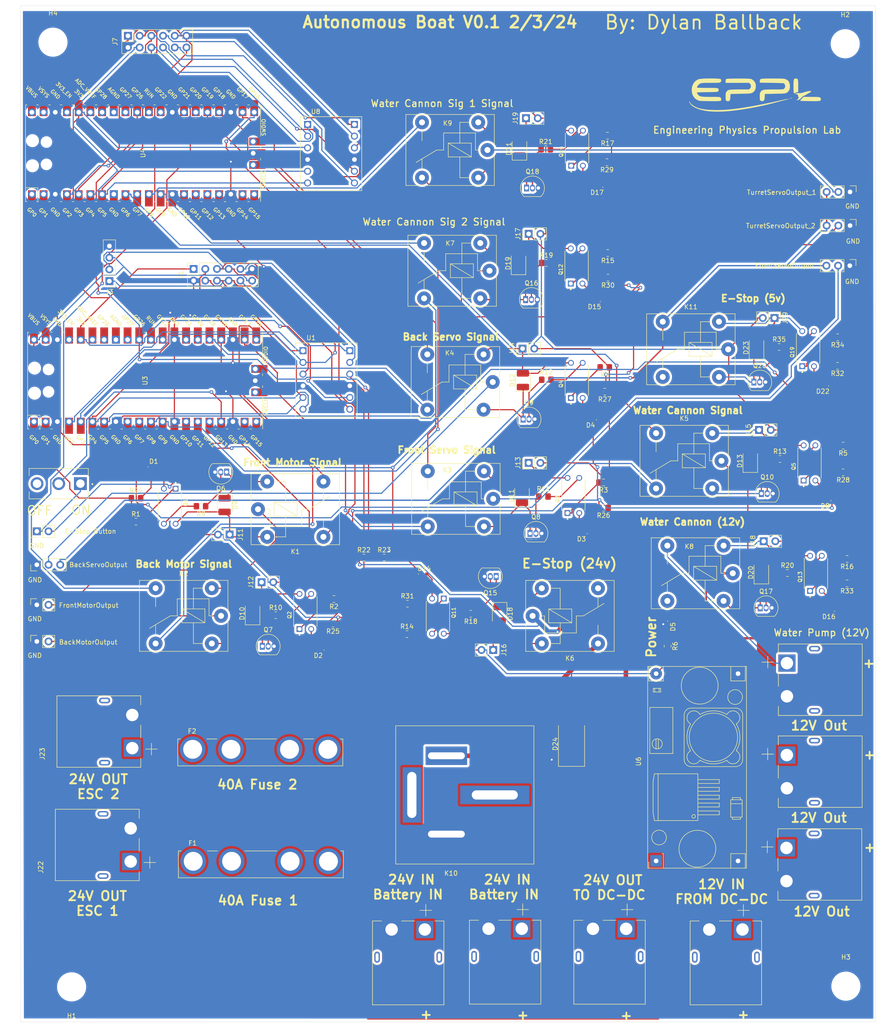
<source format=kicad_pcb>
(kicad_pcb (version 20211014) (generator pcbnew)
  (layers (0 "F.Cu" signal) (31 "B.Cu" signal) (34 "B.Paste" user) (35 "F.Paste" user) (36 "B.SilkS" user "B.Silkscreen") (37 "F.SilkS" user "F.Silkscreen") (38 "B.Mask" user) (39 "F.Mask" user) (44 "Edge.Cuts" user))
  (net 0 "")
  (net 1 "+5V")
  (net 2 "GND")
  (net 3 "/RC_Auto{slash}RC_RelaySig")
  (net 4 "Net-(D8-Pad2)")
  (net 5 "+12V")
  (net 6 "Net-(D9-Pad1)")
  (net 7 "Net-(D9-Pad2)")
  (net 8 "Net-(D1-Pad2)")
  (net 9 "Net-(D10-Pad1)")
  (net 10 "Net-(D2-Pad2)")
  (net 11 "Net-(D10-Pad2)")
  (net 12 "Net-(D3-Pad2)")
  (net 13 "Net-(D11-Pad1)")
  (net 14 "Net-(D4-Pad2)")
  (net 15 "Net-(D5-Pad2)")
  (net 16 "Net-(D11-Pad2)")
  (net 17 "Net-(D12-Pad1)")
  (net 18 "Net-(D12-Pad2)")
  (net 19 "Net-(D13-Pad1)")
  (net 20 "Net-(D13-Pad2)")
  (net 21 "/RC_EStopRelaySig")
  (net 22 "Net-(D14-Pad2)")
  (net 23 "Net-(D15-Pad2)")
  (net 24 "Net-(Q1-Pad1)")
  (net 25 "Net-(Q1-Pad3)")
  (net 26 "Net-(Q2-Pad1)")
  (net 27 "Net-(Q2-Pad3)")
  (net 28 "/RC_WaterCannonSig")
  (net 29 "Net-(D16-Pad2)")
  (net 30 "Net-(D17-Pad2)")
  (net 31 "Net-(D18-Pad1)")
  (net 32 "Net-(D18-Pad2)")
  (net 33 "Net-(D19-Pad1)")
  (net 34 "Net-(D19-Pad2)")
  (net 35 "Net-(D20-Pad1)")
  (net 36 "Net-(D20-Pad2)")
  (net 37 "Net-(D21-Pad1)")
  (net 38 "Net-(D21-Pad2)")
  (net 39 "+3V3")
  (net 40 "/3.3V_TX")
  (net 41 "/3.3V_RX")
  (net 42 "/3.3V_SCL")
  (net 43 "/3.3V_SDA")
  (net 44 "/5V_Tx")
  (net 45 "/5V_Rx")
  (net 46 "/5V_SCL")
  (net 47 "/5V_SDA")
  (net 48 "/FrontServoOut")
  (net 49 "E-Stop +5V")
  (net 50 "/TurretServoOut1")
  (net 51 "/TurretServoOut2")
  (net 52 "/Auto_3.3V_TX")
  (net 53 "/Auto_3.3V_RX")
  (net 54 "/Auto_3.3V_SCL")
  (net 55 "/Auto_3.3V_SDA")
  (net 56 "/Auto_5V_Tx")
  (net 57 "/Auto_5V_Rx")
  (net 58 "/Auto_5V_SCL")
  (net 59 "/Auto_5V_SDA")
  (net 60 "/BackServoOut")
  (net 61 "/FrontMotorOut")
  (net 62 "/BackMotorOut")
  (net 63 "+24V")
  (net 64 "E-Stopped +24V")
  (net 65 "Water Cannon Relay Signal +12V")
  (net 66 "/3.3V_RC_FrontMotorSig")
  (net 67 "/3.3V_AUTO_FrontMotorSig")
  (net 68 "/3.3V_RC_RearMotorSig")
  (net 69 "/3.3V_AUTO_RearMotorSig")
  (net 70 "/Boat Relays/WaterCannonSignal")
  (net 71 "/Auto_WaterCannonSig")
  (net 73 "E-Stop Relay Signal +24V")
  (net 75 "Net-(Q3-Pad1)")
  (net 76 "Net-(Q3-Pad3)")
  (net 77 "Net-(Q4-Pad1)")
  (net 78 "Net-(Q4-Pad3)")
  (net 79 "Net-(Q5-Pad1)")
  (net 80 "Net-(Q5-Pad3)")
  (net 81 "Net-(Q6-Pad2)")
  (net 82 "Net-(Q7-Pad2)")
  (net 83 "Net-(Q8-Pad2)")
  (net 84 "Net-(Q9-Pad2)")
  (net 85 "Net-(Q10-Pad2)")
  (net 86 "Net-(Q11-Pad1)")
  (net 87 "Net-(Q11-Pad3)")
  (net 88 "Net-(Q12-Pad1)")
  (net 89 "Net-(Q12-Pad3)")
  (net 90 "Net-(Q13-Pad1)")
  (net 91 "Net-(Q13-Pad3)")
  (net 92 "Net-(Q14-Pad1)")
  (net 93 "Net-(Q14-Pad3)")
  (net 94 "Net-(Q15-Pad2)")
  (net 95 "Net-(Q16-Pad2)")
  (net 96 "Net-(Q17-Pad2)")
  (net 97 "Net-(Q18-Pad2)")
  (net 98 "/Battery_Voltage_ADC")
  (net 99 "/3.3V_RC_FrontServoSig")
  (net 100 "/3.3V_RC_BackServoSig")
  (net 101 "/3.3V_RC_WCServo1Sig")
  (net 102 "/3.3V_RC_WCServo2Sig")
  (net 126 "/3.3V_AUTO_WCServo1Sig")
  (net 127 "/3.3V_AUTO_WCServo2Sig")
  (net 134 "/3.3V_AUTO_FrontServoSig")
  (net 135 "/3.3V_AUTO_BackServoSig")
  (net 149 "Net-(D22-Pad2)")
  (net 150 "Net-(D23-Pad1)")
  (net 151 "Net-(D23-Pad2)")
  (net 153 "Net-(Q19-Pad1)")
  (net 154 "Net-(Q19-Pad3)")
  (net 155 "Net-(Q20-Pad2)")
  (net 156 "/Power Management/fuse1_out")
  (net 157 "/Power Management/fuse2_out")
  (net 158 "Net-(D14-Pad1)")
  (net 160 "Net-(S2-Pad1)")
  (footprint "Connector_PinHeader_2.54mm:PinHeader_1x02_P2.54mm_Vertical" (layer "F.Cu") (at 147.6 126.85 90)
    (fp_text reference "J13")
    (fp_text value "~")
  )
  (footprint "dylan:DIP762W50P254L650H458Q4B" (layer "F.Cu") (at 208.25 102.0675 90)
    (fp_text reference "Q19")
    (fp_text value "~")
  )
  (footprint "dylan:DIP762W50P254L650H458Q4B" (layer "F.Cu") (at 158 84.1175 90)
    (fp_text reference "Q12")
    (fp_text value "~")
  )
  (footprint "Diode_SMD:D_1210_3225Metric_Pad1.42x2.65mm_HandSolder" (layer "F.Cu") (at 198.1 150.65 90)
    (fp_text reference "D20")
    (fp_text value "~")
  )
  (footprint "LED_SMD:LED_0402_1005Metric_Pad0.77x0.64mm_HandSolder" (layer "F.Cu") (at 212.75 159.05 180)
    (fp_text reference "D16")
    (fp_text value "LED2")
  )
  (footprint "Connector_PinSocket_2.54mm:PinSocket_1x02_P2.54mm_Vertical" (layer "F.Cu") (at 40.85 165.6 90)
    (fp_text reference "J10" hide)
    (fp_text value "BackMotorOutput")
  )
  (footprint "LED_SMD:LED_0402_1005Metric_Pad0.77x0.64mm_HandSolder" (layer "F.Cu") (at 211.95 135.0175 180)
    (fp_text reference "D8")
    (fp_text value "LED2")
  )
  (footprint "Connector_PinSocket_2.54mm:PinSocket_2x06_P2.54mm_Vertical" (layer "F.Cu") (at 60.625 34.16 90)
    (fp_text reference "J7")
    (fp_text value "Auto_PICO_Power/Coms")
  )
  (footprint "Relay_THT:Relay_SPDT_Finder_36.11" (layer "F.Cu") (at 138.65 58.95 180)
    (fp_text reference "K9")
    (fp_text value "~")
  )
  (footprint "Connector_PinHeader_2.54mm:PinHeader_1x02_P2.54mm_Vertical" (layer "F.Cu") (at 200.95 95.4 -90)
    (fp_text reference "J29")
    (fp_text value "~")
  )
  (footprint "LED_SMD:LED_0402_1005Metric_Pad0.77x0.64mm_HandSolder" (layer "F.Cu") (at 211.435 110.15 180)
    (fp_text reference "D22")
    (fp_text value "LED2")
  )
  (footprint "Resistor_SMD:R_0805_2012Metric_Pad1.20x1.40mm_HandSolder" (layer "F.Cu") (at 76.4875 136.25 180)
    (fp_text reference "R9")
    (fp_text value "1K")
  )
  (footprint "Connector_PinHeader_2.54mm:PinHeader_1x02_P2.54mm_Vertical" (layer "F.Cu") (at 40.85 141.7 90)
    (fp_text reference "J30" hide)
    (fp_text value "Physical E-Stop Button Connection" hide)
  )
  (footprint "dylan:AMASS_XT60PW-M" (layer "F.Cu") (at 121.45 234.1 180)
    (fp_text reference "J20" hide)
    (fp_text value "24V IN")
  )
  (footprint "Connector_PinHeader_2.54mm:PinHeader_1x02_P2.54mm_Vertical" (layer "F.Cu") (at 146.275 102.05 90)
    (fp_text reference "J14")
    (fp_text value "~")
  )
  (footprint "Resistor_SMD:R_0805_2012Metric_Pad1.20x1.40mm_HandSolder" (layer "F.Cu") (at 177.75 166.6 -90)
    (fp_text reference "R6")
    (fp_text value "300")
  )
  (footprint "LED_SMD:LED_0402_1005Metric_Pad0.77x0.64mm_HandSolder" (layer "F.Cu") (at 177.75 162.4225 -90)
    (fp_text reference "D5")
    (fp_text value "LED")
  )
  (footprint "dylan:SW_500SSP1S2M2QEA" (layer "F.Cu") (at 45.6 131.35 180)
    (fp_text reference "S2" hide)
    (fp_text value "500SSP1S2M2QEA" hide)
  )
  (footprint "dylan:DIP762W50P254L650H458Q4B" (layer "F.Cu") (at 208.55 126.85 90)
    (fp_text reference "Q5")
    (fp_text value "~")
  )
  (footprint "dylan:DIP762W50P254L650H458Q4B" (layer "F.Cu") (at 99.13 159.09 90)
    (fp_text reference "Q2")
    (fp_text value "~")
  )
  (footprint "dylan:FUSE_3555-2" (layer "F.Cu") (at 89.475 213.3)
    (fp_text reference "F1")
    (fp_text value "3555-2")
  )
  (footprint "dylan:RPi_Pico_SMD_TH" (layer "F.Cu") (at 63.905 59.65 90)
    (fp_text reference "U4")
    (fp_text value "Autonomous Pico")
  )
  (footprint "Package_TO_SOT_THT:TO-92_Inline" (layer "F.Cu") (at 147.15 67.2)
    (fp_text reference "Q18")
    (fp_text value "~")
  )
  (footprint "dylan:DCDC_StepDown_LM2596" (layer "F.Cu") (at 175.26 213.22 90)
    (fp_text reference "U6")
    (fp_text value "12V TO 5V LM2596 (3A)")
  )
  (footprint "dylan:AMASS_XT60PW-M" (layer "F.Cu") (at 209.6343 193.85 -90)
    (fp_text reference "J26" hide)
    (fp_text value "12V OUT Xavier")
  )
  (footprint "Diode_SMD:D_1210_3225Metric_Pad1.42x2.65mm_HandSolder" (layer "F.Cu") (at 145.6 58.7 90)
    (fp_text reference "D21")
    (fp_text value "~")
  )
  (footprint "Relay_THT:Relay_SPDT_Finder_36.11" (layer "F.Cu") (at 191.9 150.8 180)
    (fp_text reference "K8")
    (fp_text value "~")
  )
  (footprint "LED_SMD:LED_0402_1005Metric_Pad0.77x0.64mm_HandSolder" (layer "F.Cu") (at 161.035 117.5 180)
    (fp_text reference "D4")
    (fp_text value "LED2")
  )
  (footprint "Connector_PinHeader_2.54mm:PinHeader_1x02_P2.54mm_Vertical" (layer "F.Cu") (at 82.7 142.4 -90)
    (fp_text reference "J11")
    (fp_text value "~")
  )
  (footprint "Connector_PinSocket_2.54mm:PinSocket_1x02_P2.54mm_Vertical" (layer "F.Cu") (at 40.85 157.65 90)
    (fp_text reference "J9" hide)
    (fp_text value "FrontMotorOutput")
  )
  (footprint "Resistor_SMD:R_0805_2012Metric_Pad1.20x1.40mm_HandSolder" (layer "F.Cu") (at 164.5875 61.6 180)
    (fp_text reference "R29")
    (fp_text value "100K")
  )
  (footprint "LED_SMD:LED_0402_1005Metric_Pad0.77x0.64mm_HandSolder" (layer "F.Cu") (at 161.885 91.8 180)
    (fp_text reference "D15")
    (fp_text value "LED2")
  )
  (footprint "Connector_PinHeader_2.54mm:PinHeader_1x03_P2.54mm_Vertical" (layer "F.Cu") (at 40.85 148.95 90)
    (fp_text reference "J8" hide)
    (fp_text value "BackServoOutput")
  )
  (footprint "Resistor_SMD:R_0805_2012Metric_Pad1.20x1.40mm_HandSolder" (layer "F.Cu") (at 164.1125 111.4 180)
    (fp_text reference "R27")
    (fp_text value "100K")
  )
  (footprint "dylan:AMASS_XT60PW-M" (layer "F.Cu") (at 142.5 233.9342 180)
    (fp_text reference "J21" hide)
    (fp_text value "24V IN")
  )
  (footprint "dylan:AMASS_XT60PW-M" (layer "F.Cu") (at 165.15 233.95 180)
    (fp_text reference "J24" hide)
    (fp_text value "24V Out To DC-DC Converter ")
  )
  (footprint "Connector_PinHeader_2.54mm:PinHeader_1x02_P2.54mm_Vertical" (layer "F.Cu") (at 147.6 77.15 90)
    (fp_text reference "J17")
    (fp_text value "~")
  )
  (footprint "LED_SMD:LED_0402_1005Metric_Pad0.77x0.64mm_HandSolder" (layer "F.Cu") (at 124.95 150.95)
    (fp_text reference "D14")
    (fp_text value "LED2")
  )
  (footprint "dylan:AMASS_XT60PW-M" (layer "F.Cu") (at 55.2158 209.75 90)
    (fp_text reference "J22")
    (fp_text value "24V Out")
  )
  (footprint "Resistor_SMD:R_0805_2012Metric_Pad1.20x1.40mm_HandSolder" (layer "F.Cu") (at 163.85 136.6 180)
    (fp_text reference "R26")
    (fp_text value "100K")
  )
  (footprint "Package_TO_SOT_THT:TO-92_Inline" (layer "F.Cu") (at 82.05 128.85 180)
    (fp_text reference "Q6")
    (fp_text value "~")
  )
  (footprint "dylan:eppl_logo2" (layer "F.Cu") (at 196.95 47)
    (fp_text reference "G***" hide)
    (fp_text value "LOGO" hide)
  )
  (footprint "Package_TO_SOT_THT:TO-92_Inline" (layer "F.Cu") (at 146.4 117.35)
    (fp_text reference "Q9")
    (fp_text value "~")
  )
  (footprint "Resistor_SMD:R_0805_2012Metric_Pad1.20x1.40mm_HandSolder" (layer "F.Cu") (at 121.1875 164)
    (fp_text reference "R14")
    (fp_text value "1K")
  )
  (footprint "dylan:DIP762W50P254L650H458Q4B" (layer "F.Cu") (at 69.7 136.25 -90)
    (fp_text reference "Q1")
    (fp_text value "~")
  )
  (footprint "Connector_PinHeader_2.54mm:PinHeader_1x02_P2.54mm_Vertical" (layer "F.Cu") (at 89.63 152.74 90)
    (fp_text reference "J12")
    (fp_text value "~")
  )
  (footprint "Resistor_SMD:R_0805_2012Metric_Pad1.20x1.40mm_HandSolder" (layer "F.Cu") (at 151.3 58.8)
    (fp_text reference "R21")
    (fp_text value "1K")
  )
  (footprint "Connector_PinHeader_2.54mm:PinHeader_1x02_P2.54mm_Vertical" (layer "F.Cu") (at 139.9 167.45 -90)
    (fp_text reference "J16")
    (fp_text value "~")
  )
  (footprint "Resistor_SMD:R_0805_2012Metric_Pad1.20x1.40mm_HandSolder" (layer "F.Cu") (at 151.4375 108.8)
    (fp_text reference "R12")
    (fp_text value "1K")
  )
  (footprint "Resistor_SMD:R_0805_2012Metric_Pad1.20x1.40mm_HandSolder" (layer "F.Cu") (at 62.3625 139.6)
    (fp_text reference "R1")
    (fp_text value "1K")
  )
  (footprint "Resistor_SMD:R_0805_2012Metric_Pad1.20x1.40mm_HandSolder" (layer "F.Cu") (at 202.1375 126)
    (fp_text reference "R13")
    (fp_text value "1K")
  )
  (footprint "Relay_THT:Relay_SPDT_Finder_36.11" (layer "F.Cu") (at 189.45 126.4 180)
    (fp_text reference "K5")
    (fp_text value "~")
  )
  (footprint "Diode_SMD:D_1210_3225Metric_Pad1.42x2.65mm_HandSolder" (layer "F.Cu") (at 145.4 83.55 90)
    (fp_text reference "D19")
    (fp_text value "~")
  )
  (footprint "Resistor_SMD:R_0805_2012Metric_Pad1.20x1.40mm_HandSolder" (layer "F.Cu") (at 135.0375 159.6 180)
    (fp_text reference "R18")
    (fp_text value "1K")
  )
  (footprint "Resistor_SMD:R_0805_2012Metric_Pad1.20x1.40mm_HandSolder" (layer "F.Cu") (at 215.85 128.9 180)
    (fp_text reference "R28")
    (fp_text value "100K")
  )
  (footprint "Resistor_SMD:R_0805_2012Metric_Pad1.20x1.40mm_HandSolder" (layer "F.Cu") (at 151.4375 83.45)
    (fp_text reference "R19")
    (fp_text value "1K")
  )
  (footprint "Relay_THT:Relay_SPDT_Finder_36.11" (layer "F.Cu") (at 80.83 160.04 180)
    (fp_text reference "K2")
    (fp_text value "~")
  )
  (footprint "Diode_SMD:D_3220_8050Metric_Pad2.65x5.15mm_HandSolder" (layer "F.Cu") (at 156.9 187.85 90)
    (fp_text reference "D24")
    (fp_text value "DIODE")
  )
  (footprint "dylan:JD2912-1H-24VDC 80A 28VDC" (layer "F.Cu") (at 118.745 213.905)
    (fp_text reference "K10")
    (fp_text value "24V 80A E-Stop Relay")
  )
  (footprint "Diode_SMD:D_1210_3225Metric_Pad1.42x2.65mm_HandSolder" (layer "F.Cu") (at 146.35 108.9 90)
    (fp_text reference "D12")
    (fp_text value "~")
  )
  (footprint "dylan:CONV_BOB-12009" (layer "F.Cu") (at 103.7 108.85)
    (fp_text reference "U1")
    (fp_text value "Level Shifter")
  )
  (footprint "Package_TO_SOT_THT:TO-92_Inline" (layer "F.Cu") (at 198.1 133.5)
    (fp_text reference "Q10")
    (fp_text value "~")
  )
  (footprint "Resistor_SMD:R_0805_2012Metric_Pad1.20x1.40mm_HandSolder" (layer "F.Cu") (at 92.6925 159.89)
    (fp_text reference "R10")
    (fp_text value "1K")
  )
  (footprint "LED_SMD:LED_0402_1005Metric_Pad0.77x0.64mm_HandSolder" (layer "F.Cu") (at 159.05 142.2 180)
    (fp_text reference "D3")
    (fp_text value "LED2")
  )
  (footprint "Diode_SMD:D_1210_3225Metric_Pad1.42x2.65mm_HandSolder" (layer "F.Cu") (at 141.3 159.6 -90)
    (fp_text reference "D18")
    (fp_text value "~")
  )
  (footprint "Relay_THT:Relay_SPDT_Finder_36.11" (layer "F.Cu") (at 88.85 136.9)
    (fp_text reference "K1")
    (fp_text value "~")
  )
  (footprint "Resistor_SMD:R_0805_2012Metric_Pad1.20x1.40mm_HandSolder" (layer "F.Cu") (at 214.6625 99.6 180)
    (fp_text reference "R34")
    (fp_text value "1K")
  )
  (footprint "Relay_THT:Relay_SPDT_Finder_36.11" (layer "F.Cu") (at 139.1 85.15 180)
    (fp_text reference "K7")
    (fp_text value "~")
  )
  (footprint "MountingHole:MountingHole_5.3mm_M5" (layer "F.Cu") (at 216.3 35.9)
    (fp_text reference "H2")
    (fp_text value "MountingHole")
  )
  (footprint "Connector_PinHeader_2.54mm:PinHeader_1x03_P2.54mm_Vertical" (layer "F.Cu") (at 217.3 84.05 -90)
    (fp_text reference "J2" hide)
    (fp_text value "FrontServoOutput")
  )
  (footprint "Resistor_SMD:R_0805_2012Metric_Pad1.20x1.40mm_HandSolder" (layer "F.Cu") (at 164.7125 55.85 180)
    (fp_text reference "R17")
    (fp_text value "1K")
  )
  (footprint "dylan:RPi_Pico_SMD_TH" (layer "F.Cu") (at 64.355 109 90)
    (fp_text reference "U3")
    (fp_text value "RC Pico")
  )
  (footprint "Connector_PinHeader_2.54mm:PinHeader_1x03_P2.54mm_Vertical" (layer "F.Cu") (at 217.35 75.35 -90)
    (fp_text reference "J6" hide)
    (fp_text value "TurretServoOutput_2")
  )
  (footprint "MountingHole:MountingHole_5.3mm_M5" (layer "F.Cu") (at 44.35 35.55)
    (fp_text reference "H4")
    (fp_text value "MountingHole")
  )
  (footprint "Resistor_SMD:R_0805_2012Metric_Pad1.20x1.40mm_HandSolder" (layer "F.Cu") (at 216.7125 147.7 180)
    (fp_text reference "R16")
    (fp_text value "1K")
  )
  (footprint "Connector_PinHeader_2.54mm:PinHeader_1x02_P2.54mm_Vertical" (layer "F.Cu") (at 198.6 143.85 90)
    (fp_text reference "J18")
    (fp_text value "~")
  )
  (footprint "Relay_THT:Relay_SPDT_Finder_36.11" (layer "F.Cu") (at 139.9 134.65 180)
    (fp_text reference "K3")
    (fp_text value "~")
  )
  (footprint "Connector_PinHeader_2.54mm:PinHeader_1x04_P2.54mm_Vertical" (layer "F.Cu") (at 56.6 87.4 180)
    (fp_text reference "J3")
    (fp_text value "RC Reciever ")
  )
  (footprint "Diode_SMD:D_1210_3225Metric_Pad1.42x2.65mm_HandSolder" (layer "F.Cu") (at 87.68 159.54 90)
    (fp_text reference "D10")
    (fp_text value "~")
  )
  (footprint "Diode_SMD:D_1210_3225Metric_Pad1.42x2.65mm_HandSolder" (layer "F.Cu") (at 195.7 126.45 90)
    (fp_text reference "D13")
    (fp_text value "~")
  )
  (footprint "Connector_PinHeader_2.54mm:PinHeader_1x03_P2.54mm_Vertical" (layer "F.Cu") (at 217.35 68.05 -90)
    (fp_text reference "J4" hide)
    (fp_text value "TurretServoOutput_1")
  )
  (footprint "Resistor_SMD:R_0805_2012Metric_Pad1.20x1.40mm_HandSolder" (layer "F.Cu") (at 216.7 153 180)
    (fp_text reference "R33")
    (fp_text value "100K")
  )
  (footprint "dylan:AMASS_XT60PW-M" (layer "F.Cu") (at 55.5658 185.15 90)
    (fp_text reference "J23")
    (fp_text value "24V Out")
  )
  (footprint "Resistor_SMD:R_0805_2012Metric_Pad1.20x1.40mm_HandSolder" (layer "F.Cu") (at 164.7625 81.3 180)
    (fp_text reference "R15")
    (fp_text value "1K")
  )
  (footprint "Resistor_SMD:R_0805_2012Metric_Pad1.20x1.40mm_HandSolder" (layer "F.Cu") (at 203.7625 150.75)
    (fp_text reference "R20")
    (fp_text value "1K")
  )
  (footprint "Package_TO_SOT_THT:TO-92_Inline" (layer "F.Cu") (at 89.79 166.64)
    (fp_text reference "Q7")
    (fp_text value "~")
  )
  (footprint "Resistor_SMD:R_0805_2012Metric_Pad1.20x1.40mm_HandSolder" (layer "F.Cu") (at 150.8 134.15)
    (fp_text reference "R11")
    (fp_text value "1K")
  )
  (footprint "MountingHole:MountingHole_5.3mm_M5" (layer "F.Cu") (at 48.4 240.55 180)
    (fp_text reference "H1")
    (fp_text value "MountingHole")
  )
  (footprint "Diode_SMD:D_1210_3225Metric_Pad1.42x2.65mm_HandSolder" (layer "F.Cu") (at 197.05 101.9 90)
    (fp_text reference "D23")
    (fp_text value "~")
  )
  (footprint "Resistor_SMD:R_0805_2012Metric_Pad1.20x1.40mm_HandSolder" (layer "F.Cu") (at 62.3875 134.5)
    (fp_text reference "R24")
    (fp_text value "100K")
  )
  (footprint "Resistor_SMD:R_0805_2012Metric_Pad1.20x1.40mm_HandSolder" (layer "F.Cu") (at 116.25 147.4)
    (fp_text reference "R23")
    (fp_text value "15k")
  )
  (footprint "Resistor_SMD:R_0805_2012Metric_Pad1.20x1.40mm_HandSolder" (layer "F.Cu") (at 164.1125 106.1 180)
    (fp_text reference "R4")
    (fp_text value "1K")
  )
  (footprint "Package_TO_SOT_THT:TO-92_Inline" (layer "F.Cu") (at 197.85 158.3)
    (fp_text reference "Q17")
    (fp_text value "~")
  )
  (footprint "Resistor_SMD:R_0805_2012Metric_Pad1.20x1.40mm_HandSolder" (layer "F.Cu") (at 215.85 123.1 180)
    (fp_text reference "R5")
    (fp_text value "1K")
  )
  (footprint "Resistor_SMD:R_0805_2012Metric_Pad1.20x1.40mm_HandSolder" (layer "F.Cu") (at 201.9625 101.7)
    (fp_text reference "R35")
    (fp_text value "1K")
  )
  (footprint "dylan:AMASS_XT60PW-M" (layer "F.Cu") (at 209.65 173.9 -90)
    (fp_text reference "J28" hide)
    (fp_text value "12V OUT WaterPump")
  )
  (footprint "Relay_THT:Relay_SPDT_Finder_36.11" (layer "F.Cu") (at 190.9 102.2 180)
    (fp_text reference "K11")
    (fp_text value "~")
  )
  (footprint "Relay_THT:Relay_SPDT_Finder_36.11" (layer "F.Cu") (at 148.45 160.05)
    (fp_text reference "K6")
    (fp_text value "~")
  )
  (footprint "MountingHole:MountingHole_5.3mm_M5" (layer "F.Cu") (at 216.45 240.4)
    (fp_text reference "H3")
    (fp_text value "MountingHole")
  )
  (footprint "Package_TO_SOT_THT:TO-92_Inline" (layer "F.Cu") (at 196.48 109.31)
    (fp_text reference "Q20")
    (fp_text value "~")
  )
  (footprint "Resistor_SMD:R_0805_2012Metric_Pad1.20x1.40mm_HandSolder" (layer "F.Cu") (at 105.33 156.39 180)
    (fp_text reference "R2")
    (fp_text value "1K")
  )
  (footprint "Package_TO_SOT_THT:TO-92_Inline" (layer "F.Cu") (at 140.55 151.5 180)
    (fp_text reference "Q15")
    (fp_text value "~")
  )
  (footprint "Connector_PinHeader_2.54mm:PinHeader_1x02_P2.54mm_Vertical" (layer "F.Cu") (at 197.6 119.7 90)
    (fp_text reference "J15")
    (fp_text value "~")
  )
  (footprint "Diode_SMD:D_1210_3225Metric_Pad1.42x2.65mm_HandSolder" (layer "F.Cu") (at 146.15 134 90)
    (fp_text reference "D11")
    (fp_text value "~")
  )
  (footprint "dylan:DIP762W50P254L650H458Q4B" (layer "F.Cu") (at 157.3 133.9175 90)
    (fp_text reference "Q3")
    (fp_text value "~")
  )
  (footprint "Diode_SMD:D_1210_3225Metric_Pad1.42x2.65mm_HandSolder" (layer "F.Cu") (at 81.6 136 -90)
    (fp_text reference "D9")
    (fp_text value "~")
  )
  (footprint "dylan:AMASS_XT60PW-M" (layer "F.Cu") (at 209.55 214 -90)
    (fp_text reference "J27" hide)
    (fp_text value "12V OUT Router")
  )
  (footprint "Relay_THT:Relay_SPDT_Finder_36.11" (layer "F.Cu") (at 139.8 109.3 180)
    (fp_text reference "K4")
    (fp_text value "~")
  )
  (footprint "LED_SMD:LED_0402_1005Metric_Pad0.77x0.64mm_HandSolder" (layer "F.Cu") (at 101.93 167.49 180)
    (fp_text reference "D2")
    (fp_text value "LED2")
  )
  (footprint "dylan:DIP762W50P254L650H458Q4B" (layer "F.Cu") (at 158.05 108.95 90)
    (fp_text reference "Q4")
    (fp_text value "~")
  )
  (footprint "Connector_PinSocket_2.54mm:PinSocket_2x06_P2.54mm_Vertical" (layer "F.Cu") (at 74.875 84.76 90)
    (fp_text reference "J1")
    (fp_text value "RC_PICO_Power/Coms")
  )
  (footprint "LED_SMD:LED_0402_1005Metric_Pad0.77x0.64mm_HandSolder" (layer "F.Cu") (at 66.215 127.7)
    (fp_text reference "D1")
    (fp_text value "LED2")
  )
  (footprint "LED_SMD:LED_0402_1005Metric_Pad0.77x0.64mm_HandSolder" (layer "F.Cu") (at 162.435 67 180)
    (fp_text reference "D17")
    (fp_text value "LED2")
  )
  (footprint "Resistor_SMD:R_0805_2012Metric_Pad1.20x1.40mm_HandSolder" (layer "F.Cu") (at 111.84 147.4)
    (fp_text reference "R22")
    (fp_text value "10k")
  )
  (footprint "Package_TO_SOT_THT:TO-92_Inline" (layer "F.Cu") (at 147.9 142.15)
    (fp_text reference "Q8")
    (fp_text value "~")
  )
  (footprint "Resistor_SMD:R_0805_2012Metric_Pad1.20x1.40mm_HandSolder" (layer "F.Cu") (at 105.13 161.74 180)
    (fp_text reference "R25")
    (fp_text value "100K")
  )
  (footprint "Resistor_SMD:R_0805_2012Metric_Pad1.20x1.40mm_HandSolder" (layer "F.Cu") (at 121.2875 157.4)
    (fp_text reference "R31")
    (fp_text value "100K")
  )
  (footprint "dylan:AMASS_XT60PW-M" (layer "F.Cu") (at 190.4 234.1 180)
    (fp_text reference "J25" hide)
    (fp_text value "12V IN")
  )
  (footprint "Connector_PinHeader_2.54mm:PinHeader_1x02_P2.54mm_Vertical" (layer "F.Cu") (at 147.025 52.05 90)
    (fp_text reference "J19")
    (fp_text value "~")
  )
  (footprint "dylan:DIP762W50P254L650H458Q4B" (layer "F.Cu") (at 127.9 160.1 -90)
    (fp_text reference "Q11")
    (fp_text value "~")
  )
  (footprint "Resistor_SMD:R_0805_2012Metric_Pad1.20x1.40mm_HandSolder" (layer "F.Cu") (at 214.6375 105.8 180)
    (fp_text reference "R32")
    (fp_text value "100K")
  )
  (footprint "dylan:DIP762W50P254L650H458Q4B" (layer "F.Cu") (at 209.95 150.8175 90)
    (fp_text reference "Q13")
    (fp_text value "~")
  )
  (footprint "Resistor_SMD:R_0805_2012Metric_Pad1.20x1.40mm_HandSolder" (layer "F.Cu") (at 164.8125 86.65 180)
    (fp_text reference "R30")
    (fp_text value "100K")
  )
  (footprint "dylan:DIP762W50P254L650H458Q4B" (layer "F.Cu") (at 158.1 58.55 90)
    (fp_text reference "Q14")
    (fp_text value "~")
  )
  (footprint "Package_TO_SOT_THT:TO-92_Inline" (layer "F.Cu") (at 146.93 91.41)
    (fp_text reference "Q16")
    (fp_text value "~")
  )
  (footprint "Resistor_SMD:R_0805_2012Metric_Pad1.20x1.40mm_HandSolder" (layer "F.Cu") (at 163.85 131.1 180)
    (fp_text reference "R3")
    (fp_text value "1K")
  )
  (footprint "dylan:FUSE_3555-2" (layer "F.Cu") (at 89.35 189.005)
    (fp_text reference "F2")
    (fp_text value "3555-2")
  )
  (footprint "dylan:CONV_BOB-12009" (layer "F.Cu") (at 104.7 59.75)
    (fp_text reference "U8")
    (fp_text value "Level Shifter")
  )
  (gr_rect (start 37.325 27.65) (end 222.925 248.15) (layer "Edge.Cuts") (width 0.05) (fill none))
  (gr_text "GND" (at 218 78.75) (layer "F.SilkS") (effects (font (size 1 1))))
  (gr_text "+" (at 125.35 246.5) (layer "F.SilkS") (effects (font (size 2 2) (thickness 0.4))))
  (gr_text "12V Out" (at 210.55 203.85) (layer "F.SilkS") (effects (font (size 2 2) (thickness 0.4))))
  (gr_text "OFF" (at 41.45 137.2) (layer "F.SilkS") (effects (font (size 2 2) (thickness 0.25))))
  (gr_text "Water Cannon Sig 2 Signal" (at 127.05 74.55) (layer "F.SilkS") (effects (font (size 1.5 1.5) (thickness 0.25))))
  (gr_text "+" (at 146.35 246.65) (layer "F.SilkS") (effects (font (size 2 2) (thickness 0.4))))
  (gr_text "12V Out" (at 211.2 224.2) (layer "F.SilkS") (effects (font (size 2 2) (thickness 0.4))))
  (gr_text "GND" (at 217.85 71.15) (layer "F.SilkS") (effects (font (size 1 1))))
  (gr_text "E-Stop (5v)" (at 196.35 91.15) (layer "F.SilkS") (effects (font (size 1.5 1.5) (thickness 0.375))))
  (gr_text "40A Fuse 1" (at 88.85 221.8) (layer "F.SilkS") (effects (font (size 2 2) (thickness 0.4))))
  (gr_text "Front Motor Signal" (at 96.35 126.75) (layer "F.SilkS") (effects (font (size 1.5 1.5) (thickness 0.375))))
  (gr_text " 24V IN\nBattery IN" (at 142.25 218.9) (layer "F.SilkS") (effects (font (size 2 2) (thickness 0.4))))
  (gr_text "24V OUT\nESC 2" (at 54.2 197.1) (layer "F.SilkS") (effects (font (size 2 2) (thickness 0.4))))
  (gr_text "E-Stop Button" (at 52.5 141.7) (layer "F.SilkS") (effects (font (size 1 1))))
  (gr_text "GND" (at 40.4 168.65) (layer "F.SilkS") (effects (font (size 1 1))))
  (gr_text "Back Motor Signal" (at 72.75 148.8) (layer "F.SilkS") (effects (font (size 1.5 1.5) (thickness 0.375))))
  (gr_text "40A Fuse 2" (at 88.7 196.65) (layer "F.SilkS") (effects (font (size 2 2) (thickness 0.4))))
  (gr_text "+" (at 221.6 190.15) (layer "F.SilkS") (effects (font (size 2 2) (thickness 0.4))))
  (gr_text "GND" (at 217.8 87.5) (layer "F.SilkS") (effects (font (size 1 1))))
  (gr_text "Water Cannon Sig 1 Signal" (at 128.8 48.85) (layer "F.SilkS") (effects (font (size 1.5 1.5) (thickness 0.25))))
  (gr_text "By: Dylan Ballback" (at 185.55 31.25) (layer "F.SilkS") (effects (font (size 3 3) (thickness 0.4))))
  (gr_text "GND" (at 40.4 160.7) (layer "F.SilkS") (effects (font (size 1 1))))
  (gr_text " 24V IN\nBattery IN" (at 121.4 218.9) (layer "F.SilkS") (effects (font (size 2 2) (thickness 0.4))))
  (gr_text "24V OUT\nESC 1" (at 54 222.45) (layer "F.SilkS") (effects (font (size 2 2) (thickness 0.4))))
  (gr_text "Front Servo Signal" (at 129.8 124.05) (layer "F.SilkS") (effects (font (size 1.5 1.5) (thickness 0.375))))
  (gr_text "Autonomous Boat V0.1 2/3/24" (at 128.35 31.2) (layer "F.SilkS") (effects (font (size 2.5 2.5) (thickness 0.5))))
  (gr_text "Power" (at 174.2 164.65 90) (layer "F.SilkS") (effects (font (size 2 2) (thickness 0.4))))
  (gr_text "+" (at 221.45 170.3) (layer "F.SilkS") (effects (font (size 2 2) (thickness 0.4))))
  (gr_text "+" (at 194.2 246.55) (layer "F.SilkS") (effects (font (size 2 2) (thickness 0.4))))
  (gr_text "12V IN\nFROM DC-DC" (at 189.5 219.9) (layer "F.SilkS") (effects (font (size 2 2) (thickness 0.4))))
  (gr_text "GND" (at 40.85 144.8) (layer "F.SilkS") (effects (font (size 1 1))))
  (gr_text "Engineering Physics Propulsion Lab" (at 195.00709 54.626001) (layer "F.SilkS") (effects (font (size 1.5 1.5) (thickness 0.25))))
  (gr_text "Water Cannon Signal" (at 182.15 115.45) (layer "F.SilkS") (effects (font (size 1.5 1.5) (thickness 0.375))))
  (gr_text "Water Pump (12V)" (at 211.2 163.7) (layer "F.SilkS") (effects (font (size 1.5 1.5) (thickness 0.25))))
  (gr_text "Water Cannon (12v)" (at 183.15 139.65) (layer "F.SilkS") (effects (font (size 1.5 1.5) (thickness 0.375))))
  (gr_text "Back Servo Signal" (at 130.7 99.5) (layer "F.SilkS") (effects (font (size 1.5 1.5) (thickness 0.375))))
  (gr_text "GND" (at 40.45 152.25) (layer "F.SilkS") (effects (font (size 1 1))))
  (gr_text "+" (at 221.65 210.25) (layer "F.SilkS") (effects (font (size 2 2) (thickness 0.4))))
  (gr_text "+" (at 168.8 246.75) (layer "F.SilkS") (effects (font (size 2 2) (thickness 0.4))))
  (gr_text "E-Stop (24v)" (at 156.45 148.7) (layer "F.SilkS") (effects (font (size 2 2) (thickness 0.4))))
  (gr_text "12V Out" (at 210.6 183.85) (layer "F.SilkS") (effects (font (size 2 2) (thickness 0.4))))
  (gr_text " 24V OUT\nTO DC-DC" (at 165.1 219) (layer "F.SilkS") (effects (font (size 2 2) (thickness 0.4))))
  (gr_text "ON" (at 50.45 137.1) (layer "F.SilkS") (effects (font (size 2 2) (thickness 0.25))))
  (segment (start 151.317 58.1389) (end 151.317 77.15) (width 0.25) (layer "F.Cu") (net 1))
  (segment (start 197.233 95.4) (end 197.233 95.8669) (width 0.25) (layer "F.Cu") (net 1))
  (segment (start 216.85 123.1) (end 216.85 128.9) (width 0.25) (layer "F.Cu") (net 1))
  (segment (start 152.797 56.6585) (end 151.317 58.1389) (width 0.25) (layer "F.Cu") (net 1))
  (segment (start 200.14 119.7) (end 200.664 119.7) (width 0.25) (layer "F.Cu") (net 1))
  (segment (start 165.475 81.0129) (end 165.762 81.3) (width 0.25) (layer "F.Cu") (net 1))
  (segment (start 48 132.474022) (end 50.025978 134.5) (width 0.25) (layer "F.Cu") (net 1))
  (segment (start 108.78 107.58) (end 108.78 108.159) (width 0.25) (layer "F.Cu") (net 1))
  (segment (start 217.712 147.7) (end 217.7 147.712) (width 0.25) (layer "F.Cu") (net 1))
  (segment (start 165.088 55.2258) (end 165.4 55.5379) (width 0.25) (layer "F.Cu") (net 1))
  (segment (start 216.85 144.766) (end 216.85 146.838) (width 0.25) (layer "F.Cu") (net 1))
  (segment (start 201.14 143.85) (end 215.934 143.85) (width 0.25) (layer "F.Cu") (net 1))
  (segment (start 165.112 106.1) (end 161.062 102.05) (width 0.25) (layer "F.Cu") (net 1))
  (segment (start 40.225 101.287) (end 38.45 103.062) (width 0.25) (layer "F.Cu") (net 1))
  (segment (start 106.244 160.364) (end 106.13 160.478) (width 0.25) (layer "F.Cu") (net 1))
  (segment (start 217.604 147.592) (end 217.658 147.646) (width 0.25) (layer "F.Cu") (net 1))
  (segment (start 165.588 55.975) (end 165.588 58.7875) (width 0.25) (layer "F.Cu") (net 1))
  (segment (start 165.112 106.349) (end 165.112 106.224) (width 0.25) (layer "F.Cu") (net 1))
  (segment (start 38.45 121.55) (end 48 131.1) (width 0.25) (layer "F.Cu") (net 1))
  (segment (start 215.662 105.423) (end 215.662 105.775) (width 0.25) (layer "F.Cu") (net 1))
  (segment (start 64.1625 142.4) (end 80.16 142.4) (width 0.25) (layer "F.Cu") (net 1))
  (segment (start 217.604 147.592) (end 217.658 147.646) (width 0.25) (layer "F.Cu") (net 1))
  (segment (start 165.762 81.3) (end 165.138 80.6758) (width 0.25) (layer "F.Cu") (net 1))
  (segment (start 217.7125 147.7) (end 217.712 147.7) (width 0.25) (layer "F.Cu") (net 1))
  (segment (start 66.4451 71.6617) (end 56.9637 81.1431) (width 0.25) (layer "F.Cu") (net 1))
  (segment (start 191.018 102.082) (end 190.9 102.2) (width 0.25) (layer "F.Cu") (net 1))
  (segment (start 163.453 129.703) (end 164.85 131.1) (width 0.25) (layer "F.Cu") (net 1))
  (segment (start 217.497 147.484) (end 217.604 147.592) (width 0.25) (layer "F.Cu") (net 1))
  (segment (start 151.317 77.15) (end 161.612 77.15) (width 0.25) (layer "F.Cu") (net 1))
  (segment (start 66.4451 44.8737) (end 66.4451 71.6617) (width 0.25) (layer "F.Cu") (net 1))
  (segment (start 61.3625 139.6) (end 64.1625 142.4) (width 0.25) (layer "F.Cu") (net 1))
  (segment (start 165.812 81.35) (end 165.812 84) (width 0.25) (layer "F.Cu") (net 1))
  (segment (start 165.65 55.9125) (end 165.588 55.975) (width 0.25) (layer "F.Cu") (net 1))
  (segment (start 165.4 55.5379) (end 165.556 55.6939) (width 0.25) (layer "F.Cu") (net 1))
  (segment (start 217.281 147.269) (end 217.604 147.592) (width 0.25) (layer "F.Cu") (net 1))
  (segment (start 160.6 126.85) (end 163.453 129.703) (width 0.25) (layer "F.Cu") (net 1))
  (segment (start 111.84 111.219) (end 111.84 160.364) (width 0.25) (layer "F.Cu") (net 1))
  (segment (start 165.112 117.321) (end 165.112 111.4) (width 0.25) (layer "F.Cu") (net 1))
  (segment (start 165.556 55.6939) (end 165.712 55.85) (width 0.25) (layer "F.Cu") (net 1))
  (segment (start 165.556 55.6939) (end 165.712 55.85) (width 0.25) (layer "F.Cu") (net 1))
  (segment (start 215.934 143.85) (end 216.85 144.766) (width 0.25) (layer "F.Cu") (net 1))
  (segment (start 165.112 110.56) (end 165.112 110.559) (width 0.25) (layer "F.Cu") (net 1))
  (segment (start 216.85 146.838) (end 217.281 147.269) (width 0.25) (layer "F.Cu") (net 1))
  (segment (start 50.025978 134.5) (end 61.3875 134.5) (width 0.25) (layer "F.Cu") (net 1))
  (segment (start 150.14 77.15) (end 151.317 77.15) (width 0.25) (layer "F.Cu") (net 1))
  (segment (start 215.6375 105.8) (end 215.638 105.8) (width 0.25) (layer "F.Cu") (net 1))
  (segment (start 217.604 147.592) (end 217.658 147.646) (width 0.25) (layer "F.Cu") (net 1))
  (segment (start 106.244 160.364) (end 111.84 160.364) (width 0.25) (layer "F.Cu") (net 1))
  (segment (start 215.662 105.775) (end 215.662 105.423) (width 0.25) (layer "F.Cu") (net 1))
  (segment (start 106.13 160.478) (end 106.13 161.74) (width 0.25) (layer "F.Cu") (net 1))
  (segment (start 163.453 129.703) (end 165.112 128.043) (width 0.25) (layer "F.Cu") (net 1))
  (segment (start 165.1125 106.1) (end 165.112 106.1) (width 0.25) (layer "F.Cu") (net 1))
  (segment (start 150.14 126.85) (end 160.6 126.85) (width 0.25) (layer "F.Cu") (net 1))
  (segment (start 165.588 61.5995) (end 165.588 58.7875) (width 0.25) (layer "F.Cu") (net 1))
  (segment (start 161.062 102.05) (end 148.815 102.05) (width 0.25) (layer "F.Cu") (net 1))
  (segment (start 215.638 105.8) (end 215.65 105.788) (width 0.25) (layer "F.Cu") (net 1))
  (segment (start 61.3875 134.5) (end 61.3875 139.575) (width 0.25) (layer "F.Cu") (net 1))
  (segment (start 165.4 55.5379) (end 165.556 55.6939) (width 0.25) (layer "F.Cu") (net 1))
  (segment (start 165.7623 81.3002) (end 165.812 81.35) (width 0.25) (layer "F.Cu") (net 1))
  (segment (start 158.1 52.05) (end 161.912 52.05) (width 0.25) (layer "F.Cu") (net 1))
  (segment (start 165.112 110.56) (end 165.112 111.4) (width 0.25) (layer "F.Cu") (net 1))
  (segment (start 177.75 170.09) (end 177.75 167.6) (width 0.25) (layer "F.Cu") (net 1))
  (segment (start 120.46 47.8) (end 109.78 58.48) (width 0.25) (layer "F.Cu") (net 1))
  (segment (start 137.36 167.45) (end 123.6375 167.45) (width 0.25) (layer "F.Cu") (net 1))
  (segment (start 165.112 106.35) (end 165.112 106.349) (width 0.25) (layer "F.Cu") (net 1))
  (segment (start 165.112 106.224) (end 165.112 106.1) (width 0.25) (layer "F.Cu") (net 1))
  (segment (start 215.662 117.488) (end 213.45 119.7) (width 0.25) (layer "F.Cu") (net 1))
  (segment (start 165.1125 111.4) (end 165.112 111.4) (width 0.25) (layer "F.Cu") (net 1))
  (segment (start 165.112 110.559) (end 165.112 106.35) (width 0.25) (layer "F.Cu") (net 1))
  (segment (start 165.112 106.224) (end 165.112 106.1) (width 0.25) (layer "F.Cu") (net 1))
  (segment (start 165.5875 61.6) (end 165.588 61.5995) (width 0.25) (layer "F.Cu") (net 1))
  (segment (start 73.325 36.7) (end 73.325 37.9938) (width 0.25) (layer "F.Cu") (net 1))
  (segment (start 165.112 106.35) (end 165.112 106.349) (width 0.25) (layer "F.Cu") (net 1))
  (segment (start 92.17 152.74) (end 102.68 152.74) (width 0.25) (layer "F.Cu") (net 1))
  (segment (start 165.7125 55.85) (end 165.712 55.85) (width 0.25) (layer "F.Cu") (net 1))
  (segment (start 217.658 147.646) (end 217.712 147.7) (width 0.25) (layer "F.Cu") (net 1))
  (segment (start 217.658 147.646) (end 217.712 147.7) (width 0.25) (layer "F.Cu") (net 1))
  (segment (start 215.662 105.775) (end 215.662 117.488) (width 0.25) (layer "F.Cu") (net 1))
  (segment (start 102.68 152.74) (end 106.33 156.39) (width 0.25) (layer "F.Cu") (net 1))
  (segment (start 149.565 52.05) (end 145.315 47.8) (width 0.25) (layer "F.Cu") (net 1))
  (segment (start 198.41 95.4) (end 197.233 95.4) (width 0.25) (layer "F.Cu") (net 1))
  (segment (start 165.65 55.9125) (end 165.712 55.85) (width 0.25) (layer "F.Cu") (net 1))
  (segment (start 217.497 147.484) (end 217.604 147.592) (width 0.25) (layer "F.Cu") (net 1))
  (segment (start 175.26 172.58) (end 177.75 170.09) (width 0.25) (layer "F.Cu") (net 1))
  (segment (start 165.8125 86.65) (end 165.812 86.6495) (width 0.25) (layer "F.Cu") (net 1))
  (segment (start 215.662 99.6005) (end 215.662 102.512) (width 0.25) (layer "F.Cu") (net 1))
  (segment (start 119.516 157.4) (end 116.552 160.364) (width 0.25) (layer "F.Cu") (net 1))
  (segment (start 165.812 86.6495) (end 165.812 84) (width 0.25) (layer "F.Cu") (net 1))
  (segment (start 120.2875 157.4) (end 119.516 157.4) (width 0.25) (layer "F.Cu") (net 1))
  (segment (start 161.612 77.15) (end 165.138 80.6758) (width 0.25) (layer "F.Cu") (net 1))
  (segment (start 165.112 110.559) (end 165.112 110.56) (width 0.25) (layer "F.Cu") (net 1))
  (segment (start 215.662 105.775) (end 215.65 105.788) (width 0.25) (layer "F.Cu") (net 1))
  (segment (start 217.281 147.269) (end 217.282 147.269) (width 0.25) (layer "F.Cu") (net 1))
  (segment (start 165.112 128.043) (end 165.112 117.321) (width 0.25) (layer "F.Cu") (net 1))
  (segment (start 116.552 160.3645) (end 116.552 160.364) (width 0.25) (layer "F.Cu") (net 1))
  (segment (start 165.112 106.349) (end 165.112 106.224) (width 0.25) (layer "F.Cu") (net 1))
  (segment (start 200.664 119.7) (end 213.45 119.7) (width 0.25) (layer "F.Cu") (net 1))
  (segment (start 164.85 131.1) (end 164.85 136.6) (width 0.25) (layer "F.Cu") (net 1))
  (segment (start 165.112 117.321) (end 165.112 111.4) (width 0.25) (layer "F.Cu") (net 1))
  (segment (start 217.282 147.269) (end 217.497 147.484) (width 0.25) (layer "F.Cu") (net 1))
  (segment (start 158.1 52.05) (end 158.1 54.8321) (width 0.25) (layer "F.Cu") (net 1))
  (segment (start 215.6625 99.6) (end 215.662 99.6005) (width 0.25) (layer "F.Cu") (net 1))
  (segment (start 165.112 106.224) (end 165.112 106.1) (width 0.25) (layer "F.Cu") (net 1))
  (segment (start 73.325 37.9938) (end 66.4451 44.8737) (width 0.25) (layer "F.Cu") (net 1))
  (segment (start 165.4 55.5379) (end 165.556 55.6939) (width 0.25) (layer "F.Cu") (net 1))
  (segment (start 56.6 81.1431) (end 56.6 82.32) (width 0.25) (layer "F.Cu") (net 1))
  (segment (start 123.6375 167.45) (end 120.1875 164) (width 0.25) (layer "F.Cu") (net 1))
  (segment (start 213.45 119.7) (end 216.85 123.1) (width 0.25) (layer "F.Cu") (net 1))
  (segment (start 164.85 136.6) (end 164.85 154.7) (width 0.25) (layer "F.Cu") (net 1))
  (segment (start 165.475 81.0129) (end 165.7623 81.3002) (width 0.25) (layer "F.Cu") (net 1))
  (segment (start 158.1 54.8321) (end 156.274 56.6585) (width 0.25) (layer "F.Cu") (net 1))
  (segment (start 120.1875 164) (end 116.552 160.3645) (width 0.25) (layer "F.Cu") (net 1))
  (segment (start 216.85 128.9) (end 216.85 144.766) (width 0.25) (layer "F.Cu") (net 1))
  (segment (start 200.664 119.7) (end 191.018 110.054) (width 0.25) (layer "F.Cu") (net 1))
  (segment (start 108.78 108.159) (end 111.84 111.219) (width 0.25) (layer "F.Cu") (net 1))
  (segment (start 56.9637 81.1431) (end 56.6 81.1431) (width 0.25) (layer "F.Cu") (net 1))
  (segment (start 165.088 55.2258) (end 165.4 55.5379) (width 0.25) (layer "F.Cu") (net 1))
  (segment (start 164.85 154.7) (end 177.75 167.6) (width 0.25) (layer "F.Cu") (net 1))
  (segment (start 38.45 103.062) (end 38.45 121.55) (width 0.25) (layer "F.Cu") (net 1))
  (segment (start 217.604 147.592) (end 217.658 147.646) (width 0.25) (layer "F.Cu") (net 1))
  (segment (start 165.112 111.4) (end 165.112 110.56) (width 0.25) (layer "F.Cu") (net 1))
  (segment (start 217.658 147.646) (end 217.712 147.7) (width 0.25) (layer "F.Cu") (net 1))
  (segment (start 217.658 147.646) (end 217.712 147.7) (width 0.25) (layer "F.Cu") (net 1))
  (segment (start 145.315 47.8) (end 120.46 47.8) (width 0.25) (layer "F.Cu") (net 1))
  (segment (start 197.233 95.8669) (end 191.018 102.082) (width 0.25) (layer "F.Cu") (net 1))
  (segment (start 217.7 147.712) (end 217.7 153) (width 0.25) (layer "F.Cu") (net 1))
  (segment (start 165.138 80.6758) (end 165.475 81.0129) (width 0.25) (layer "F.Cu") (net 1))
  (segment (start 191.018 110.054) (end 191.018 102.082) (width 0.25) (layer "F.Cu") (net 1))
  (segment (start 215.662 105.423) (end 215.662 102.512) (width 0.25) (layer "F.Cu") (net 1))
  (segment (start 217.658 147.646) (end 217.712 147.7) (width 0.25) (layer "F.Cu") (net 1))
  (segment (start 161.912 52.05) (end 165.088 55.2258) (width 0.25) (layer "F.Cu") (net 1))
  (segment (start 40.225 100.11) (end 40.225 101.287) (width 0.25) (layer "F.Cu") (net 1))
  (segment (start 165.65 55.9125) (end 165.712 55.85) (width 0.25) (layer "F.Cu") (net 1))
  (segment (start 111.84 160.364) (end 116.552 160.364) (width 0.25) (layer "F.Cu") (net 1))
  (segment (start 61.3875 139.575) (end 61.3625 139.6) (width 0.25) (layer "F.Cu") (net 1))
  (segment (start 149.565 52.05) (end 158.1 52.05) (width 0.25) (layer "F.Cu") (net 1))
  (segment (start 165.556 55.6939) (end 165.712 55.85) (width 0.25) (layer "F.Cu") (net 1))
  (segment (start 156.274 56.6585) (end 152.797 56.6585) (width 0.25) (layer "F.Cu") (net 1))
  (segment (start 165.7625 81.3) (end 165.7623 81.3002) (width 0.25) (layer "F.Cu") (net 1))
  (segment (start 48 131.1) (end 48 132.474022) (width 0.25) (layer "F.Cu") (net 1))
  (via (at 106.244 160.364) (size 0.8) (drill 0.4) (layers "F.Cu" "B.Cu") (net 1))
  (segment (start 81.3369 143.209) (end 81.7046 143.577) (width 0.25) (layer "B.Cu") (net 1))
  (segment (start 90.9931 151.908) (end 90.9931 152.74) (width 0.25) (layer "B.Cu") (net 1))
  (segment (start 55.014 86.1301) (end 41.4019 99.7422) (width 0.25) (layer "B.Cu") (net 1))
  (segment (start 150.359 99.3288) (end 150.359 78.5462) (width 0.25) (layer "B.Cu") (net 1))
  (segment (start 59.7285 84.2715) (end 57.8699 86.1301) (width 0.25) (layer "B.Cu") (net 1))
  (segment (start 92.17 152.74) (end 91.5816 152.74) (width 0.25) (layer "B.Cu") (net 1))
  (segment (start 138.5369 168.2823) (end 138.5369 167.45) (width 0.25) (layer "B.Cu") (net 1))
  (segment (start 148.815 100.873) (end 150.359 99.3288) (width 0.25) (layer "B.Cu") (net 1))
  (segment (start 86.3981 87.3) (end 87.575 87.3) (width 0.25) (layer "B.Cu") (net 1))
  (segment (start 82.6623 143.577) (end 90.9931 151.908) (width 0.25) (layer "B.Cu") (net 1))
  (segment (start 99.206 160.364) (end 106.244 160.364) (width 0.25) (layer "B.Cu") (net 1))
  (segment (start 57.7769 82.32) (end 59.7285 84.2715) (width 0.25) (layer "B.Cu") (net 1))
  (segment (start 61.58 86.1231) (end 85.5891 86.1231) (width 0.25) (layer "B.Cu") (net 1))
  (segment (start 142.8346 172.58) (end 138.5369 168.2823) (width 0.25) (layer "B.Cu") (net 1))
  (segment (start 57.8699 86.1301) (end 55.014 86.1301) (width 0.25) (layer "B.Cu") (net 1))
  (segment (start 90.9931 152.74) (end 91.5816 152.74) (width 0.25) (layer "B.Cu") (net 1))
  (segment (start 56.6 82.32) (end 57.7769 82.32) (width 0.25) (layer "B.Cu") (net 1))
  (segment (start 80.16 142.4) (end 81.3369 142.4) (width 0.25) (layer "B.Cu") (net 1))
  (segment (start 59.7285 84.2715) (end 61.58 86.1231) (width 0.25) (layer "B.Cu") (net 1))
  (segment (start 41.4019 100.11) (end 40.225 100.11) (width 0.25) (layer "B.Cu") (net 1))
  (segment (start 91.5816 152.74) (end 99.206 160.364) (width 0.25) (layer "B.Cu") (net 1))
  (segment (start 81.7046 143.577) (end 82.6623 143.577) (width 0.25) (layer "B.Cu") (net 1))
  (segment (start 150.359 78.5462) (end 150.14 78.3269) (width 0.25) (layer "B.Cu") (net 1))
  (segment (start 148.815 102.05) (end 148.815 100.873) (width 0.25) (layer "B.Cu") (net 1))
  (segment (start 81.3369 142.4) (end 81.3369 143.209) (width 0.25) (layer "B.Cu") (net 1))
  (segment (start 175.26 172.58) (end 142.8346 172.58) (width 0.25) (layer "B.Cu") (net 1))
  (segment (start 153.23 102.2) (end 150.359 99.3288) (width 0.25) (layer "B.Cu") (net 1))
  (segment (start 190.9 102.2) (end 153.23 102.2) (width 0.25) (layer "B.Cu") (net 1))
  (segment (start 137.36 167.45) (end 138.5369 167.45) (width 0.25) (layer "B.Cu") (net 1))
  (segment (start 85.5891 86.1231) (end 86.3981 86.9321) (width 0.25) (layer "B.Cu") (net 1))
  (segment (start 150.14 78.3269) (end 150.14 77.15) (width 0.25) (layer "B.Cu") (net 1))
  (segment (start 41.4019 99.7422) (end 41.4019 100.11) (width 0.25) (layer "B.Cu") (net 1))
  (segment (start 86.3981 86.9321) (end 86.3981 87.3) (width 0.25) (layer "B.Cu") (net 1))
  (segment (start 58.005 117.89) (end 58.005 119.499022) (width 0.25) (layer "F.Cu") (net 2))
  (segment (start 72.1481 33.7942) (end 70.8107 32.4568) (width 0.25) (layer "F.Cu") (net 2))
  (segment (start 177.75 161.85) (end 176.8142 161.85) (width 0.25) (layer "F.Cu") (net 2))
  (segment (start 79.5297 94.8) (end 74.15 94.8) (width 0.25) (layer "F.Cu") (net 2))
  (segment (start 152.6 191.25) (end 156.775 191.25) (width 0.25) (layer "F.Cu") (net 2))
  (segment (start 73.325 35.3369) (end 73.325 34.16) (width 0.25) (layer "F.Cu") (net 2))
  (segment (start 45.305 119.499022) (end 45.305 117.89) (width 0.25) (layer "F.Cu") (net 2))
  (segment (start 44.855 71.5169) (end 45.305 71.9669) (width 0.25) (layer "F.Cu") (net 2))
  (segment (start 40.85 148.95) (end 40.85 157.65) (width 0.25) (layer "F.Cu") (net 2))
  (segment (start 110.89 62.1305) (end 110.89 64.0473) (width 0.25) (layer "F.Cu") (net 2))
  (segment (start 44.855 50.76) (end 44.855 68.54) (width 0.25) (layer "F.Cu") (net 2))
  (segment (start 83.405 112.805) (end 83.405 117.89) (width 0.25) (layer "F.Cu") (net 2))
  (segment (start 59.1819 117.081) (end 59.5944 116.668) (width 0.25) (layer "F.Cu") (net 2))
  (segment (start 61.895 35.43) (end 60.625 36.7) (width 0.25) (layer "F.Cu") (net 2))
  (segment (start 74.519 39.5027) (end 74.519 36.1651) (width 0.25) (layer "F.Cu") (net 2))
  (segment (start 63.1794 32.4568) (end 61.895 33.7412) (width 0.25) (layer "F.Cu") (net 2))
  (segment (start 74.15 94.8) (end 71.7148 94.8) (width 0.25) (layer "F.Cu") (net 2))
  (segment (start 110.206 64.7322) (end 103.332 64.7322) (width 0.25) (layer "F.Cu") (net 2))
  (segment (start 71.7148 94.8) (end 70.705 95.8098) (width 0.25) (layer "F.Cu") (net 2))
  (segment (start 74.519 36.1651) (end 73.6908 35.3369) (width 0.25) (layer "F.Cu") (net 2))
  (segment (start 73.6908 35.3369) (end 73.325 35.3369) (width 0.25) (layer "F.Cu") (net 2))
  (segment (start 103.332 64.7322) (end 99.62 61.02) (width 0.25) (layer "F.Cu") (net 2))
  (segment (start 109.78 61.02) (end 110.89 62.1305) (width 0.25) (layer "F.Cu") (net 2))
  (segment (start 156.775 191.25) (end 156.9 191.125) (width 0.25) (layer "F.Cu") (net 2))
  (segment (start 117.25 146.073) (end 117.25 147.4) (width 0.25) (layer "F.Cu") (net 2))
  (segment (start 58.005 119.499022) (end 54.604022 122.9) (width 0.25) (layer "F.Cu") (net 2))
  (segment (start 70.255 43.7667) (end 74.519 39.5027) (width 0.25) (layer "F.Cu") (net 2))
  (segment (start 82.955 50.76) (end 82.955 51.9369) (width 0.25) (layer "F.Cu") (net 2))
  (segment (start 70.705 117.89) (end 70.705 116.668) (width 0.25) (layer "F.Cu") (net 2))
  (segment (start 58.005 117.89) (end 59.1819 117.89) (width 0.25) (layer "F.Cu") (net 2))
  (segment (start 86.6281 59.65) (end 87.805 59.65) (width 0.25) (layer "F.Cu") (net 2))
  (segment (start 61.895 33.7412) (end 61.895 35.43) (width 0.25) (layer "F.Cu") (net 2))
  (segment (start 54.604022 122.9) (end 48.705978 122.9) (width 0.25) (layer "F.Cu") (net 2))
  (segment (start 72.1481 34.16) (end 72.1481 33.7942) (width 0.25) (layer "F.Cu") (net 2))
  (segment (start 82.955 68.54) (end 82.955 61.4823) (width 0.25) (layer "F.Cu") (net 2))
  (segment (start 44.855 68.54) (end 44.855 71.5169) (width 0.25) (layer "F.Cu") (net 2))
  (segment (start 70.255 50.76) (end 70.255 43.7667) (width 0.25) (layer "F.Cu") (net 2))
  (segment (start 83.405 100.11) (end 83.405 105.154) (width 0.25) (layer "F.Cu") (net 2))
  (segment (start 86.6281 55.61) (end 86.6281 59.65) (width 0.25) (layer "F.Cu") (net 2))
  (segment (start 74.875 87.3) (end 74.875 89.075) (width 0.25) (layer "F.Cu") (net 2))
  (segment (start 82.955 68.54) (end 82.955 77.1401) (width 0.25) (layer "F.Cu") (net 2))
  (segment (start 59.5944 116.668) (end 70.705 116.668) (width 0.25) (layer "F.Cu") (net 2))
  (segment (start 48.705978 122.9) (end 45.305 119.499022) (width 0.25) (layer "F.Cu") (net 2))
  (segment (start 70.705 116.668) (end 70.705 100.11) (width 0.25) (layer "F.Cu") (net 2))
  (segment (start 110.89 64.0473) (end 110.206 64.7322) (width 0.25) (layer "F.Cu") (net 2))
  (segment (start 83.405 98.6753) (end 79.5297 94.8) (width 0.25) (layer "F.Cu") (net 2))
  (segment (start 73.325 34.16) (end 72.1481 34.16) (width 0.25) (layer "F.Cu") (net 2))
  (segment (start 70.705 95.8098) (end 70.705 100.11) (width 0.25) (layer "F.Cu") (net 2))
  (segment (start 45.305 71.9669) (end 45.305 100.11) (width 0.25) (layer "F.Cu") (net 2))
  (segment (start 59.1819 117.89) (end 59.1819 117.081) (width 0.25) (layer "F.Cu") (net 2))
  (segment (start 81.9 111.3) (end 83.405 112.805) (width 0.25) (layer "F.Cu") (net 2))
  (segment (start 82.955 51.9369) (end 86.6281 55.61) (width 0.25) (layer "F.Cu") (net 2))
  (segment (start 74.875 89.175) (end 69.8 94.25) (width 0.25) (layer "F.Cu") (net 2))
  (segment (start 70.8107 32.4568) (end 63.1794 32.4568) (width 0.25) (layer "F.Cu") (net 2))
  (segment (start 83.405 100.11) (end 83.405 98.6753) (width 0.25) (layer "F.Cu") (net 2))
  (segment (start 82.955 77.1401) (end 90.097 84.2821) (width 0.25) (layer "F.Cu") (net 2))
  (via (at 69.8 94.25) (size 0.8) (drill 0.4) (layers "F.Cu" "B.Cu") (net 2))
  (via (at 74.15 94.8) (size 0.8) (drill 0.4) (layers "F.Cu" "B.Cu") (net 2))
  (via (at 81.9 111.3) (size 0.8) (drill 0.4) (layers "F.Cu" "B.Cu") (net 2))
  (via (at 82.955 61.4823) (size 0.8) (drill 0.4) (layers "F.Cu" "B.Cu") (net 2))
  (via (at 83.405 105.154) (size 0.8) (drill 0.4) (layers "F.Cu" "B.Cu") (net 2))
  (via (at 117.25 146.073) (size 0.8) (drill 0.4) (layers "F.Cu" "B.Cu") (net 2))
  (via (at 90.097 84.2821) (size 0.8) (drill 0.4) (layers "F.Cu" "B.Cu") (net 2))
  (via (at 176.8142 161.85) (size 0.8) (drill 0.4) (layers "F.Cu" "B.Cu") (net 2))
  (via (at 152.6 191.25) (size 0.8) (drill 0.4) (layers "F.Cu" "B.Cu") (net 2))
  (segment (start 84.2 109) (end 81.9 111.3) (width 0.25) (layer "B.Cu") (net 2))
  (segment (start 58.005 117.89) (end 59.1819 117.89) (width 0.25) (layer "B.Cu") (net 2))
  (segment (start 69.8 94.25) (end 73.65 94.25) (width 0.25) (layer "B.Cu") (net 2))
  (segment (start 69.7741 128.85) (end 79.51 128.85) (width 0.25) (layer "B.Cu") (net 2))
  (segment (start 84.8231 105.154) (end 83.405 105.154) (width 0.25) (layer "B.Cu") (net 2))
  (segment (start 72.2409 69.7169) (end 80.969 69.7169) (width 0.25) (layer "B.Cu") (net 2))
  (segment (start 88.6695 109) (end 84.8231 105.154) (width 0.25) (layer "B.Cu") (net 2))
  (segment (start 109.18 113.831) (end 102.331 113.831) (width 0.25) (layer "B.Cu") (net 2))
  (segment (start 81.7781 51.1279) (end 80.9691 51.9369) (width 0.25) (layer "B.Cu") (net 2))
  (segment (start 59.4481 36.7) (end 46.0319 50.1162) (width 0.25) (layer "B.Cu") (net 2))
  (segment (start 80.9691 51.9369) (end 72.241 51.9369) (width 0.25) (layer "B.Cu") (net 2))
  (segment (start 55.4231 79.78) (end 56.6 79.78) (width 0.25) (layer "B.Cu") (net 2))
  (segment (start 89.6191 84.76) (end 90.097 84.2821) (width 0.25) (layer "B.Cu") (net 2))
  (segment (start 137.158 149.696) (end 133.535 146.073) (width 0.25) (layer "B.Cu") (net 2))
  (segment (start 133.535 146.073) (end 117.25 146.073) (width 0.25) (layer "B.Cu") (net 2))
  (segment (start 80.969 69.7169) (end 81.7781 68.9078) (width 0.25) (layer "B.Cu") (net 2))
  (segment (start 112.723 146.073) (end 108.166 150.63) (width 0.25) (layer "B.Cu") (net 2))
  (segment (start 82.955 50.76) (end 81.7781 50.76) (width 0.25) (layer "B.Cu") (net 2))
  (segment (start 92.33 166.64) (end 92.33 167.717) (width 0.25) (layer "B.Cu") (net 2))
  (segment (start 45.305 100.11) (end 45.305 117.89) (width 0.25) (layer "B.Cu") (net 2))
  (segment (start 71.4319 50.76) (end 70.255 50.76) (width 0.25) (layer "B.Cu") (net 2))
  (segment (start 81.7781 68.9078) (end 81.7781 68.54) (width 0.25) (layer "B.Cu") (net 2))
  (segment (start 72.241 51.9369) (end 71.4319 51.1278) (width 0.25) (layer "B.Cu") (net 2))
  (segment (start 137.158 151.5) (end 138.01 151.5) (width 0.25) (layer "B.Cu") (net 2))
  (segment (start 88.3935 59.65) (end 86.5612 61.4823) (width 0.25) (layer "B.Cu") (net 2))
  (segment (start 60.625 36.7) (end 59.4481 36.7) (width 0.25) (layer "B.Cu") (net 2))
  (segment (start 46.0319 50.76) (end 44.855 50.76) (width 0.25) (layer "B.Cu") (net 2))
  (segment (start 71.4319 68.54) (end 71.4319 68.9079) (width 0.25) (layer "B.Cu") (net 2))
  (segment (start 59.1819 118.258) (end 69.7741 128.85) (width 0.25) (layer "B.Cu") (net 2))
  (segment (start 137.158 149.696) (end 137.158 151.5) (width 0.25) (layer "B.Cu") (net 2))
  (segment (start 46.0319 50.1162) (end 46.0319 50.76) (width 0.25) (layer "B.Cu") (net 2))
  (segment (start 117.25 146.073) (end 112.723 146.073) (width 0.25) (layer "B.Cu") (net 2))
  (segment (start 73.65 94.25) (end 74.2 94.8) (width 0.25) (layer "B.Cu") (net 2))
  (segment (start 88.255 109) (end 84.2 109) (width 0.25) (layer "B.Cu") (net 2))
  (segment (start 109.876 113.135) (end 109.18 113.831) (width 0.25) (layer "B.Cu") (net 2))
  (segment (start 89.4319 109) (end 90.5519 110.12) (width 0.25) (layer "B.Cu") (net 2))
  (segment (start 90.3519 61.02) (end 88.9819 59.65) (width 0.25) (layer "B.Cu") (net 2))
  (segment (start 59.1819 117.89) (end 59.1819 118.258) (width 0.25) (layer "B.Cu") (net 2))
  (segment (start 88.255 109) (end 88.6695 109) (width 0.25) (layer "B.Cu") (net 2))
  (segment (start 92.33 167.717) (end 78.4969 181.55) (width 0.25) (layer "B.Cu") (net 2))
  (segment (start 108.166 159.492) (end 101.018 166.64) (width 0.25) (layer "B.Cu") (net 2))
  (segment (start 88.9819 59.65) (end 88.3935 59.65) (width 0.25) (layer "B.Cu") (net 2))
  (segment (start 87.575 84.76) (end 89.6191 84.76) (width 0.25) (layer "B.Cu") (net 2))
  (segment (start 99.62 61.02) (end 90.3519 61.02) (width 0.25) (layer "B.Cu") (net 2))
  (segment (start 101.018 166.64) (end 92.33 166.64) (width 0.25) (layer "B.Cu") (net 2))
  (segment (start 81.7781 50.76) (end 81.7781 51.1279) (width 0.25) (layer "B.Cu") (net 2))
  (segment (start 87.805 59.65) (end 88.3935 59.65) (width 0.25) (layer "B.Cu") (net 2))
  (segment (start 88.6695 109) (end 89.4319 109) (width 0.25) (layer "B.Cu") (net 2))
  (segment (start 71.4319 68.9079) (end 72.2409 69.7169) (width 0.25) (layer "B.Cu") (net 2))
  (segment (start 150.44 143.227) (end 143.628 143.227) (width 0.25) (layer "B.Cu") (net 2))
  (segment (start 44.855 69.7169) (end 45.36 69.7169) (width 0.25) (layer "B.Cu") (net 2))
  (segment (start 108.78 110.12) (end 109.876 111.216) (width 0.25) (layer "B.Cu") (net 2))
  (segment (start 109.876 111.216) (end 109.876 113.135) (width 0.25) (layer "B.Cu") (net 2))
  (segment (start 44.855 68.54) (end 44.855 69.7169) (width 0.25) (layer "B.Cu") (net 2))
  (segment (start 81.7781 68.54) (end 82.955 68.54) (width 0.25) (layer "B.Cu") (net 2))
  (segment (start 102.331 113.831) (end 98.62 110.12) (width 0.25) (layer "B.Cu") (net 2))
  (segment (start 70.255 68.54) (end 71.4319 68.54) (width 0.25) (layer "B.Cu") (net 2))
  (segment (start 90.5519 110.12) (end 98.62 110.12) (width 0.25) (layer "B.Cu") (net 2))
  (segment (start 78.4969 181.55) (end 61.5658 181.55) (width 0.25) (layer "B.Cu") (net 2))
  (segment (start 108.166 150.63) (end 108.166 159.492) (width 0.25) (layer "B.Cu") (net 2))
  (segment (start 45.36 69.7169) (end 55.4231 79.78) (width 0.25) (layer "B.Cu") (net 2))
  (segment (start 143.628 143.227) (end 137.158 149.696) (width 0.25) (layer "B.Cu") (net 2))
  (segment (start 86.5612 61.4823) (end 82.955 61.4823) (width 0.25) (layer "B.Cu") (net 2))
  (segment (start 200.64 133.5) (end 202.125 133.5) (width 0.25) (layer "B.Cu") (net 2))
  (segment (start 71.4319 51.1278) (end 71.4319 50.76) (width 0.25) (layer "B.Cu") (net 2))
  (segment (start 150.44 142.15) (end 150.44 143.227) (width 0.25) (layer "B.Cu") (net 2))
  (segment (start 107.263 154.809) (end 109.394 152.678) (width 0.25) (layer "F.Cu") (net 3))
  (segment (start 162.85 136.6) (end 159.622 139.828) (width 0.25) (layer "F.Cu") (net 3))
  (segment (start 70.3425 123) (end 72.284 123) (width 0.25) (layer "F.Cu") (net 3))
  (segment (start 72.284 123) (end 73.464 121.82) (width 0.25) (layer "F.Cu") (net 3))
  (segment (start 65.6425 127.7) (end 65.6425 132.245) (width 0.25) (layer "F.Cu") (net 3))
  (segment (start 162.458 91.8) (end 163.412 90.8458) (width 0.25) (layer "F.Cu") (net 3))
  (segment (start 166.789 87.3352) (end 167.743 88.2896) (width 0.25) (layer "F.Cu") (net 3))
  (segment (start 107.263 154.809) (end 107.263 158.317) (width 0.25) (layer "F.Cu") (net 3))
  (segment (start 213.422 134.118) (end 213.422 136.611) (width 0.25) (layer "F.Cu") (net 3))
  (segment (start 104.13 161.45) (end 104.13 161.74) (width 0.25) (layer "F.Cu") (net 3))
  (segment (start 99.9814 146.748) (end 107.263 154.03) (width 0.25) (layer "F.Cu") (net 3))
  (segment (start 159.6225 142.2) (end 159.622 142.2) (width 0.25) (layer "F.Cu") (net 3))
  (segment (start 214.85 132.69) (end 213.422 134.118) (width 0.25) (layer "F.Cu") (net 3))
  (segment (start 99.9814 137.408) (end 99.9814 146.748) (width 0.25) (layer "F.Cu") (net 3))
  (segment (start 170.369 90.3126) (end 171.855 88.8265) (width 0.25) (layer "F.Cu") (net 3))
  (segment (start 163.412 90.8458) (end 163.412 87.0505) (width 0.25) (layer "F.Cu") (net 3))
  (segment (start 162.36 116.748) (end 161.608 117.5) (width 0.25) (layer "F.Cu") (net 3))
  (segment (start 163.588 61.6) (end 163.588 61.6005) (width 0.25) (layer "F.Cu") (net 3))
  (segment (start 73.464 121.82) (end 74.244 122.6) (width 0.25) (layer "F.Cu") (net 3))
  (segment (start 164.357 107.628) (end 164.357 110.155) (width 0.25) (layer "F.Cu") (net 3))
  (segment (start 214.85 128.9) (end 214.85 132.69) (width 0.25) (layer "F.Cu") (net 3))
  (segment (start 163.008 64.701) (end 163.008 64.7005) (width 0.25) (layer "F.Cu") (net 3))
  (segment (start 159.622 140.422) (end 159.622 141.014) (width 0.25) (layer "F.Cu") (net 3))
  (segment (start 213.422 136.611) (end 213.415 136.619) (width 0.25) (layer "F.Cu") (net 3))
  (segment (start 159.622 141.014) (end 159.622 142.2) (width 0.25) (layer "F.Cu") (net 3))
  (segment (start 162.85 135.067) (end 162.85 136.6) (width 0.25) (layer "F.Cu") (net 3))
  (segment (start 163.008 67) (end 163.008 64.701) (width 0.25) (layer "F.Cu") (net 3))
  (segment (start 162.4575 91.8) (end 162.458 91.8) (width 0.25) (layer "F.Cu") (net 3))
  (segment (start 109.394 152.678) (end 109.394 137.237) (width 0.25) (layer "F.Cu") (net 3))
  (segment (start 75.785 119.499) (end 75.785 117.89) (width 0.25) (layer "F.Cu") (net 3))
  (segment (start 167.743 88.2896) (end 169.311 88.2896) (width 0.25) (layer "F.Cu") (net 3))
  (segment (start 166.789 87.3352) (end 166.789 70.7813) (width 0.25) (layer "F.Cu") (net 3))
  (segment (start 65.6425 132.245) (end 63.3875 134.5) (width 0.25) (layer "F.Cu") (net 3))
  (segment (start 159.622 140.421) (end 159.622 140.422) (width 0.25) (layer "F.Cu") (net 3))
  (segment (start 163.1125 111.3995) (end 163.112 111.4) (width 0.25) (layer "F.Cu") (net 3))
  (segment (start 163.008 64.701) (end 163.008 67) (width 0.25) (layer "F.Cu") (net 3))
  (segment (start 159.622 140.421) (end 159.622 140.422) (width 0.25) (layer "F.Cu") (net 3))
  (segment (start 163.112 111.4) (end 163.112 111.557) (width 0.25) (layer "F.Cu") (net 3))
  (segment (start 164.357 110.155) (end 163.1125 111.3995) (width 0.25) (layer "F.Cu") (net 3))
  (segment (start 163.8125 86.65) (end 163.812 86.65) (width 0.25) (layer "F.Cu") (net 3))
  (segment (start 213.422 134.118) (end 212.5225 135.0175) (width 0.25) (layer "F.Cu") (net 3))
  (segment (start 163.112 111.557) (end 163.112 111.558) (width 0.25) (layer "F.Cu") (net 3))
  (segment (start 161.608 117.5) (end 161.608 126.825) (width 0.25) (layer "F.Cu") (net 3))
  (segment (start 161.608 126.825) (end 162.544 127.761) (width 0.25) (layer "F.Cu") (net 3))
  (segment (start 74.244 122.6) (end 85.1734 122.6) (width 0.25) (layer "F.Cu") (net 3))
  (segment (start 159.622 139.828) (end 159.622 140.421) (width 0.25) (layer "F.Cu") (net 3))
  (segment (start 170.369 106.2265) (end 170.369 90.3126) (width 0.25) (layer "F.Cu") (net 3))
  (segment (start 163.812 86.6502) (end 164.875 87.7125) (width 0.25) (layer "F.Cu") (net 3))
  (segment (start 163.812 86.65) (end 163.412 87.0505) (width 0.25) (layer "F.Cu") (net 3))
  (segment (start 162.988 134.928) (end 162.85 135.067) (width 0.25) (layer "F.Cu") (net 3))
  (segment (start 65.6425 127.7) (end 70.3425 123) (width 0.25) (layer "F.Cu") (net 3))
  (segment (start 169.3 107.2955) (end 170.369 106.2265) (width 0.25) (layer "F.Cu") (net 3))
  (segment (start 166.412 87.7125) (end 166.789 87.3352) (width 0.25) (layer "F.Cu") (net 3))
  (segment (start 163.112 111.558) (end 163.112 111.557) (width 0.25) (layer "F.Cu") (net 3))
  (segment (start 163.008 64.7005) (end 163.008 64.701) (width 0.25) (layer "F.Cu") (net 3))
  (segment (start 163.1125 111.3995) (end 163.1125 111.4) (width 0.25) (layer "F.Cu") (net 3))
  (segment (start 85.1734 122.6) (end 99.9814 137.408) (width 0.25) (layer "F.Cu") (net 3))
  (segment (start 163.5875 61.6) (end 163.588 61.6) (width 0.25) (layer "F.Cu") (net 3))
  (segment (start 163.812 86.65) (end 163.812 86.6502) (width 0.25) (layer "F.Cu") (net 3))
  (segment (start 163.812 86.65) (end 163.812 86.6502) (width 0.25) (layer "F.Cu") (net 3))
  (segment (start 159.622 140.422) (end 159.622 141.014) (width 0.25) (layer "F.Cu") (net 3))
  (segment (start 161.6075 117.5) (end 161.608 117.5) (width 0.25) (layer "F.Cu") (net 3))
  (segment (start 166.789 70.7813) (end 163.008 67) (width 0.25) (layer "F.Cu") (net 3))
  (segment (start 163.0075 67) (end 163.008 67) (width 0.25) (layer "F.Cu") (net 3))
  (segment (start 163.588 61.6005) (end 163.008 62.18) (width 0.25) (layer "F.Cu") (net 3))
  (segment (start 104.13 161.74) (end 104.13 165.8625) (width 0.25) (layer "F.Cu") (net 3))
  (segment (start 73.464 121.82) (end 75.785 119.499) (width 0.25) (layer "F.Cu") (net 3))
  (segment (start 163.812 86.65) (end 163.412 87.0505) (width 0.25) (layer "F.Cu") (net 3))
  (segment (start 163.008 62.18) (end 163.008 64.7005) (width 0.25) (layer "F.Cu") (net 3))
  (segment (start 102.5025 167.49) (end 104.13 165.8625) (width 0.25) (layer "F.Cu") (net 3))
  (segment (start 107.263 158.317) (end 104.13 161.45) (width 0.25) (layer "F.Cu") (net 3))
  (segment (start 107.263 154.03) (end 107.263 154.809) (width 0.25) (layer "F.Cu") (net 3))
  (segment (start 163.112 115.995) (end 162.36 116.748) (width 0.25) (layer "F.Cu") (net 3))
  (segment (start 164.875 87.7125) (end 166.412 87.7125) (width 0.25) (layer "F.Cu") (net 3))
  (segment (start 163.112 111.558) (end 163.112 115.995) (width 0.25) (layer "F.Cu") (net 3))
  (segment (start 163.112 111.557) (end 163.112 111.4) (width 0.25) (layer "F.Cu") (net 3))
  (via (at 109.394 137.237) (size 0.8) (drill 0.4) (layers "F.Cu" "B.Cu") (net 3))
  (via (at 162.544 127.761) (size 0.8) (drill 0.4) (layers "F.Cu" "B.Cu") (net 3))
  (via (at 171.855 88.8265) (size 0.8) (drill 0.4) (layers "F.Cu" "B.Cu") (net 3))
  (via (at 169.3 107.2955) (size 0.8) (drill 0.4) (layers "F.Cu" "B.Cu") (net 3))
  (via (at 169.311 88.2896) (size 0.8) (drill 0.4) (layers "F.Cu" "B.Cu") (net 3))
  (via (at 162.988 134.928) (size 0.8) (drill 0.4) (layers "F.Cu" "B.Cu") (net 3))
  (via (at 213.415 136.619) (size 0.8) (drill 0.4) (layers "F.Cu" "B.Cu") (net 3))
  (via (at 164.357 107.628) (size 0.8) (drill 0.4) (layers "F.Cu" "B.Cu") (net 3))
  (segment (start 162.544 134.928) (end 162.544 127.761) (width 0.25) (layer "B.Cu") (net 3))
  (segment (start 169.848 88.8265) (end 171.855 88.8265) (width 0.25) (layer "B.Cu") (net 3))
  (segment (start 168.9675 107.628) (end 164.357 107.628) (width 0.25) (layer "B.Cu") (net 3))
  (segment (start 162.544 134.928) (end 162.988 134.928) (width 0.25) (layer "B.Cu") (net 3))
  (segment (start 164.678 136.619) (end 162.988 134.928) (width 0.25) (layer "B.Cu") (net 3))
  (segment (start 109.394 137.237) (end 152.792 137.237) (width 0.25) (layer "B.Cu") (net 3))
  (segment (start 169.3 107.2955) (end 168.9675 107.628) (width 0.25) (layer "B.Cu") (net 3))
  (segment (start 152.792 137.237) (end 155.101 134.928) (width 0.25) (layer "B.Cu") (net 3))
  (segment (start 213.415 136.619) (end 164.678 136.619) (width 0.25) (layer "B.Cu") (net 3))
  (segment (start 169.311 88.2896) (end 169.848 88.8265) (width 0.25) (layer "B.Cu") (net 3))
  (segment (start 155.101 134.928) (end 162.544 134.928) (width 0.25) (layer "B.Cu") (net 3))
  (segment (start 211.378 134.318) (end 211.378 134.668) (width 0.25) (layer "F.Cu") (net 4))
  (segment (start 211.378 134.668) (end 211.378 135.018) (width 0.25) (layer "F.Cu") (net 4))
  (segment (start 211.378 132.918) (end 211.378 133.618) (width 0.25) (layer "F.Cu") (net 4))
  (segment (start 211.378 132.918) (end 211.378 133.618) (width 0.25) (layer "F.Cu") (net 4))
  (segment (start 209.82 130.66) (end 211.378 132.218) (width 0.25) (layer "F.Cu") (net 4))
  (segment (start 211.378 133.968) (end 211.378 134.318) (width 0.25) (layer "F.Cu") (net 4))
  (segment (start 211.378 132.218) (end 211.378 132.918) (width 0.25) (layer "F.Cu") (net 4))
  (segment (start 211.378 133.618) (end 211.378 133.968) (width 0.25) (layer "F.Cu") (net 4))
  (segment (start 211.378 134.668) (end 211.3775 134.6685) (width 0.25) (layer "F.Cu") (net 4))
  (segment (start 211.378 133.968) (end 211.378 134.318) (width 0.25) (layer "F.Cu") (net 4))
  (segment (start 211.3775 134.6685) (end 211.3775 135.0175) (width 0.25) (layer "F.Cu") (net 4))
  (segment (start 186.05 159.4) (end 191.55 164.9) (width 0.5) (layer "F.Cu") (net 5))
  (segment (start 186.05 154.1) (end 186.05 159.4) (width 0.5) (layer "F.Cu") (net 5))
  (segment (start 189.35 150.8) (end 186.05 154.1) (width 0.5) (layer "F.Cu") (net 5))
  (segment (start 191.9 150.8) (end 189.35 150.8) (width 0.5) (layer "F.Cu") (net 5))
  (segment (start 191.55 164.9) (end 200.1 164.9) (width 0.5) (layer "F.Cu") (net 5))
  (segment (start 81.6 134.512) (end 81.6 134.5125) (width 0.25) (layer "F.Cu") (net 6))
  (segment (start 84.1 132.012) (end 84.1 130.9) (width 0.25) (layer "F.Cu") (net 6))
  (segment (start 90.85 130.9) (end 84.1 130.9) (width 0.25) (layer "F.Cu") (net 6))
  (segment (start 84.1 130.9) (end 82.05 128.85) (width 0.25) (layer "F.Cu") (net 6))
  (segment (start 81.6 134.512) (end 84.1 132.012) (width 0.25) (layer "F.Cu") (net 6))
  (segment (start 81.5999 137.488) (end 81.6 137.488) (width 0.25) (layer "F.Cu") (net 7))
  (segment (start 73.5425 137.488) (end 81.5995 137.488) (width 0.25) (layer "F.Cu") (net 7))
  (segment (start 81.5998 137.488) (end 81.5999 137.488) (width 0.25) (layer "F.Cu") (net 7))
  (segment (start 81.5999 137.488) (end 81.6 137.488) (width 0.25) (layer "F.Cu") (net 7))
  (segment (start 81.5999 137.488) (end 81.6 137.488) (width 0.25) (layer "F.Cu") (net 7))
  (segment (start 81.5999 137.488) (end 81.6 137.488) (width 0.25) (layer "F.Cu") (net 7))
  (segment (start 82.7 138.588) (end 82.7 142.4) (width 0.25) (layer "F.Cu") (net 7))
  (segment (start 83.2 142.9) (end 82.7 142.4) (width 0.25) (layer "F.Cu") (net 7))
  (segment (start 81.5998 137.488) (end 81.5999 137.488) (width 0.25) (layer "F.Cu") (net 7))
  (segment (start 70.97 140.06) (end 73.5425 137.488) (width 0.25) (layer "F.Cu") (net 7))
  (segment (start 81.5995 137.488) (end 81.5998 137.488) (width 0.25) (layer "F.Cu") (net 7))
  (segment (start 81.6 137.488) (end 82.7 138.588) (width 0.25) (layer "F.Cu") (net 7))
  (segment (start 90.85 142.9) (end 83.2 142.9) (width 0.25) (layer "F.Cu") (net 7))
  (segment (start 81.6 137.488) (end 81.6 137.4875) (width 0.25) (layer "F.Cu") (net 7))
  (segment (start 81.5995 137.488) (end 81.5998 137.488) (width 0.25) (layer "F.Cu") (net 7))
  (segment (start 81.5998 137.488) (end 81.5999 137.488) (width 0.25) (layer "F.Cu") (net 7))
  (segment (start 68.43 132.44) (end 68.43 129.342) (width 0.25) (layer "F.Cu") (net 8))
  (segment (start 68.43 129.342) (end 66.7875 127.7) (width 0.25) (layer "F.Cu") (net 8))
  (segment (start 78.83 166.04) (end 82.6675 166.04) (width 0.25) (layer "F.Cu") (net 9))
  (segment (start 87.68 161.028) (end 89.79 163.138) (width 0.25) (layer "F.Cu") (net 9))
  (segment (start 82.6675 166.04) (end 87.68 161.028) (width 0.25) (layer "F.Cu") (net 9))
  (segment (start 89.79 163.138) (end 89.79 166.64) (width 0.25) (layer "F.Cu") (net 9))
  (segment (start 87.68 161.0275) (end 87.68 161.028) (width 0.25) (layer "F.Cu") (net 9))
  (segment (start 101.3575 167.4895) (end 101.3575 167.49) (width 0.25) (layer "F.Cu") (net 10))
  (segment (start 101.3575 167.4895) (end 101.358 167.49) (width 0.25) (layer "F.Cu") (net 10))
  (segment (start 100.4 162.9) (end 100.4 166.532) (width 0.25) (layer "F.Cu") (net 10))
  (segment (start 100.4 166.532) (end 101.3575 167.4895) (width 0.25) (layer "F.Cu") (net 10))
  (segment (start 89.63 156.102) (end 89.63 152.74) (width 0.25) (layer "F.Cu") (net 11))
  (segment (start 87.4794 157.852) (end 87.5797 157.952) (width 0.25) (layer "F.Cu") (net 11))
  (segment (start 87.2788 157.651) (end 87.4794 157.852) (width 0.25) (layer "F.Cu") (net 11))
  (segment (start 87.68 158.0525) (end 87.68 158.052) (width 0.25) (layer "F.Cu") (net 11))
  (segment (start 90.4525 155.28) (end 97.86 155.28) (width 0.25) (layer "F.Cu") (net 11))
  (segment (start 87.2788 157.651) (end 87.4794 157.852) (width 0.25) (layer "F.Cu") (net 11))
  (segment (start 86.8775 157.25) (end 87.2788 157.651) (width 0.25) (layer "F.Cu") (net 11))
  (segment (start 87.4794 157.852) (end 87.5797 157.952) (width 0.25) (layer "F.Cu") (net 11))
  (segment (start 87.5797 157.952) (end 87.6299 158.002) (width 0.25) (layer "F.Cu") (net 11))
  (segment (start 89.63 156.102) (end 90.4525 155.28) (width 0.25) (layer "F.Cu") (net 11))
  (segment (start 87.68 158.052) (end 89.63 156.102) (width 0.25) (layer "F.Cu") (net 11))
  (segment (start 87.5797 157.952) (end 87.6299 158.002) (width 0.25) (layer "F.Cu") (net 11))
  (segment (start 87.6299 158.002) (end 87.68 158.052) (width 0.25) (layer "F.Cu") (net 11))
  (segment (start 86.075 156.447) (end 86.8775 157.25) (width 0.25) (layer "F.Cu") (net 11))
  (segment (start 87.6299 158.002) (end 87.68 158.052) (width 0.25) (layer "F.Cu") (net 11))
  (segment (start 87.6299 158.002) (end 87.68 158.052) (width 0.25) (layer "F.Cu") (net 11))
  (segment (start 83.6675 154.04) (end 86.075 156.447) (width 0.25) (layer "F.Cu") (net 11))
  (segment (start 78.83 154.04) (end 83.6675 154.04) (width 0.25) (layer "F.Cu") (net 11))
  (segment (start 87.5797 157.952) (end 87.6299 158.002) (width 0.25) (layer "F.Cu") (net 11))
  (segment (start 87.4794 157.852) (end 87.5797 157.952) (width 0.25) (layer "F.Cu") (net 11))
  (segment (start 86.8775 157.25) (end 87.2788 157.651) (width 0.25) (layer "F.Cu") (net 11))
  (segment (start 86.075 156.447) (end 86.8775 157.25) (width 0.25) (layer "F.Cu") (net 11))
  (segment (start 158.57 137.728) (end 158.57 137.7275) (width 0.25) (layer "F.Cu") (net 12))
  (segment (start 158.57 137.728) (end 158.57 142.108) (width 0.25) (layer "F.Cu") (net 12))
  (segment (start 158.529 142.148) (end 158.5035 142.174) (width 0.25) (layer "F.Cu") (net 12))
  (segment (start 158.547 142.131) (end 158.546 142.131) (width 0.25) (layer "F.Cu") (net 12))
  (segment (start 158.529 142.148) (end 158.512 142.166) (width 0.25) (layer "F.Cu") (net 12))
  (segment (start 158.5035 142.174) (end 158.478 142.2) (width 0.25) (layer "F.Cu") (net 12))
  (segment (start 158.5035 142.174) (end 158.4775 142.2) (width 0.25) (layer "F.Cu") (net 12))
  (segment (start 158.57 142.108) (end 158.547 142.131) (width 0.25) (layer "F.Cu") (net 12))
  (segment (start 158.546 142.131) (end 158.529 142.148) (width 0.25) (layer "F.Cu") (net 12))
  (segment (start 158.547 142.131) (end 158.524 142.154) (width 0.25) (layer "F.Cu") (net 12))
  (segment (start 146.15 135.488) (end 146.15 135.4875) (width 0.25) (layer "F.Cu") (net 13))
  (segment (start 146.15 135.488) (end 147.9 137.238) (width 0.25) (layer "F.Cu") (net 13))
  (segment (start 137.9 140.65) (end 140.988 140.65) (width 0.25) (layer "F.Cu") (net 13))
  (segment (start 147.9 137.238) (end 147.9 142.15) (width 0.25) (layer "F.Cu") (net 13))
  (segment (start 140.988 140.65) (end 146.15 135.488) (width 0.25) (layer "F.Cu") (net 13))
  (segment (start 160.4625 117.5) (end 160.462 117.5) (width 0.25) (layer "F.Cu") (net 14))
  (segment (start 160.4443 117.482) (end 160.462 117.5) (width 0.25) (layer "F.Cu") (net 14))
  (segment (start 160.32 117.357) (end 160.391 117.428) (width 0.25) (layer "F.Cu") (net 14))
  (segment (start 160.32 117.357) (end 160.391 117.428) (width 0.25) (layer "F.Cu") (net 14))
  (segment (start 160.4265 117.464) (end 160.4443 117.482) (width 0.25) (layer "F.Cu") (net 14))
  (segment (start 160.177 117.214) (end 160.32 117.357) (width 0.25) (layer "F.Cu") (net 14))
  (segment (start 160.462 117.5) (end 159.891 116.929) (width 0.25) (layer "F.Cu") (net 14))
  (segment (start 159.891 116.929) (end 159.892 116.929) (width 0.25) (layer "F.Cu") (net 14))
  (segment (start 160.391 117.428) (end 160.4265 117.464) (width 0.25) (layer "F.Cu") (net 14))
  (segment (start 159.32 112.76) (end 159.32 116.358) (width 0.25) (layer "F.Cu") (net 14))
  (segment (start 160.391 117.428) (end 160.4265 117.464) (width 0.25) (layer "F.Cu") (net 14))
  (segment (start 160.391 117.428) (end 160.4265 117.464) (width 0.25) (layer "F.Cu") (net 14))
  (segment (start 160.391 117.428) (end 160.4265 117.464) (width 0.25) (layer "F.Cu") (net 14))
  (segment (start 160.4265 117.464) (end 160.4443 117.482) (width 0.25) (layer "F.Cu") (net 14))
  (segment (start 159.892 116.929) (end 160.177 117.214) (width 0.25) (layer "F.Cu") (net 14))
  (segment (start 160.4265 117.464) (end 160.4443 117.482) (width 0.25) (layer "F.Cu") (net 14))
  (segment (start 160.4443 117.482) (end 160.462 117.5) (width 0.25) (layer "F.Cu") (net 14))
  (segment (start 160.4265 117.464) (end 160.4443 117.482) (width 0.25) (layer "F.Cu") (net 14))
  (segment (start 160.177 117.214) (end 160.32 117.357) (width 0.25) (layer "F.Cu") (net 14))
  (segment (start 160.4443 117.482) (end 160.462 117.5) (width 0.25) (layer "F.Cu") (net 14))
  (segment (start 160.4443 117.482) (end 160.462 117.5) (width 0.25) (layer "F.Cu") (net 14))
  (segment (start 160.32 117.357) (end 160.391 117.428) (width 0.25) (layer "F.Cu") (net 14))
  (segment (start 159.32 116.358) (end 159.891 116.929) (width 0.25) (layer "F.Cu") (net 14))
  (segment (start 177.75 162.995) (end 177.75 165.6) (width 0.25) (layer "F.Cu") (net 15))
  (segment (start 141.762 132.512) (end 146.1495 132.512) (width 0.25) (layer "F.Cu") (net 16))
  (segment (start 150.858 130.108) (end 147.6 126.85) (width 0.25) (layer "F.Cu") (net 16))
  (segment (start 156.0295 130.108) (end 150.858 130.108) (width 0.25) (layer "F.Cu") (net 16))
  (segment (start 146.1495 132.512) (end 146.15 132.5125) (width 0.25) (layer "F.Cu") (net 16))
  (segment (start 156.03 130.108) (end 156.0295 130.108) (width 0.25) (layer "F.Cu") (net 16))
  (segment (start 148.452 132.512) (end 150.858 130.108) (width 0.25) (layer "F.Cu") (net 16))
  (segment (start 137.9 128.65) (end 141.762 132.512) (width 0.25) (layer "F.Cu") (net 16))
  (segment (start 146.1495 132.512) (end 148.452 132.512) (width 0.25) (layer "F.Cu") (net 16))
  (segment (start 156.0295 130.108) (end 156.03 130.1075) (width 0.25) (layer "F.Cu") (net 16))
  (segment (start 146.35 110.388) (end 146.35 110.3875) (width 0.25) (layer "F.Cu") (net 17))
  (segment (start 146.4 117.35) (end 146.4 110.438) (width 0.25) (layer "F.Cu") (net 17))
  (segment (start 146.4 110.438) (end 146.35 110.388) (width 0.25) (layer "F.Cu") (net 17))
  (segment (start 137.8 115.3) (end 144.35 115.3) (width 0.25) (layer "F.Cu") (net 17))
  (segment (start 144.35 115.3) (end 146.4 117.35) (width 0.25) (layer "F.Cu") (net 17))
  (segment (start 146.35 107.4125) (end 146.35 107.412) (width 0.25) (layer "F.Cu") (net 18))
  (segment (start 146.3475 107.41) (end 146.3488 107.411) (width 0.25) (layer "F.Cu") (net 18))
  (segment (start 146.331 107.394) (end 146.34 107.403) (width 0.25) (layer "F.Cu") (net 18))
  (segment (start 146.3488 107.411) (end 146.35 107.412) (width 0.25) (layer "F.Cu") (net 18))
  (segment (start 151.86 105.14) (end 156.78 105.14) (width 0.25) (layer "F.Cu") (net 18))
  (segment (start 146.3475 107.41) (end 146.3488 107.411) (width 0.25) (layer "F.Cu") (net 18))
  (segment (start 146.3488 107.411) (end 146.35 107.412) (width 0.25) (layer "F.Cu") (net 18))
  (segment (start 146.3488 107.411) (end 146.35 107.412) (width 0.25) (layer "F.Cu") (net 18))
  (segment (start 146.345 107.408) (end 146.3475 107.41) (width 0.25) (layer "F.Cu") (net 18))
  (segment (start 139.05 102.05) (end 137.8 103.3) (width 0.25) (layer "F.Cu") (net 18))
  (segment (start 146.275 102.05) (end 139.05 102.05) (width 0.25) (layer "F.Cu") (net 18))
  (segment (start 146.345 107.408) (end 146.3475 107.41) (width 0.25) (layer "F.Cu") (net 18))
  (segment (start 146.275 102.05) (end 146.275 107.338) (width 0.25) (layer "F.Cu") (net 18))
  (segment (start 146.3475 107.41) (end 146.3488 107.411) (width 0.25) (layer "F.Cu") (net 18))
  (segment (start 146.34 107.403) (end 146.345 107.408) (width 0.25) (layer "F.Cu") (net 18))
  (segment (start 149.588 107.412) (end 151.86 105.14) (width 0.25) (layer "F.Cu") (net 18))
  (segment (start 146.275 107.338) (end 146.312 107.375) (width 0.25) (layer "F.Cu") (net 18))
  (segment (start 146.34 107.403) (end 146.345 107.408) (width 0.25) (layer "F.Cu") (net 18))
  (segment (start 146.312 107.375) (end 146.331 107.394) (width 0.25) (layer "F.Cu") (net 18))
  (segment (start 146.345 107.408) (end 146.3475 107.41) (width 0.25) (layer "F.Cu") (net 18))
  (segment (start 146.3488 107.411) (end 146.35 107.412) (width 0.25) (layer "F.Cu") (net 18))
  (segment (start 146.34 107.403) (end 146.345 107.408) (width 0.25) (layer "F.Cu") (net 18))
  (segment (start 146.331 107.394) (end 146.34 107.403) (width 0.25) (layer "F.Cu") (net 18))
  (segment (start 146.3488 107.411) (end 146.35 107.412) (width 0.25) (layer "F.Cu") (net 18))
  (segment (start 146.3475 107.41) (end 146.3488 107.411) (width 0.25) (layer "F.Cu") (net 18))
  (segment (start 146.345 107.408) (end 146.3475 107.41) (width 0.25) (layer "F.Cu") (net 18))
  (segment (start 146.3475 107.41) (end 146.3488 107.411) (width 0.25) (layer "F.Cu") (net 18))
  (segment (start 146.331 107.394) (end 146.34 107.403) (width 0.25) (layer "F.Cu") (net 18))
  (segment (start 146.345 107.408) (end 146.3475 107.41) (width 0.25) (layer "F.Cu") (net 18))
  (segment (start 146.34 107.403) (end 146.345 107.408) (width 0.25) (layer "F.Cu") (net 18))
  (segment (start 146.35 107.412) (end 149.588 107.412) (width 0.25) (layer "F.Cu") (net 18))
  (segment (start 146.312 107.375) (end 146.331 107.394) (width 0.25) (layer "F.Cu") (net 18))
  (segment (start 195.7 127.938) (end 198.1 130.338) (width 0.25) (layer "F.Cu") (net 19))
  (segment (start 195.7 127.938) (end 195.7 127.9375) (width 0.25) (layer "F.Cu") (net 19))
  (segment (start 198.1 130.338) (end 198.1 133.5) (width 0.25) (layer "F.Cu") (net 19))
  (segment (start 187.45 132.4) (end 188.55 133.5) (width 0.25) (layer "B.Cu") (net 19))
  (segment (start 188.55 133.5) (end 198.1 133.5) (width 0.25) (layer "B.Cu") (net 19))
  (segment (start 195.791 124.872) (end 195.7455 124.917) (width 0.25) (layer "F.Cu") (net 20))
  (segment (start 200.94 123.04) (end 197.622 123.04) (width 0.25) (layer "F.Cu") (net 20))
  (segment (start 195.7455 124.917) (end 195.7 124.962) (width 0.25) (layer "F.Cu") (net 20))
  (segment (start 195.792 124.872) (end 195.761 124.902) (width 0.25) (layer "F.Cu") (net 20))
  (segment (start 197.622 123.04) (end 195.822 124.84) (width 0.25) (layer "F.Cu") (net 20))
  (segment (start 195.822 124.84) (end 195.781 124.881) (width 0.25) (layer "F.Cu") (net 20))
  (segment (start 195.792 124.872) (end 195.791 124.872) (width 0.25) (layer "F.Cu") (net 20))
  (segment (start 207.28 123.04) (end 200.94 123.04) (width 0.25) (layer "F.Cu") (net 20))
  (segment (start 195.822 124.84) (end 195.822 124.841) (width 0.25) (layer "F.Cu") (net 20))
  (segment (start 195.822 124.841) (end 195.792 124.872) (width 0.25) (layer "F.Cu") (net 20))
  (segment (start 200.94 123.04) (end 197.6 119.7) (width 0.25) (layer "F.Cu") (net 20))
  (segment (start 195.7455 124.917) (end 195.7 124.9625) (width 0.25) (layer "F.Cu") (net 20))
  (segment (start 195.723 120.4) (end 187.45 120.4) (width 0.25) (layer "B.Cu") (net 20))
  (segment (start 196.423 119.7) (end 195.723 120.4) (width 0.25) (layer "B.Cu") (net 20))
  (segment (start 197.6 119.7) (end 196.423 119.7) (width 0.25) (layer "B.Cu") (net 20))
  (segment (start 78.7336 111.4777) (end 80.865 113.6091) (width 0.25) (layer "F.Cu") (net 21))
  (segment (start 80.865 113.6191) (end 80.865 117.9) (width 0.25) (layer "F.Cu") (net 21))
  (via (at 78.7336 111.4777) (size 0.8) (drill 0.4) (layers "F.Cu" "B.Cu") (net 21))
  (segment (start 51.655 117.4919) (end 57.6692 111.4777) (width 0.25) (layer "B.Cu") (net 21))
  (segment (start 45.6 131.35) (end 51.655 125.295) (width 0.25) (layer "B.Cu") (net 21))
  (segment (start 51.655 125.295) (end 51.655 117.4919) (width 0.25) (layer "B.Cu") (net 21))
  (segment (start 57.6692 111.4777) (end 78.7336 111.4777) (width 0.25) (layer "B.Cu") (net 21))
  (segment (start 125.5225 150.95) (end 125.5225 150.9505) (width 0.25) (layer "F.Cu") (net 22))
  (segment (start 126.63 152.058) (end 126.63 156.29) (width 0.25) (layer "F.Cu") (net 22))
  (segment (start 125.5225 150.9505) (end 126.63 152.058) (width 0.25) (layer "F.Cu") (net 22))
  (segment (start 161.312 90.5063) (end 161.312 90.885) (width 0.25) (layer "F.Cu") (net 23))
  (segment (start 161.3125 91.5717) (end 161.3125 91.8) (width 0.25) (layer "F.Cu") (net 23))
  (segment (start 161.312 91.5712) (end 161.312 91.8) (width 0.25) (layer "F.Cu") (net 23))
  (segment (start 161.312 91.1137) (end 161.312 91.1142) (width 0.25) (layer "F.Cu") (net 23))
  (segment (start 159.27 87.9275) (end 161.312 89.97) (width 0.25) (layer "F.Cu") (net 23))
  (segment (start 161.312 90.885) (end 161.312 91.1137) (width 0.25) (layer "F.Cu") (net 23))
  (segment (start 161.312 91.1137) (end 161.312 91.1142) (width 0.25) (layer "F.Cu") (net 23))
  (segment (start 161.312 91.1142) (end 161.312 91.3425) (width 0.25) (layer "F.Cu") (net 23))
  (segment (start 161.312 91.1142) (end 161.312 91.3425) (width 0.25) (layer "F.Cu") (net 23))
  (segment (start 161.312 91.5712) (end 161.3125 91.5717) (width 0.25) (layer "F.Cu") (net 23))
  (segment (start 161.312 89.97) (end 161.312 90.5063) (width 0.25) (layer "F.Cu") (net 23))
  (segment (start 161.312 91.3425) (end 161.312 91.5712) (width 0.25) (layer "F.Cu") (net 23))
  (segment (start 161.312 90.5063) (end 161.312 90.885) (width 0.25) (layer "F.Cu") (net 23))
  (segment (start 70.97 132.44) (end 70.5225 132.44) (width 0.25) (layer "F.Cu") (net 24))
  (segment (start 70.5225 132.44) (end 63.3625 139.6) (width 0.25) (layer "F.Cu") (net 24))
  (segment (start 68.43 140.06) (end 72.24 136.25) (width 0.25) (layer "F.Cu") (net 25))
  (segment (start 72.24 136.25) (end 75.4875 136.25) (width 0.25) (layer "F.Cu") (net 25))
  (segment (start 104.33 156.43) (end 97.86 162.9) (width 0.25) (layer "F.Cu") (net 26))
  (segment (start 104.33 156.39) (end 104.33 156.43) (width 0.25) (layer "F.Cu") (net 26))
  (segment (start 95.79 159.89) (end 100.4 155.28) (width 0.25) (layer "F.Cu") (net 27))
  (segment (start 93.6925 159.89) (end 95.79 159.89) (width 0.25) (layer "F.Cu") (net 27))
  (segment (start 63.1003 135.886) (end 64.9464 135.886) (width 0.25) (layer "F.Cu") (net 28))
  (segment (start 60.545 117.89) (end 60.545 128.812) (width 0.25) (layer "F.Cu") (net 28))
  (segment (start 62.4361 130.703) (end 62.4361 135.222) (width 0.25) (layer "F.Cu") (net 28))
  (segment (start 60.545 128.812) (end 62.4361 130.703) (width 0.25) (layer "F.Cu") (net 28))
  (segment (start 62.4361 135.222) (end 63.1003 135.886) (width 0.25) (layer "F.Cu") (net 28))
  (via (at 64.9464 135.886) (size 0.8) (drill 0.4) (layers "F.Cu" "B.Cu") (net 28))
  (segment (start 148.307 136.477) (end 108.209 136.477) (width 0.25) (layer "B.Cu") (net 28))
  (segment (start 67.8184 138.758) (end 64.9464 135.886) (width 0.25) (layer "B.Cu") (net 28))
  (segment (start 104.684 138.758) (end 67.8184 138.758) (width 0.25) (layer "B.Cu") (net 28))
  (segment (start 157.802 126.982) (end 148.307 136.477) (width 0.25) (layer "B.Cu") (net 28))
  (segment (start 175.25 132.4) (end 169.832 126.982) (width 0.25) (layer "B.Cu") (net 28))
  (segment (start 107.025 136.417) (end 104.684 138.758) (width 0.25) (layer "B.Cu") (net 28))
  (segment (start 108.149 136.417) (end 107.025 136.417) (width 0.25) (layer "B.Cu") (net 28))
  (segment (start 169.832 126.982) (end 157.802 126.982) (width 0.25) (layer "B.Cu") (net 28))
  (segment (start 108.209 136.477) (end 108.149 136.417) (width 0.25) (layer "B.Cu") (net 28))
  (segment (start 211.22 154.6275) (end 211.2205 154.6275) (width 0.25) (layer "F.Cu") (net 29))
  (segment (start 212.178 157.22) (end 212.178 158.855) (width 0.25) (layer "F.Cu") (net 29))
  (segment (start 212.178 155.585) (end 211.46 154.867) (width 0.25) (layer "F.Cu") (net 29))
  (segment (start 212.1775 158.953) (end 212.1775 159.05) (width 0.25) (layer "F.Cu") (net 29))
  (segment (start 212.178 157.22) (end 212.178 155.585) (width 0.25) (layer "F.Cu") (net 29))
  (segment (start 212.178 158.9525) (end 212.178 159.05) (width 0.25) (layer "F.Cu") (net 29))
  (segment (start 212.178 157.22) (end 212.178 158.855) (width 0.25) (layer "F.Cu") (net 29))
  (segment (start 211.2205 154.6275) (end 211.46 154.867) (width 0.25) (layer "F.Cu") (net 29))
  (segment (start 212.178 158.855) (end 212.178 158.9525) (width 0.25) (layer "F.Cu") (net 29))
  (segment (start 212.178 158.9525) (end 212.1775 158.953) (width 0.25) (layer "F.Cu") (net 29))
  (segment (start 159.37 64.5075) (end 161.862 67) (width 0.25) (layer "F.Cu") (net 30))
  (segment (start 161.8625 67) (end 161.862 67) (width 0.25) (layer "F.Cu") (net 30))
  (segment (start 159.37 62.36) (end 159.37 64.5075) (width 0.25) (layer "F.Cu") (net 30))
  (segment (start 140.55 157.362) (end 141.3 158.112) (width 0.25) (layer "F.Cu") (net 31))
  (segment (start 141.3 158.112) (end 141.3 158.1125) (width 0.25) (layer "F.Cu") (net 31))
  (segment (start 140.55 151.5) (end 140.55 157.362) (width 0.25) (layer "F.Cu") (net 31))
  (segment (start 146.388 158.112) (end 150.45 154.05) (width 0.25) (layer "F.Cu") (net 31))
  (segment (start 141.3 158.112) (end 146.388 158.112) (width 0.25) (layer "F.Cu") (net 31))
  (segment (start 138.478 163.91) (end 139.9 162.488) (width 0.25) (layer "F.Cu") (net 32))
  (segment (start 129.17 163.91) (end 138.478 163.91) (width 0.25) (layer "F.Cu") (net 32))
  (segment (start 141.3 161.088) (end 141.3 161.0875) (width 0.25) (layer "F.Cu") (net 32))
  (segment (start 141.3 161.088) (end 139.9 162.488) (width 0.25) (layer "F.Cu") (net 32))
  (segment (start 139.9 162.488) (end 139.9 167.45) (width 0.25) (layer "F.Cu") (net 32))
  (segment (start 146.262 166.05) (end 141.3 161.088) (width 0.25) (layer "F.Cu") (net 32))
  (segment (start 150.45 166.05) (end 146.262 166.05) (width 0.25) (layer "F.Cu") (net 32))
  (segment (start 146.93 91.41) (end 137.36 91.41) (width 0.25) (layer "F.Cu") (net 33))
  (segment (start 137.36 91.41) (end 137.1 91.15) (width 0.25) (layer "F.Cu") (net 33))
  (segment (start 145.4 85.0375) (end 146.93 86.5675) (width 0.25) (layer "F.Cu") (net 33))
  (segment (start 146.93 86.5675) (end 146.93 91.41) (width 0.25) (layer "F.Cu") (net 33))
  (segment (start 147.6 79.8625) (end 145.4 82.0625) (width 0.25) (layer "F.Cu") (net 34))
  (segment (start 150.758 80.3075) (end 156.73 80.3075) (width 0.25) (layer "F.Cu") (net 34))
  (segment (start 147.6 77.15) (end 150.758 80.3075) (width 0.25) (layer "F.Cu") (net 34))
  (segment (start 147.6 77.15) (end 147.6 79.8625) (width 0.25) (layer "F.Cu") (net 34))
  (segment (start 145.4 82.0625) (end 140.012 82.0625) (width 0.25) (layer "F.Cu") (net 34))
  (segment (start 140.012 82.0625) (end 137.1 79.15) (width 0.25) (layer "F.Cu") (net 34))
  (segment (start 198.1 152.138) (end 198.1 152.1375) (width 0.25) (layer "F.Cu") (net 35))
  (segment (start 197.85 152.388) (end 197.85 158.3) (width 0.25) (layer "F.Cu") (net 35))
  (segment (start 197.85 158.3) (end 191.4 158.3) (width 0.25) (layer "F.Cu") (net 35))
  (segment (start 191.4 158.3) (end 189.9 156.8) (width 0.25) (layer "F.Cu") (net 35))
  (segment (start 198.1 152.138) (end 197.85 152.388) (width 0.25) (layer "F.Cu") (net 35))
  (segment (start 208.68 147.008) (end 208.6795 147.008) (width 0.25) (layer "F.Cu") (net 36))
  (segment (start 198.1005 149.162) (end 198.1 149.1625) (width 0.25) (layer "F.Cu") (net 36))
  (segment (start 199.602 149.162) (end 198.1005 149.162) (width 0.25) (layer "F.Cu") (net 36))
  (segment (start 198.1005 149.162) (end 198.1 149.162) (width 0.25) (layer "F.Cu") (net 36))
  (segment (start 201.758 147.008) (end 199.602 149.162) (width 0.25) (layer "F.Cu") (net 36))
  (segment (start 208.6795 147.008) (end 201.758 147.008) (width 0.25) (layer "F.Cu") (net 36))
  (segment (start 201.758 147.008) (end 198.6 143.85) (width 0.25) (layer "F.Cu") (net 36))
  (segment (start 208.6795 147.008) (end 208.68 147.0075) (width 0.25) (layer "F.Cu") (net 36))
  (segment (start 196.473 144.8) (end 189.9 144.8) (width 0.25) (layer "B.Cu") (net 36))
  (segment (start 198.6 143.85) (end 197.423 143.85) (width 0.25) (layer "B.Cu") (net 36))
  (segment (start 197.423 143.85) (end 196.473 144.8) (width 0.25) (layer "B.Cu") (net 36))
  (segment (start 141.412 60.1875) (end 136.65 64.95) (width 0.25) (layer "F.Cu") (net 37))
  (segment (start 145.6 60.1875) (end 141.412 60.1875) (width 0.25) (layer "F.Cu") (net 37))
  (segment (start 147.15 67.2) (end 147.15 61.7375) (width 0.25) (layer "F.Cu") (net 37))
  (segment (start 147.15 61.7375) (end 145.6 60.1875) (width 0.25) (layer "F.Cu") (net 37))
  (segment (start 156.83 54.74) (end 148.072 54.74) (width 0.25) (layer "F.Cu") (net 38))
  (segment (start 147.025 52.05) (end 147.025 55.7875) (width 0.25) (layer "F.Cu") (net 38))
  (segment (start 147.025 55.7875) (end 145.6 57.2125) (width 0.25) (layer "F.Cu") (net 38))
  (segment (start 145.6 57.2125) (end 140.912 57.2125) (width 0.25) (layer "F.Cu") (net 38))
  (segment (start 140.912 57.2125) (end 136.65 52.95) (width 0.25) (layer "F.Cu") (net 38))
  (segment (start 148.072 54.74) (end 147.025 55.7875) (width 0.25) (layer "F.Cu") (net 38))
  (segment (start 48.7581 53.1138) (end 48.7581 87.1081) (width 0.25) (layer "F.Cu") (net 39))
  (segment (start 50.385 100.11) (end 50.385 97.1331) (width 0.25) (layer "F.Cu") (net 39))
  (segment (start 49.935 50.76) (end 49.935 51.9369) (width 0.25) (layer "F.Cu") (net 39))
  (segment (start 60.2572 35.3369) (end 49.935 45.6591) (width 0.25) (layer "F.Cu") (net 39))
  (segment (start 48.7581 87.1081) (end 52.6465 90.9965) (width 0.25) (layer "F.Cu") (net 39))
  (segment (start 49.935 45.6591) (end 49.935 50.76) (width 0.25) (layer "F.Cu") (net 39))
  (segment (start 60.625 34.16) (end 60.625 35.3369) (width 0.25) (layer "F.Cu") (net 39))
  (segment (start 99.7617 101.633) (end 95.3438 97.2152) (width 0.25) (layer "F.Cu") (net 39))
  (segment (start 99.7617 106.438) (end 99.7617 101.633) (width 0.25) (layer "F.Cu") (net 39))
  (segment (start 60.625 35.3369) (end 60.2572 35.3369) (width 0.25) (layer "F.Cu") (net 39))
  (segment (start 49.935 51.9369) (end 48.7581 53.1138) (width 0.25) (layer "F.Cu") (net 39))
  (segment (start 98.62 107.58) (end 99.7617 106.438) (width 0.25) (layer "F.Cu") (net 39))
  (segment (start 62.7581 84.76) (end 74.875 84.76) (width 0.25) (layer "F.Cu") (net 39))
  (segment (start 52.6465 90.9965) (end 56.5216 90.9965) (width 0.25) (layer "F.Cu") (net 39))
  (segment (start 50.385 97.1331) (end 56.5216 90.9965) (width 0.25) (layer "F.Cu") (net 39))
  (segment (start 95.3438 97.2152) (end 93.6717 97.2152) (width 0.25) (layer "F.Cu") (net 39))
  (segment (start 56.5216 90.9965) (end 62.7581 84.76) (width 0.25) (layer "F.Cu") (net 39))
  (via (at 93.6717 97.2152) (size 0.8) (drill 0.4) (layers "F.Cu" "B.Cu") (net 39))
  (segment (start 64.2619 99.7829) (end 68.0948 95.95) (width 0.25) (layer "B.Cu") (net 39))
  (segment (start 63.5392 101.32) (end 64.2619 100.598) (width 0.25) (layer "B.Cu") (net 39))
  (segment (start 49.935 50.76) (end 51.1119 50.76) (width 0.25) (layer "B.Cu") (net 39))
  (segment (start 51.1119 51.1258) (end 58.3661 58.38) (width 0.25) (layer "B.Cu") (net 39))
  (segment (start 68.0948 95.95) (end 92.4065 95.95) (width 0.25) (layer "B.Cu") (net 39))
  (segment (start 58.3661 58.38) (end 99.52 58.38) (width 0.25) (layer "B.Cu") (net 39))
  (segment (start 64.2619 100.598) (end 64.2619 99.7829) (width 0.25) (layer "B.Cu") (net 39))
  (segment (start 51.1119 50.76) (end 51.1119 51.1258) (width 0.25) (layer "B.Cu") (net 39))
  (segment (start 50.385 100.11) (end 51.5619 100.11) (width 0.25) (layer "B.Cu") (net 39))
  (segment (start 51.5619 100.476) (end 52.4063 101.32) (width 0.25) (layer "B.Cu") (net 39))
  (segment (start 52.4063 101.32) (end 63.5392 101.32) (width 0.25) (layer "B.Cu") (net 39))
  (segment (start 51.5619 100.11) (end 51.5619 100.476) (width 0.25) (layer "B.Cu") (net 39))
  (segment (start 92.4065 95.95) (end 93.6717 97.2152) (width 0.25) (layer "B.Cu") (net 39))
  (segment (start 99.52 58.38) (end 99.62 58.48) (width 0.25) (layer "B.Cu") (net 39))
  (segment (start 76.2381 86.7459) (end 77.0471 85.9369) (width 0.25) (layer "F.Cu") (net 40))
  (segment (start 52.925 116.713) (end 53.7363 116.713) (width 0.25) (layer "F.Cu") (net 40))
  (segment (start 53.7363 116.713) (end 69.5281 100.921) (width 0.25) (layer "F.Cu") (net 40))
  (segment (start 52.925 117.89) (end 52.925 116.713) (width 0.25) (layer "F.Cu") (net 40))
  (segment (start 76.2381 89.641) (end 76.2381 86.7459) (width 0.25) (layer "F.Cu") (net 40))
  (segment (start 77.415 85.9369) (end 77.415 84.76) (width 0.25) (layer "F.Cu") (net 40))
  (segment (start 77.0471 85.9369) (end 77.415 85.9369) (width 0.25) (layer "F.Cu") (net 40))
  (segment (start 69.5281 100.921) (end 69.5281 96.351) (width 0.25) (layer "F.Cu") (net 40))
  (segment (start 69.5281 96.351) (end 76.2381 89.641) (width 0.25) (layer "F.Cu") (net 40))
  (segment (start 58.8554 112.769) (end 96.7871 112.769) (width 0.25) (layer "B.Cu") (net 40))
  (segment (start 99.7503 114.07) (end 98.62 115.2) (width 0.25) (layer "B.Cu") (net 40))
  (segment (start 54.1019 117.89) (end 54.1019 117.522) (width 0.25) (layer "B.Cu") (net 40))
  (segment (start 54.1019 117.522) (end 58.8554 112.769) (width 0.25) (layer "B.Cu") (net 40))
  (segment (start 52.925 117.89) (end 54.1019 117.89) (width 0.25) (layer "B.Cu") (net 40))
  (segment (start 98.0175 111.538) (end 99.0412 111.538) (width 0.25) (layer "B.Cu") (net 40))
  (segment (start 99.7503 112.247) (end 99.7503 114.07) (width 0.25) (layer "B.Cu") (net 40))
  (segment (start 99.0412 111.538) (end 99.7503 112.247) (width 0.25) (layer "B.Cu") (net 40))
  (segment (start 96.7871 112.769) (end 98.0175 111.538) (width 0.25) (layer "B.Cu") (net 40))
  (segment (start 78.5919 87.3) (end 78.5919 87.6679) (width 0.25) (layer "F.Cu") (net 41))
  (segment (start 77.415 87.3) (end 78.5919 87.3) (width 0.25) (layer "F.Cu") (net 41))
  (segment (start 97.1674 111.207) (end 98.62 112.66) (width 0.25) (layer "F.Cu") (net 41))
  (segment (start 80.8142 88.4769) (end 97.1674 104.83) (width 0.25) (layer "F.Cu") (net 41))
  (segment (start 79.4009 88.4769) (end 80.8142 88.4769) (width 0.25) (layer "F.Cu") (net 41))
  (segment (start 97.1674 104.83) (end 97.1674 111.207) (width 0.25) (layer "F.Cu") (net 41))
  (segment (start 78.5919 87.6679) (end 79.4009 88.4769) (width 0.25) (layer "F.Cu") (net 41))
  (segment (start 56.6419 117.89) (end 55.465 117.89) (width 0.25) (layer "B.Cu") (net 41))
  (segment (start 95.0869 116.193) (end 57.5065 116.193) (width 0.25) (layer "B.Cu") (net 41))
  (segment (start 56.6419 117.058) (end 56.6419 117.89) (width 0.25) (layer "B.Cu") (net 41))
  (segment (start 57.5065 116.193) (end 56.6419 117.058) (width 0.25) (layer "B.Cu") (net 41))
  (segment (start 98.62 112.66) (end 95.0869 116.193) (width 0.25) (layer "B.Cu") (net 41))
  (segment (start 81.9802 83.5439) (end 88.051 83.5439) (width 0.25) (layer "F.Cu") (net 42))
  (segment (start 79.955 84.76) (end 81.1319 84.76) (width 0.25) (layer "F.Cu") (net 42))
  (segment (start 105.594 101.087) (end 105.594 102.919) (width 0.25) (layer "F.Cu") (net 42))
  (segment (start 81.1319 84.76) (end 81.1319 84.3922) (width 0.25) (layer "F.Cu") (net 42))
  (segment (start 88.051 83.5439) (end 105.594 101.087) (width 0.25) (layer "F.Cu") (net 42))
  (segment (start 81.1319 84.3922) (end 81.9802 83.5439) (width 0.25) (layer "F.Cu") (net 42))
  (via (at 105.594 102.919) (size 0.8) (drill 0.4) (layers "F.Cu" "B.Cu") (net 42))
  (segment (start 103.474 105.04) (end 98.62 105.04) (width 0.25) (layer "B.Cu") (net 42))
  (segment (start 64.2051 102.302) (end 67.709 102.302) (width 0.25) (layer "B.Cu") (net 42))
  (segment (start 67.709 102.302) (end 69.3422 100.669) (width 0.25) (layer "B.Cu") (net 42))
  (segment (start 69.3422 100.669) (end 69.3422 99.3105) (width 0.25) (layer "B.Cu") (net 42))
  (segment (start 50.385 117.89) (end 50.385 116.123) (width 0.25) (layer "B.Cu") (net 42))
  (segment (start 92.5044 98.9244) (end 98.62 105.04) (width 0.25) (layer "B.Cu") (net 42))
  (segment (start 50.385 116.123) (end 64.2051 102.302) (width 0.25) (layer "B.Cu") (net 42))
  (segment (start 69.7283 98.9244) (end 92.5044 98.9244) (width 0.25) (layer "B.Cu") (net 42))
  (segment (start 105.594 102.919) (end 103.474 105.04) (width 0.25) (layer "B.Cu") (net 42))
  (segment (start 69.3422 99.3105) (end 69.7283 98.9244) (width 0.25) (layer "B.Cu") (net 42))
  (segment (start 81.1319 87.3) (end 79.955 87.3) (width 0.25) (layer "F.Cu") (net 43))
  (segment (start 98.62 102.5) (end 95.9641 102.5) (width 0.25) (layer "F.Cu") (net 43))
  (segment (start 81.1319 87.6678) (end 81.1319 87.3) (width 0.25) (layer "F.Cu") (net 43))
  (segment (start 95.9641 102.5) (end 81.1319 87.6678) (width 0.25) (layer "F.Cu") (net 43))
  (segment (start 93.4732 98.4421) (end 97.5311 102.5) (width 0.25) (layer "B.Cu") (net 43))
  (segment (start 97.5311 102.5) (end 98.62 102.5) (width 0.25) (layer "B.Cu") (net 43))
  (segment (start 65.745 101.736) (end 66.895 100.586) (width 0.25) (layer "B.Cu") (net 43))
  (segment (start 66.895 100.586) (end 66.895 99.6862) (width 0.25) (layer "B.Cu") (net 43))
  (segment (start 49.0219 117.89) (end 49.0219 116.799) (width 0.25) (layer "B.Cu") (net 43))
  (segment (start 49.0219 116.799) (end 64.0854 101.736) (width 0.25) (layer "B.Cu") (net 43))
  (segment (start 47.845 117.89) (end 49.0219 117.89) (width 0.25) (layer "B.Cu") (net 43))
  (segment (start 68.1391 98.4421) (end 93.4732 98.4421) (width 0.25) (layer "B.Cu") (net 43))
  (segment (start 64.0854 101.736) (end 65.745 101.736) (width 0.25) (layer "B.Cu") (net 43))
  (segment (start 66.895 99.6862) (end 68.1391 98.4421) (width 0.25) (layer "B.Cu") (net 43))
  (segment (start 82.495 84.76) (end 83.6719 84.76) (width 0.25) (layer "F.Cu") (net 44))
  (segment (start 83.6719 84.76) (end 83.6719 85.1258) (width 0.25) (layer "F.Cu") (net 44))
  (segment (start 84.5761 86.03) (end 87.9886 86.03) (width 0.25) (layer "F.Cu") (net 44))
  (segment (start 104.868 102.909) (end 104.868 111.288) (width 0.25) (layer "F.Cu") (net 44))
  (segment (start 83.6719 85.1258) (end 84.5761 86.03) (width 0.25) (layer "F.Cu") (net 44))
  (segment (start 87.9886 86.03) (end 104.868 102.909) (width 0.25) (layer "F.Cu") (net 44))
  (segment (start 104.868 111.288) (end 108.78 115.2) (width 0.25) (layer "F.Cu") (net 44))
  (segment (start 81.3181 84.76) (end 82.495 84.76) (width 0.25) (layer "B.Cu") (net 44))
  (segment (start 78.0658 81.1399) (end 81.3181 84.3922) (width 0.25) (layer "B.Cu") (net 44))
  (segment (start 56.6 83.6831) (end 56.2342 83.6831) (width 0.25) (layer "B.Cu") (net 44))
  (segment (start 56.0894 81.1399) (end 78.0658 81.1399) (width 0.25) (layer "B.Cu") (net 44))
  (segment (start 55.3955 82.8444) (end 55.3955 81.8338) (width 0.25) (layer "B.Cu") (net 44))
  (segment (start 55.3955 81.8338) (end 56.0894 81.1399) (width 0.25) (layer "B.Cu") (net 44))
  (segment (start 56.6 84.86) (end 56.6 83.6831) (width 0.25) (layer "B.Cu") (net 44))
  (segment (start 56.2342 83.6831) (end 55.3955 82.8444) (width 0.25) (layer "B.Cu") (net 44))
  (segment (start 81.3181 84.3922) (end 81.3181 84.76) (width 0.25) (layer "B.Cu") (net 44))
  (segment (start 83.6719 87.3) (end 82.495 87.3) (width 0.25) (layer "F.Cu") (net 45))
  (segment (start 100.214 101.446) (end 87.2446 88.4769) (width 0.25) (layer "F.Cu") (net 45))
  (segment (start 100.214 108.566) (end 100.214 101.446) (width 0.25) (layer "F.Cu") (net 45))
  (segment (start 87.2446 88.4769) (end 84.4809 88.4769) (width 0.25) (layer "F.Cu") (net 45))
  (segment (start 83.6719 87.6679) (end 83.6719 87.3) (width 0.25) (layer "F.Cu") (net 45))
  (segment (start 84.4809 88.4769) (end 83.6719 87.6679) (width 0.25) (layer "F.Cu") (net 45))
  (segment (start 99.7617 109.017) (end 100.214 108.566) (width 0.25) (layer "F.Cu") (net 45))
  (via (at 99.7617 109.017) (size 0.8) (drill 0.4) (layers "F.Cu" "B.Cu") (net 45))
  (segment (start 81.3181 87.3) (end 82.495 87.3) (width 0.25) (layer "B.Cu") (net 45))
  (segment (start 57.7769 87.4) (end 58.8611 88.4842) (width 0.25) (layer "B.Cu") (net 45))
  (segment (start 103.404 112.66) (end 108.78 112.66) (width 0.25) (layer "B.Cu") (net 45))
  (segment (start 81.3181 87.6678) (end 81.3181 87.3) (width 0.25) (layer "B.Cu") (net 45))
  (segment (start 80.5017 88.4842) (end 81.3181 87.6678) (width 0.25) (layer "B.Cu") (net 45))
  (segment (start 58.8611 88.4842) (end 80.5017 88.4842) (width 0.25) (layer "B.Cu") (net 45))
  (segment (start 56.6 87.4) (end 57.7769 87.4) (width 0.25) (layer "B.Cu") (net 45))
  (segment (start 99.7617 109.017) (end 103.404 112.66) (width 0.25) (layer "B.Cu") (net 45))
  (segment (start 86.2119 84.3922) (end 87.0685 83.5356) (width 0.25) (layer "B.Cu") (net 46))
  (segment (start 87.0685 83.5356) (end 91.808 83.5356) (width 0.25) (layer "B.Cu") (net 46))
  (segment (start 91.808 83.5356) (end 109.869 101.596) (width 0.25) (layer "B.Cu") (net 46))
  (segment (start 85.035 84.76) (end 86.2119 84.76) (width 0.25) (layer "B.Cu") (net 46))
  (segment (start 109.869 103.951) (end 108.78 105.04) (width 0.25) (layer "B.Cu") (net 46))
  (segment (start 86.2119 84.76) (end 86.2119 84.3922) (width 0.25) (layer "B.Cu") (net 46))
  (segment (start 109.869 101.596) (end 109.869 103.951) (width 0.25) (layer "B.Cu") (net 46))
  (segment (start 107.691 102.5) (end 106.602 101.411) (width 0.25) (layer "B.Cu") (net 47))
  (segment (start 99.1461 101.411) (end 85.035 87.3) (width 0.25) (layer "B.Cu") (net 47))
  (segment (start 108.78 102.5) (end 107.691 102.5) (width 0.25) (layer "B.Cu") (net 47))
  (segment (start 106.602 101.411) (end 99.1461 101.411) (width 0.25) (layer "B.Cu") (net 47))
  (segment (start 214.76 95.59) (end 204.6 105.75) (width 0.25) (layer "B.Cu") (net 48))
  (segment (start 204.6 105.75) (end 204.6 108.15) (width 0.25) (layer "B.Cu") (net 48))
  (segment (start 199.95 112.8) (end 170.943 112.8) (width 0.25) (layer "B.Cu") (net 48))
  (segment (start 204.6 108.15) (end 199.95 112.8) (width 0.25) (layer "B.Cu") (net 48))
  (segment (start 214.76 84.05) (end 214.76 95.59) (width 0.25) (layer "B.Cu") (net 48))
  (segment (start 149.093 134.65) (end 139.9 134.65) (width 0.25) (layer "B.Cu") (net 48))
  (segment (start 170.943 112.8) (end 149.093 134.65) (width 0.25) (layer "B.Cu") (net 48))
  (segment (start 176.7 101.995) (end 176.7 96.2) (width 0.3) (layer "F.Cu") (net 49))
  (segment (start 169.657 108.395) (end 170.3 108.395) (width 0.3) (layer "F.Cu") (net 49))
  (segment (start 212.27 75.35) (end 212.27 68.05) (width 0.3) (layer "F.Cu") (net 49))
  (segment (start 170.3 108.395) (end 176.7 101.995) (width 0.3) (layer "F.Cu") (net 49))
  (via (at 169.657 108.395) (size 0.8) (drill 0.4) (layers "F.Cu" "B.Cu") (net 49))
  (segment (start 203.57 84.05) (end 212.22 84.05) (width 0.3) (layer "B.Cu") (net 49))
  (segment (start 126.006 134.952) (end 152.563 108.395) (width 0.3) (layer "B.Cu") (net 49))
  (segment (start 59.928 134.952) (end 126.006 134.952) (width 0.3) (layer "B.Cu") (net 49))
  (segment (start 45.93 148.95) (end 45.93 147.7731) (width 0.3) (layer "B.Cu") (net 49))
  (segment (start 188.85 84.05) (end 203.57 84.05) (width 0.3) (layer "B.Cu") (net 49))
  (segment (start 59.928 134.952) (end 47.1069 147.7731) (width 0.3) (layer "B.Cu") (net 49))
  (segment (start 176.7 96.2) (end 188.85 84.05) (width 0.3) (layer "B.Cu") (net 49))
  (segment (start 212.27 75.35) (end 212.27 76.5269) (width 0.3) (layer "B.Cu") (net 49))
  (segment (start 212.27 76.5269) (end 211.093 76.5269) (width 0.3) (layer "B.Cu") (net 49))
  (segment (start 152.563 108.395) (end 169.657 108.395) (width 0.3) (layer "B.Cu") (net 49))
  (segment (start 47.1069 147.7731) (end 45.93 147.7731) (width 0.3) (layer "B.Cu") (net 49))
  (segment (start 211.093 76.5269) (end 203.57 84.05) (width 0.3) (layer "B.Cu") (net 49))
  (segment (start 213.6331 68.05) (end 213.6331 67.6822) (width 0.25) (layer "B.Cu") (net 50))
  (segment (start 214.81 68.05) (end 213.6331 68.05) (width 0.25) (layer "B.Cu") (net 50))
  (segment (start 204.9009 58.95) (end 138.65 58.95) (width 0.25) (layer "B.Cu") (net 50))
  (segment (start 213.6331 67.6822) (end 204.9009 58.95) (width 0.25) (layer "B.Cu") (net 50))
  (segment (start 133 88.05) (end 133 94) (width 0.25) (layer "F.Cu") (net 51))
  (segment (start 164.5 95.15) (end 180.15 79.5) (width 0.25) (layer "F.Cu") (net 51))
  (segment (start 210.66 79.5) (end 214.81 75.35) (width 0.25) (layer "F.Cu") (net 51))
  (segment (start 133 94) (end 134.15 95.15) (width 0.25) (layer "F.Cu") (net 51))
  (segment (start 135.9 85.15) (end 133 88.05) (width 0.25) (layer "F.Cu") (net 51))
  (segment (start 139.1 85.15) (end 135.9 85.15) (width 0.25) (layer "F.Cu") (net 51))
  (segment (start 180.15 79.5) (end 210.66 79.5) (width 0.25) (layer "F.Cu") (net 51))
  (segment (start 134.15 95.15) (end 164.5 95.15) (width 0.25) (layer "F.Cu") (net 51))
  (segment (start 64.3419 33.7942) (end 65.1771 32.959) (width 0.25) (layer "F.Cu") (net 52))
  (segment (start 63.8119 45.6339) (end 63.8119 58.5662) (width 0.25) (layer "F.Cu") (net 52))
  (segment (start 63.165 34.16) (end 64.3419 34.16) (width 0.25) (layer "F.Cu") (net 52))
  (segment (start 65.1771 32.959) (end 66.1948 32.959) (width 0.25) (layer "F.Cu") (net 52))
  (segment (start 63.8119 58.5662) (end 55.015 67.3631) (width 0.25) (layer "F.Cu") (net 52))
  (segment (start 66.8851 42.5607) (end 63.8119 45.6339) (width 0.25) (layer "F.Cu") (net 52))
  (segment (start 64.3419 34.16) (end 64.3419 33.7942) (width 0.25) (layer "F.Cu") (net 52))
  (segment (start 55.015 67.3631) (end 55.015 68.54) (width 0.25) (layer "F.Cu") (net 52))
  (segment (start 66.1948 32.959) (end 66.8851 33.6493) (width 0.25) (layer "F.Cu") (net 52))
  (segment (start 66.8851 33.6493) (end 66.8851 42.5607) (width 0.25) (layer "F.Cu") (net 52))
  (segment (start 56.1919 67.7077) (end 57.7996 66.1) (width 0.25) (layer "B.Cu") (net 52))
  (segment (start 57.7996 66.1) (end 99.62 66.1) (width 0.25) (layer "B.Cu") (net 52))
  (segment (start 56.1919 68.54) (end 56.1919 67.7077) (width 0.25) (layer "B.Cu") (net 52))
  (segment (start 55.015 68.54) (end 56.1919 68.54) (width 0.25) (layer "B.Cu") (net 52))
  (segment (start 61.2202 37.8769) (end 61.9881 37.109) (width 0.25) (layer "B.Cu") (net 53))
  (segment (start 58.2661 63.56) (end 58.2661 63.2084) (width 0.25) (layer "B.Cu") (net 53))
  (segment (start 58.2661 63.2084) (end 48.7523 53.6946) (width 0.25) (layer "B.Cu") (net 53))
  (segment (start 61.9881 37.109) (end 61.9881 36.7) (width 0.25) (layer "B.Cu") (net 53))
  (segment (start 48.7523 53.6946) (end 48.7523 50.235) (width 0.25) (layer "B.Cu") (net 53))
  (segment (start 53.6519 68.54) (end 53.6519 68.1742) (width 0.25) (layer "B.Cu") (net 53))
  (segment (start 52.475 68.54) (end 53.6519 68.54) (width 0.25) (layer "B.Cu") (net 53))
  (segment (start 61.9881 36.7) (end 63.165 36.7) (width 0.25) (layer "B.Cu") (net 53))
  (segment (start 53.6519 68.1742) (end 58.2661 63.56) (width 0.25) (layer "B.Cu") (net 53))
  (segment (start 48.7523 50.235) (end 61.1104 37.8769) (width 0.25) (layer "B.Cu") (net 53))
  (segment (start 58.2661 63.56) (end 99.62 63.56) (width 0.25) (layer "B.Cu") (net 53))
  (segment (start 61.1104 37.8769) (end 61.2202 37.8769) (width 0.25) (layer "B.Cu") (net 53))
  (segment (start 58.7319 58.5662) (end 49.935 67.3631) (width 0.25) (layer "F.Cu") (net 54))
  (segment (start 65.3392 35.3369) (end 64.435 36.2411) (width 0.25) (layer "F.Cu") (net 54))
  (segment (start 65.705 34.16) (end 65.705 35.3369) (width 0.25) (layer "F.Cu") (net 54))
  (segment (start 65.705 35.3369) (end 65.3392 35.3369) (width 0.25) (layer "F.Cu") (net 54))
  (segment (start 64.435 36.2411) (end 64.435 42.3788) (width 0.25) (layer "F.Cu") (net 54))
  (segment (start 64.435 42.3788) (end 58.7319 48.0819) (width 0.25) (layer "F.Cu") (net 54))
  (segment (start 58.7319 48.0819) (end 58.7319 58.5662) (width 0.25) (layer "F.Cu") (net 54))
  (segment (start 49.935 67.3631) (end 49.935 68.54) (width 0.25) (layer "F.Cu") (net 54))
  (segment (start 66.8819 34.5258) (end 66.8819 34.16) (width 0.25) (layer "B.Cu") (net 54))
  (segment (start 66.8819 34.16) (end 65.705 34.16) (width 0.25) (layer "B.Cu") (net 54))
  (segment (start 67.7861 35.43) (end 66.8819 34.5258) (width 0.25) (layer "B.Cu") (net 54))
  (segment (start 99.62 55.6179) (end 83.2722 39.2701) (width 0.25) (layer "B.Cu") (net 54))
  (segment (start 83.2722 39.2701) (end 71.678 39.2701) (width 0.25) (layer "B.Cu") (net 54))
  (segment (start 69.515 36.2691) (end 68.6759 35.43) (width 0.25) (layer "B.Cu") (net 54))
  (segment (start 71.678 39.2701) (end 69.515 37.1071) (width 0.25) (layer "B.Cu") (net 54))
  (segment (start 99.62 55.94) (end 99.62 55.6179) (width 0.25) (layer "B.Cu") (net 54))
  (segment (start 69.515 37.1071) (end 69.515 36.2691) (width 0.25) (layer "B.Cu") (net 54))
  (segment (start 68.6759 35.43) (end 67.7861 35.43) (width 0.25) (layer "B.Cu") (net 54))
  (segment (start 65.705 42.4831) (end 65.705 36.7) (width 0.25) (layer "F.Cu") (net 55))
  (segment (start 61.3649 57.369) (end 61.3649 46.8232) (width 0.25) (layer "F.Cu") (net 55))
  (segment (start 61.3649 46.8232) (end 65.705 42.4831) (width 0.25) (layer "F.Cu") (net 55))
  (segment (start 56.3818 62.3521) (end 61.3649 57.369) (width 0.25) (layer "F.Cu") (net 55))
  (via (at 56.3818 62.3521) (size 0.8) (drill 0.4) (layers "F.Cu" "B.Cu") (net 55))
  (segment (start 97.5557 57.0556) (end 100.052 57.0556) (width 0.25) (layer "B.Cu") (net 55))
  (segment (start 100.721 55.4536) (end 99.7561 54.4889) (width 0.25) (layer "B.Cu") (net 55))
  (segment (start 48.5719 68.1722) (end 54.392 62.3521) (width 0.25) (layer "B.Cu") (net 55))
  (segment (start 66.8819 37.0658) (end 71.9165 42.1004) (width 0.25) (layer "B.Cu") (net 55))
  (segment (start 99.7561 54.4889) (end 99.62 54.4889) (width 0.25) (layer "B.Cu") (net 55))
  (segment (start 100.721 56.3866) (end 100.721 55.4536) (width 0.25) (layer "B.Cu") (net 55))
  (segment (start 54.392 62.3521) (end 56.3818 62.3521) (width 0.25) (layer "B.Cu") (net 55))
  (segment (start 48.5719 68.54) (end 48.5719 68.1722) (width 0.25) (layer "B.Cu") (net 55))
  (segment (start 100.052 57.0556) (end 100.721 56.3866) (width 0.25) (layer "B.Cu") (net 55))
  (segment (start 65.705 36.7) (end 66.8819 36.7) (width 0.25) (layer "B.Cu") (net 55))
  (segment (start 71.9165 42.1004) (end 82.6005 42.1004) (width 0.25) (layer "B.Cu") (net 55))
  (segment (start 47.395 68.54) (end 48.5719 68.54) (width 0.25) (layer "B.Cu") (net 55))
  (segment (start 66.8819 36.7) (end 66.8819 37.0658) (width 0.25) (layer "B.Cu") (net 55))
  (segment (start 99.62 54.4889) (end 99.62 53.4) (width 0.25) (layer "B.Cu") (net 55))
  (segment (start 82.6005 42.1004) (end 97.5557 57.0556) (width 0.25) (layer "B.Cu") (net 55))
  (segment (start 69.4219 34.16) (end 69.4219 34.5258) (width 0.25) (layer "B.Cu") (net 56))
  (segment (start 102.704 59.0237) (end 109.78 66.1) (width 0.25) (layer "B.Cu") (net 56))
  (segment (start 69.4219 34.5258) (end 70.3261 35.43) (width 0.25) (layer "B.Cu") (net 56))
  (segment (start 83.6996 35.43) (end 102.704 54.4341) (width 0.25) (layer "B.Cu") (net 56))
  (segment (start 68.245 34.16) (end 69.4219 34.16) (width 0.25) (layer "B.Cu") (net 56))
  (segment (start 70.3261 35.43) (end 83.6996 35.43) (width 0.25) (layer "B.Cu") (net 56))
  (segment (start 102.704 54.4341) (end 102.704 59.0237) (width 0.25) (layer "B.Cu") (net 56))
  (segment (start 109.78 63.56) (end 100.711 54.4914) (width 0.25) (layer "F.Cu") (net 57))
  (segment (start 97.4655 54.4914) (end 97.3166 54.3425) (width 0.25) (layer "F.Cu") (net 57))
  (segment (start 100.711 54.4914) (end 97.4655 54.4914) (width 0.25) (layer "F.Cu") (net 57))
  (via (at 97.3166 54.3425) (size 0.8) (drill 0.4) (layers "F.Cu" "B.Cu") (net 57))
  (segment (start 83.8186 40.8445) (end 72.3895 40.8445) (width 0.25) (layer "B.Cu") (net 57))
  (segment (start 97.3166 54.3425) (end 83.8186 40.8445) (width 0.25) (layer "B.Cu") (net 57))
  (segment (start 72.3895 40.8445) (end 68.245 36.7) (width 0.25) (layer "B.Cu") (net 57))
  (segment (start 71.9619 34.16) (end 71.9619 33.7942) (width 0.25) (layer "B.Cu") (net 58))
  (segment (start 86.8085 32.9685) (end 109.78 55.94) (width 0.25) (layer "B.Cu") (net 58))
  (segment (start 72.7876 32.9685) (end 86.8085 32.9685) (width 0.25) (layer "B.Cu") (net 58))
  (segment (start 71.9619 33.7942) (end 72.7876 32.9685) (width 0.25) (layer "B.Cu") (net 58))
  (segment (start 70.785 34.16) (end 71.9619 34.16) (width 0.25) (layer "B.Cu") (net 58))
  (segment (start 108.691 53.4) (end 107.234 51.9424) (width 0.25) (layer "F.Cu") (net 59))
  (segment (start 109.78 53.4) (end 108.691 53.4) (width 0.25) (layer "F.Cu") (net 59))
  (segment (start 107.234 51.9424) (end 99.1506 51.9424) (width 0.25) (layer "F.Cu") (net 59))
  (via (at 99.1506 51.9424) (size 0.8) (drill 0.4) (layers "F.Cu" "B.Cu") (net 59))
  (segment (start 71.9619 37.0658) (end 73.4029 38.5068) (width 0.25) (layer "B.Cu") (net 59))
  (segment (start 71.9619 36.7) (end 71.9619 37.0658) (width 0.25) (layer "B.Cu") (net 59))
  (segment (start 85.715 38.5068) (end 99.1506 51.9424) (width 0.25) (layer "B.Cu") (net 59))
  (segment (start 70.785 36.7) (end 71.9619 36.7) (width 0.25) (layer "B.Cu") (net 59))
  (segment (start 73.4029 38.5068) (end 85.715 38.5068) (width 0.25) (layer "B.Cu") (net 59))
  (segment (start 57.1381 133.442) (end 115.658 133.442) (width 0.25) (layer "B.Cu") (net 60))
  (segment (start 115.658 133.442) (end 139.8 109.3) (width 0.25) (layer "B.Cu") (net 60))
  (segment (start 43.39 147.1901) (end 43.39 148.95) (width 0.25) (layer "B.Cu") (net 60))
  (segment (start 57.1381 133.442) (end 43.39 147.1901) (width 0.25) (layer "B.Cu") (net 60))
  (segment (start 92.6745 140.725) (end 88.85 136.9) (width 0.25) (layer "F.Cu") (net 61))
  (segment (start 55.4625 150.1) (end 47.9125 157.65) (width 0.25) (layer "F.Cu") (net 61))
  (segment (start 92.6745 143.656) (end 92.6745 140.725) (width 0.25) (layer "F.Cu") (net 61))
  (segment (start 55.4625 150.1) (end 86.2305 150.1) (width 0.25) (layer "F.Cu") (net 61))
  (segment (start 47.9125 157.65) (end 43.39 157.65) (width 0.25) (layer "F.Cu") (net 61))
  (segment (start 86.2305 150.1) (end 92.6745 143.656) (width 0.25) (layer "F.Cu") (net 61))
  (segment (start 56.92 159.52) (end 57.44 160.04) (width 0.25) (layer "F.Cu") (net 62))
  (segment (start 57.44 160.04) (end 80.83 160.04) (width 0.25) (layer "F.Cu") (net 62))
  (segment (start 56.92 159.52) (end 50.6469 159.52) (width 0.25) (layer "F.Cu") (net 62))
  (segment (start 43.39 165.6) (end 44.5669 165.6) (width 0.25) (layer "F.Cu") (net 62))
  (segment (start 50.6469 159.52) (end 44.5669 165.6) (width 0.25) (layer "F.Cu") (net 62))
  (segment (start 110.84 147.4) (end 110.84 148.819) (width 0.25) (layer "F.Cu") (net 63))
  (segment (start 155.882 161.45) (end 153.855 163.477) (width 1) (layer "F.Cu") (net 63))
  (segment (start 164.2 161.45) (end 155.882 161.45) (width 1) (layer "F.Cu") (net 63))
  (segment (start 168.7 165.95) (end 164.2 161.45) (width 1) (layer "F.Cu") (net 63))
  (segment (start 110.84 148.819) (end 110.932 148.912) (width 0.25) (layer "F.Cu") (net 63))
  (segment (start 168.7 195.85) (end 168.7 165.95) (width 1) (layer "F.Cu") (net 63))
  (via (at 110.932 148.912) (size 0.8) (drill 0.4) (layers "F.Cu" "B.Cu") (net 63))
  (via (at 153.855 163.477) (size 0.8) (drill 0.4) (layers "F.Cu" "B.Cu") (net 63))
  (segment (start 150.015 161.615) (end 150.015 161.785) (width 0.25) (layer "B.Cu") (net 63))
  (segment (start 137.275 155.425) (end 130.524 155.425) (width 0.25) (layer "B.Cu") (net 63))
  (segment (start 153.855 163.477) (end 151.877 163.477) (width 1) (layer "B.Cu") (net 63))
  (segment (start 150.015 161.785) (end 149.5 162.3) (width 0.25) (layer "B.Cu") (net 63))
  (segment (start 144.15 162.3) (end 137.275 155.425) (width 0.25) (layer "B.Cu") (net 63))
  (segment (start 130.524 155.425) (end 124.011 148.912) (width 0.25) (layer "B.Cu") (net 63))
  (segment (start 124.011 148.912) (end 110.932 148.912) (width 0.25) (layer "B.Cu") (net 63))
  (segment (start 151.877 163.477) (end 150.015 161.615) (width 1) (layer "B.Cu") (net 63))
  (segment (start 150.015 161.615) (end 148.45 160.05) (width 1) (layer "B.Cu") (net 63))
  (segment (start 149.5 162.3) (end 144.15 162.3) (width 0.25) (layer "B.Cu") (net 63))
  (segment (start 200.781 170.3) (end 177.7 147.219) (width 0.25) (layer "B.Cu") (net 65))
  (segment (start 177.7 147.219) (end 177.7 144.8) (width 0.25) (layer "B.Cu") (net 65))
  (segment (start 203.65 170.3) (end 200.781 170.3) (width 0.25) (layer "B.Cu") (net 65))
  (segment (start 84.7681 111.221) (end 84.7681 97.2828) (width 0.25) (layer "F.Cu") (net 66))
  (segment (start 84.7681 97.2828) (end 84.9178 97.1331) (width 0.25) (layer "F.Cu") (net 66))
  (segment (start 103.05 130.9) (end 103.05 129.503) (width 0.25) (layer "F.Cu") (net 66))
  (segment (start 88.485 98.5999) (end 88.485 100.11) (width 0.25) (layer "F.Cu") (net 66))
  (segment (start 84.9178 97.1331) (end 87.0182 97.1331) (width 0.25) (layer "F.Cu") (net 66))
  (segment (start 87.0182 97.1331) (end 88.485 98.5999) (width 0.25) (layer "F.Cu") (net 66))
  (segment (start 103.05 129.503) (end 84.7681 111.221) (width 0.25) (layer "F.Cu") (net 66))
  (segment (start 103.12 142.9) (end 108.575 137.445) (width 0.25) (layer "F.Cu") (net 67))
  (segment (start 106.423 111.847) (end 106.423 83.0496) (width 0.25) (layer "F.Cu") (net 67))
  (segment (start 108.506 113.93) (end 106.423 111.847) (width 0.25) (layer "F.Cu") (net 67))
  (segment (start 108.575 137.028) (end 109.891 135.712) (width 0.25) (layer "F.Cu") (net 67))
  (segment (start 106.423 83.0496) (end 81.9639 58.5907) (width 0.25) (layer "F.Cu") (net 67))
  (segment (start 103.05 142.9) (end 103.12 142.9) (width 0.25) (layer "F.Cu") (net 67))
  (segment (start 81.9639 58.5907) (end 81.9639 57.0854) (width 0.25) (layer "F.Cu") (net 67))
  (segment (start 109.891 114.739) (end 109.082 113.93) (width 0.25) (layer "F.Cu") (net 67))
  (segment (start 108.575 137.445) (end 108.575 137.028) (width 0.25) (layer "F.Cu") (net 67))
  (segment (start 109.891 135.712) (end 109.891 114.739) (width 0.25) (layer "F.Cu") (net 67))
  (segment (start 109.082 113.93) (end 108.506 113.93) (width 0.25) (layer "F.Cu") (net 67))
  (via (at 81.9639 57.0854) (size 0.8) (drill 0.4) (layers "F.Cu" "B.Cu") (net 67))
  (segment (start 88.035 50.76) (end 88.035 51.9369) (width 0.25) (layer "B.Cu") (net 67))
  (segment (start 87.1124 51.9369) (end 81.9639 57.0854) (width 0.25) (layer "B.Cu") (net 67))
  (segment (start 88.035 51.9369) (end 87.1124 51.9369) (width 0.25) (layer "B.Cu") (net 67))
  (segment (start 80.865 100.11) (end 80.865 108.108) (width 0.25) (layer "F.Cu") (net 68))
  (segment (start 100.716 127.958) (end 100.716 140.141) (width 0.25) (layer "F.Cu") (net 68))
  (segment (start 80.865 108.108) (end 100.716 127.958) (width 0.25) (layer "F.Cu") (net 68))
  (via (at 100.716 140.141) (size 0.8) (drill 0.4) (layers "F.Cu" "B.Cu") (net 68))
  (segment (start 100.716 140.141) (end 80.7511 140.141) (width 0.25) (layer "B.Cu") (net 68))
  (segment (start 72.7301 148.162) (end 72.7301 159.94) (width 0.25) (layer "B.Cu") (net 68))
  (segment (start 72.7301 159.94) (end 66.63 166.04) (width 0.25) (layer "B.Cu") (net 68))
  (segment (start 80.7511 140.141) (end 72.7301 148.162) (width 0.25) (layer "B.Cu") (net 68))
  (segment (start 80.415 49.2812) (end 78.9087 47.7749) (width 0.25) (layer "F.Cu") (net 69))
  (segment (start 80.415 50.76) (end 80.415 49.2812) (width 0.25) (layer "F.Cu") (net 69))
  (segment (start 78.9087 47.7749) (end 74.3578 47.7749) (width 0.25) (layer "F.Cu") (net 69))
  (segment (start 56.1317 83.59) (end 55.0579 84.6638) (width 0.25) (layer "F.Cu") (net 69))
  (segment (start 74.1581 47.9746) (end 74.1581 60.3574) (width 0.25) (layer "F.Cu") (net 69))
  (segment (start 55.0579 84.6638) (end 55.0579 87.8875) (width 0.25) (layer "F.Cu") (net 69))
  (segment (start 57.009 83.59) (end 56.1317 83.59) (width 0.25) (layer "F.Cu") (net 69))
  (segment (start 74.3578 47.7749) (end 74.1581 47.9746) (width 0.25) (layer "F.Cu") (net 69))
  (segment (start 69.0781 65.4374) (end 69.0781 71.5209) (width 0.25) (layer "F.Cu") (net 69))
  (segment (start 69.0781 71.5209) (end 57.009 83.59) (width 0.25) (layer "F.Cu") (net 69))
  (segment (start 74.1581 60.3574) (end 69.0781 65.4374) (width 0.25) (layer "F.Cu") (net 69))
  (via (at 55.0579 87.8875) (size 0.8) (drill 0.4) (layers "F.Cu" "B.Cu") (net 69))
  (segment (start 46.6681 96.2773) (end 46.6681 127.7424) (width 0.25) (layer "B.Cu") (net 69))
  (segment (start 55.0579 87.8875) (end 46.6681 96.2773) (width 0.25) (layer "B.Cu") (net 69))
  (segment (start 46.6681 127.7424) (end 43.8856 130.5249) (width 0.25) (layer "B.Cu") (net 69))
  (segment (start 46.8127 154.04) (end 66.63 154.04) (width 0.25) (layer "B.Cu") (net 69))
  (segment (start 42.1199 149.3472) (end 46.8127 154.04) (width 0.25) (layer "B.Cu") (net 69))
  (segment (start 43.8856 130.5249) (end 43.8856 133.515) (width 0.25) (layer "B.Cu") (net 69))
  (segment (start 43.8856 133.515) (end 39.6731 137.7275) (width 0.25) (layer "B.Cu") (net 69))
  (segment (start 39.6731 145.6108) (end 42.1199 148.0576) (width 0.25) (layer "B.Cu") (net 69))
  (segment (start 42.1199 148.0576) (end 42.1199 149.3472) (width 0.25) (layer "B.Cu") (net 69))
  (segment (start 39.6731 137.7275) (end 39.6731 145.6108) (width 0.25) (layer "B.Cu") (net 69))
  (segment (start 195.17 149.57) (end 196.3 150.7) (width 0.25) (layer "F.Cu") (net 70))
  (segment (start 203.762 150.093) (end 203.762 153.212) (width 0.25) (layer "F.Cu") (net 70))
  (segment (start 215.7 156.672) (end 215.7 153) (width 0.25) (layer "F.Cu") (net 70))
  (segment (start 212.322 160.05) (end 213.3225 159.0495) (width 0.25) (layer "F.Cu") (net 70))
  (segment (start 203.762 153.212) (end 210.6 160.05) (width 0.25) (layer "F.Cu") (net 70))
  (segment (start 189.45 126.4) (end 195.17 132.12) (width 0.25) (layer "F.Cu") (net 70))
  (segment (start 203.348 149.679) (end 203.762 150.093) (width 0.25) (layer "F.Cu") (net 70))
  (segment (start 213.3225 159.0495) (end 215.7 156.672) (width 0.25) (layer "F.Cu") (net 70))
  (segment (start 210.6 160.05) (end 212.322 160.05) (width 0.25) (layer "F.Cu") (net 70))
  (segment (start 196.3 150.7) (end 200.316 150.7) (width 0.25) (layer "F.Cu") (net 70))
  (segment (start 213.3225 159.0495) (end 213.3225 159.05) (width 0.25) (layer "F.Cu") (net 70))
  (segment (start 195.17 132.12) (end 195.17 149.57) (width 0.25) (layer "F.Cu") (net 70))
  (segment (start 200.316 150.7) (end 201.337 149.679) (width 0.25) (layer "F.Cu") (net 70))
  (segment (start 201.337 149.679) (end 203.348 149.679) (width 0.25) (layer "F.Cu") (net 70))
  (segment (start 166.696 111.846) (end 166.696 105.722) (width 0.25) (layer "F.Cu") (net 71))
  (segment (start 175.25 120.4) (end 166.696 111.846) (width 0.25) (layer "F.Cu") (net 71))
  (via (at 166.696 105.722) (size 0.8) (drill 0.4) (layers "F.Cu" "B.Cu") (net 71))
  (segment (start 145.343 103.28) (end 164.254 103.28) (width 0.25) (layer "B.Cu") (net 71))
  (segment (start 60.095 68.54) (end 61.2719 68.54) (width 0.25) (layer "B.Cu") (net 71))
  (segment (start 71.9645 79.6004) (end 121.663 79.6004) (width 0.25) (layer "B.Cu") (net 71))
  (segment (start 121.663 79.6004) (end 145.343 103.28) (width 0.25) (layer "B.Cu") (net 71))
  (segment (start 164.254 103.28) (end 166.696 105.722) (width 0.25) (layer "B.Cu") (net 71))
  (segment (start 61.2719 68.9078) (end 71.9645 79.6004) (width 0.25) (layer "B.Cu") (net 71))
  (segment (start 61.2719 68.54) (end 61.2719 68.9078) (width 0.25) (layer "B.Cu") (net 71))
  (segment (start 162.65 166.05) (end 138.295 190.405) (width 1) (layer "F.Cu") (net 73))
  (segment (start 156.9 171.8) (end 156.9 184.575) (width 0.25) (layer "F.Cu") (net 73))
  (segment (start 162.65 166.05) (end 156.9 171.8) (width 0.25) (layer "F.Cu") (net 73))
  (segment (start 138.295 190.405) (end 129.745 190.405) (width 1) (layer "F.Cu") (net 73))
  (segment (start 156.0305 137.728) (end 156.03 137.7275) (width 0.25) (layer "F.Cu") (net 75))
  (segment (start 156.0305 137.728) (end 156.987 137.728) (width 0.25) (layer "F.Cu") (net 75))
  (segment (start 156.03 137.728) (end 156.0305 137.728) (width 0.25) (layer "F.Cu") (net 75))
  (segment (start 156.987 137.728) (end 156.987 136.963) (width 0.25) (layer "F.Cu") (net 75))
  (segment (start 156.987 136.963) (end 162.85 131.1) (width 0.25) (layer "F.Cu") (net 75))
  (segment (start 158.57 130.108) (end 158.57 130.1075) (width 0.25) (layer "F.Cu") (net 76))
  (segment (start 154.528 134.15) (end 151.8 134.15) (width 0.25) (layer "F.Cu") (net 76))
  (segment (start 158.57 130.108) (end 154.528 134.15) (width 0.25) (layer "F.Cu") (net 76))
  (segment (start 162.921 106.292) (end 163.0165 106.196) (width 0.25) (layer "F.Cu") (net 77))
  (segment (start 162.73 106.483) (end 162.921 106.292) (width 0.25) (layer "F.Cu") (net 77))
  (segment (start 163.0643 106.148) (end 163.112 106.1) (width 0.25) (layer "F.Cu") (net 77))
  (segment (start 162.73 106.483) (end 162.921 106.292) (width 0.25) (layer "F.Cu") (net 77))
  (segment (start 162.347 106.866) (end 162.73 106.483) (width 0.25) (layer "F.Cu") (net 77))
  (segment (start 161.581 107.631) (end 161.582 107.631) (width 0.25) (layer "F.Cu") (net 77))
  (segment (start 163.0165 106.196) (end 163.0643 106.148) (width 0.25) (layer "F.Cu") (net 77))
  (segment (start 163.112 106.1) (end 161.581 107.631) (width 0.25) (layer "F.Cu") (net 77))
  (segment (start 161.582 107.631) (end 162.347 106.866) (width 0.25) (layer "F.Cu") (net 77))
  (segment (start 163.0165 106.196) (end 163.0643 106.148) (width 0.25) (layer "F.Cu") (net 77))
  (segment (start 163.0165 106.196) (end 163.0643 106.148) (width 0.25) (layer "F.Cu") (net 77))
  (segment (start 163.0643 106.148) (end 163.112 106.1) (width 0.25) (layer "F.Cu") (net 77))
  (segment (start 162.921 106.292) (end 163.0165 106.196) (width 0.25) (layer "F.Cu") (net 77))
  (segment (start 162.347 106.866) (end 162.73 106.483) (width 0.25) (layer "F.Cu") (net 77))
  (segment (start 162.921 106.292) (end 163.0165 106.196) (width 0.25) (layer "F.Cu") (net 77))
  (segment (start 162.921 106.292) (end 163.0165 106.196) (width 0.25) (layer "F.Cu") (net 77))
  (segment (start 156.78 112.432) (end 161.581 107.631) (width 0.25) (layer "F.Cu") (net 77))
  (segment (start 163.0643 106.148) (end 163.112 106.1) (width 0.25) (layer "F.Cu") (net 77))
  (segment (start 162.73 106.483) (end 162.921 106.292) (width 0.25) (layer "F.Cu") (net 77))
  (segment (start 156.78 112.76) (end 156.78 112.432) (width 0.25) (layer "F.Cu") (net 77))
  (segment (start 163.1125 106.1) (end 163.112 106.1) (width 0.25) (layer "F.Cu") (net 77))
  (segment (start 163.0643 106.148) (end 163.112 106.1) (width 0.25) (layer "F.Cu") (net 77))
  (segment (start 163.0165 106.196) (end 163.0643 106.148) (width 0.25) (layer "F.Cu") (net 77))
  (segment (start 155.66 108.8) (end 152.438 108.8) (width 0.25) (layer "F.Cu") (net 78))
  (segment (start 159.32 105.14) (end 155.66 108.8) (width 0.25) (layer "F.Cu") (net 78))
  (segment (start 152.438 108.8) (end 152.4375 108.8) (width 0.25) (layer "F.Cu") (net 78))
  (segment (start 214.84 123.1) (end 207.28 130.66) (width 0.25) (layer "F.Cu") (net 79))
  (segment (start 214.85 123.1) (end 214.84 123.1) (width 0.25) (layer "F.Cu") (net 79))
  (segment (start 206.86 126) (end 203.138 126) (width 0.25) (layer "F.Cu") (net 80))
  (segment (start 203.138 126) (end 203.1375 126) (width 0.25) (layer "F.Cu") (net 80))
  (segment (start 209.82 123.04) (end 206.86 126) (width 0.25) (layer "F.Cu") (net 80))
  (segment (start 80.78 128.85) (end 80.78 132.958) (width 0.25) (layer "F.Cu") (net 81))
  (segment (start 80.78 132.958) (end 77.4875 136.25) (width 0.25) (layer "F.Cu") (net 81))
  (segment (start 91.6925 159.89) (end 91.06 160.522) (width 0.25) (layer "F.Cu") (net 82))
  (segment (start 91.06 160.522) (end 91.06 166.64) (width 0.25) (layer "F.Cu") (net 82))
  (segment (start 149.17 134.78) (end 149.8 134.15) (width 0.25) (layer "F.Cu") (net 83))
  (segment (start 149.17 142.15) (end 149.17 134.78) (width 0.25) (layer "F.Cu") (net 83))
  (segment (start 147.67 111.568) (end 147.67 117.35) (width 0.25) (layer "F.Cu") (net 84))
  (segment (start 150.4375 108.8005) (end 147.67 111.568) (width 0.25) (layer "F.Cu") (net 84))
  (segment (start 201.1375 126.0005) (end 201.138 126) (width 0.25) (layer "F.Cu") (net 85))
  (segment (start 199.37 133.5) (end 199.37 127.768) (width 0.25) (layer "F.Cu") (net 85))
  (segment (start 199.37 127.768) (end 201.1375 126.0005) (width 0.25) (layer "F.Cu") (net 85))
  (segment (start 201.1375 126.0005) (end 201.1375 126) (width 0.25) (layer "F.Cu") (net 85))
  (segment (start 122.188 163.454) (end 122.188 163.636) (width 0.25) (layer "F.Cu") (net 86))
  (segment (start 122.188 163.727) (end 122.188 163.728) (width 0.25) (layer "F.Cu") (net 86))
  (segment (start 122.188 163.818) (end 122.188 163.909) (width 0.25) (layer "F.Cu") (net 86))
  (segment (start 122.188 163.727) (end 122.188 163.728) (width 0.25) (layer "F.Cu") (net 86))
  (segment (start 122.1875 163.9095) (end 122.1875 164) (width 0.25) (layer "F.Cu") (net 86))
  (segment (start 122.188 163.454) (end 122.188 163.636) (width 0.25) (layer "F.Cu") (net 86))
  (segment (start 122.188 163.728) (end 122.188 163.818) (width 0.25) (layer "F.Cu") (net 86))
  (segment (start 122.188 163.636) (end 122.188 163.727) (width 0.25) (layer "F.Cu") (net 86))
  (segment (start 129.17 156.29) (end 122.188 163.272) (width 0.25) (layer "F.Cu") (net 86))
  (segment (start 122.188 163.272) (end 122.188 163.454) (width 0.25) (layer "F.Cu") (net 86))
  (segment (start 122.188 163.728) (end 122.188 163.818) (width 0.25) (layer "F.Cu") (net 86))
  (segment (start 122.188 163.909) (end 122.1875 163.9095) (width 0.25) (layer "F.Cu") (net 86))
  (segment (start 122.188 163.909) (end 122.188 164) (width 0.25) (layer "F.Cu") (net 86))
  (segment (start 126.63 163.91) (end 130.94 159.6) (width 0.25) (layer "F.Cu") (net 87))
  (segment (start 130.94 159.6) (end 134.0375 159.6) (width 0.25) (layer "F.Cu") (net 87))
  (segment (start 163.7625 81.3) (end 163.762 81.3) (width 0.25) (layer "F.Cu") (net 88))
  (segment (start 157.135 87.9275) (end 163.762 81.3) (width 0.25) (layer "F.Cu") (net 88))
  (segment (start 156.73 87.9275) (end 157.135 87.9275) (width 0.25) (layer "F.Cu") (net 88))
  (segment (start 152.438 83.45) (end 156.128 83.45) (width 0.25) (layer "F.Cu") (net 89))
  (segment (start 152.438 83.45) (end 152.4375 83.45) (width 0.25) (layer "F.Cu") (net 89))
  (segment (start 156.128 83.45) (end 159.27 80.3075) (width 0.25) (layer "F.Cu") (net 89))
  (segment (start 208.6805 154.628) (end 208.68 154.6275) (width 0.25) (layer "F.Cu") (net 90))
  (segment (start 208.6805 154.628) (end 208.785 154.628) (width 0.25) (layer "F.Cu") (net 90))
  (segment (start 215.7125 147.7) (end 215.712 147.7) (width 0.25) (layer "F.Cu") (net 90))
  (segment (start 208.785 154.628) (end 215.712 147.7) (width 0.25) (layer "F.Cu") (net 90))
  (segment (start 208.68 154.628) (end 208.6805 154.628) (width 0.25) (layer "F.Cu") (net 90))
  (segment (start 211.22 147.008) (end 211.22 147.0075) (width 0.25) (layer "F.Cu") (net 91))
  (segment (start 211.22 147.008) (end 207.478 150.75) (width 0.25) (layer "F.Cu") (net 91))
  (segment (start 207.478 150.75) (end 204.7625 150.75) (width 0.25) (layer "F.Cu") (net 91))
  (segment (start 163.7125 55.85) (end 163.712 55.85) (width 0.25) (layer "F.Cu") (net 92))
  (segment (start 163.261 56.3014) (end 163.486 56.0757) (width 0.25) (layer "F.Cu") (net 92))
  (segment (start 163.486 56.0757) (end 163.712 55.85) (width 0.25) (layer "F.Cu") (net 92))
  (segment (start 163.712 55.85) (end 161.906 57.6559) (width 0.25) (layer "F.Cu") (net 92))
  (segment (start 163.487 56.0757) (end 163.712 55.85) (width 0.25) (layer "F.Cu") (net 92))
  (segment (start 156.83 62.36) (end 157.202 62.36) (width 0.25) (layer "F.Cu") (net 92))
  (segment (start 163.261 56.3014) (end 163.486 56.0757) (width 0.25) (layer "F.Cu") (net 92))
  (segment (start 163.486 56.0757) (end 163.712 55.85) (width 0.25) (layer "F.Cu") (net 92))
  (segment (start 163.486 56.0757) (end 163.487 56.0757) (width 0.25) (layer "F.Cu") (net 92))
  (segment (start 161.907 57.6559) (end 162.81 56.7529) (width 0.25) (layer "F.Cu") (net 92))
  (segment (start 161.906 57.6559) (end 161.907 57.6559) (width 0.25) (layer "F.Cu") (net 92))
  (segment (start 162.81 56.7529) (end 163.261 56.3014) (width 0.25) (layer "F.Cu") (net 92))
  (segment (start 157.202 62.36) (end 161.906 57.6559) (width 0.25) (layer "F.Cu") (net 92))
  (segment (start 162.81 56.7529) (end 163.261 56.3014) (width 0.25) (layer "F.Cu") (net 92))
  (segment (start 155.31 58.8) (end 152.3 58.8) (width 0.25) (layer "F.Cu") (net 93))
  (segment (start 159.37 54.74) (end 155.31 58.8) (width 0.25) (layer "F.Cu") (net 93))
  (segment (start 136.443 159.195) (end 136.442 159.195) (width 0.25) (layer "F.Cu") (net 94))
  (segment (start 136.848 158.79) (end 137.659 157.979) (width 0.25) (layer "F.Cu") (net 94))
  (segment (start 136.0502 159.5873) (end 136.0375 159.6) (width 0.25) (layer "F.Cu") (net 94))
  (segment (start 137.658 157.979) (end 136.848 158.79) (width 0.25) (layer "F.Cu") (net 94))
  (segment (start 139.28 156.358) (end 137.659 157.979) (width 0.25) (layer "F.Cu") (net 94))
  (segment (start 136.0633 159.5747) (end 136.0507 159.5873) (width 0.25) (layer "F.Cu") (net 94))
  (segment (start 139.28 151.5) (end 139.28 156.358) (width 0.25) (layer "F.Cu") (net 94))
  (segment (start 136.0885 159.5495) (end 136.0633 159.5747) (width 0.25) (layer "F.Cu") (net 94))
  (segment (start 136.442 159.195) (end 136.24 159.398) (width 0.25) (layer "F.Cu") (net 94))
  (segment (start 137.659 157.979) (end 137.658 157.979) (width 0.25) (layer "F.Cu") (net 94))
  (segment (start 136.848 158.79) (end 136.443 159.195) (width 0.25) (layer "F.Cu") (net 94))
  (segment (start 136.038 159.6) (end 136.0507 159.5873) (width 0.25) (layer "F.Cu") (net 94))
  (segment (start 136.0507 159.5873) (end 136.038 159.6) (width 0.25) (layer "F.Cu") (net 94))
  (segment (start 136.139 159.499) (end 136.24 159.398) (width 0.25) (layer "F.Cu") (net 94))
  (segment (start 136.0507 159.5873) (end 136.0633 159.5747) (width 0.25) (layer "F.Cu") (net 94))
  (segment (start 136.0507 159.5873) (end 136.038 159.6) (width 0.25) (layer "F.Cu") (net 94))
  (segment (start 136.24 159.398) (end 136.139 159.499) (width 0.25) (layer "F.Cu") (net 94))
  (segment (start 136.24 159.398) (end 136.139 159.499) (width 0.25) (layer "F.Cu") (net 94))
  (segment (start 136.0885 159.5495) (end 136.0633 159.5747) (width 0.25) (layer "F.Cu") (net 94))
  (segment (start 136.24 159.398) (end 136.443 159.195) (width 0.25) (layer "F.Cu") (net 94))
  (segment (start 136.139 159.499) (end 136.0885 159.5495) (width 0.25) (layer "F.Cu") (net 94))
  (segment (start 136.0633 159.5747) (end 136.0507 159.5873) (width 0.25) (layer "F.Cu") (net 94))
  (segment (start 136.0885 159.5495) (end 136.139 159.499) (width 0.25) (layer "F.Cu") (net 94))
  (segment (start 136.0633 159.5747) (end 136.0885 159.5495) (width 0.25) (layer "F.Cu") (net 94))
  (segment (start 136.139 159.499) (end 136.0885 159.5495) (width 0.25) (layer "F.Cu") (net 94))
  (segment (start 136.0507 159.5873) (end 136.0502 159.5873) (width 0.25) (layer "F.Cu") (net 94))
  (segment (start 150.438 83.4502) (end 148.2 85.6875) (width 0.25) (layer "F.Cu") (net 95))
  (segment (start 148.2 85.6875) (end 148.2 91.41) (width 0.25) (layer "F.Cu") (net 95))
  (segment (start 150.438 83.45) (end 150.438 83.4502) (width 0.25) (layer "F.Cu") (net 95))
  (segment (start 150.4375 83.45) (end 150.438 83.45) (width 0.25) (layer "F.Cu") (net 95))
  (segment (start 202.762 151.219) (end 202.7625 151.2185) (width 0.25) (layer "F.Cu") (net 96))
  (segment (start 202.762 151.219) (end 202.762 150.75) (width 0.25) (layer "F.Cu") (net 96))
  (segment (start 199.12 156.23) (end 202.7625 152.5875) (width 0.25) (layer "F.Cu") (net 96))
  (segment (start 202.7625 151.2185) (end 202.7625 150.75) (width 0.25) (layer "F.Cu") (net 96))
  (segment (start 199.12 158.3) (end 199.12 156.23) (width 0.25) (layer "F.Cu") (net 96))
  (segment (start 202.7625 152.5875) (end 202.7625 150.75) (width 0.25) (layer "F.Cu") (net 96))
  (segment (start 148.42 67.2) (end 148.42 60.68) (width 0.25) (layer "F.Cu") (net 97))
  (segment (start 148.42 60.68) (end 150.3 58.8) (width 0.25) (layer "F.Cu") (net 97))
  (segment (start 54.2 89.95) (end 54.2 88.2414) (width 0.25) (layer "F.Cu") (net 98))
  (segment (start 112.84 147.4) (end 115.25 147.4) (width 0.25) (layer "F.Cu") (net 98))
  (segment (start 112.84 111.191) (end 112.84 147.4) (width 0.25) (layer "F.Cu") (net 98))
  (segment (start 62.635 57.1269) (end 62.635 50.76) (width 0.25) (layer "F.Cu") (net 98))
  (segment (start 112.15 110.502) (end 112.84 111.191) (width 0.25) (layer "F.Cu") (net 98))
  (segment (start 54.2 88.2414) (end 53.7559 87.7973) (width 0.25) (layer "F.Cu") (net 98))
  (segment (start 63.085 100.11) (end 63.085 104.332) (width 0.25) (layer "F.Cu") (net 98))
  (segment (start 53.7559 87.7973) (end 53.7559 66.006) (width 0.25) (layer "F.Cu") (net 98))
  (segment (start 63.085 104.332) (end 63.153 104.4) (width 0.25) (layer "F.Cu") (net 98))
  (segment (start 53.7559 66.006) (end 62.635 57.1269) (width 0.25) (layer "F.Cu") (net 98))
  (via (at 54.2 89.95) (size 0.8) (drill 0.4) (layers "F.Cu" "B.Cu") (net 98))
  (via (at 63.153 104.4) (size 0.8) (drill 0.4) (layers "F.Cu" "B.Cu") (net 98))
  (via (at 112.15 110.502) (size 0.8) (drill 0.4) (layers "F.Cu" "B.Cu") (net 98))
  (segment (start 108.329 108.669) (end 110.318 108.669) (width 0.25) (layer "B.Cu") (net 98))
  (segment (start 54.2 89.95) (end 56.1014 89.95) (width 0.25) (layer "B.Cu") (net 98))
  (segment (start 99.0711 108.669) (end 99.4654 108.275) (width 0.25) (layer "B.Cu") (net 98))
  (segment (start 93.0214 108.669) (end 99.0711 108.669) (width 0.25) (layer "B.Cu") (net 98))
  (segment (start 99.4654 108.275) (end 107.935 108.275) (width 0.25) (layer "B.Cu") (net 98))
  (segment (start 63.085 96.9336) (end 63.085 100.11) (width 0.25) (layer "B.Cu") (net 98))
  (segment (start 56.1014 89.95) (end 63.085 96.9336) (width 0.25) (layer "B.Cu") (net 98))
  (segment (start 88.7523 104.4) (end 93.0214 108.669) (width 0.25) (layer "B.Cu") (net 98))
  (segment (start 63.153 104.4) (end 88.7523 104.4) (width 0.25) (layer "B.Cu") (net 98))
  (segment (start 110.318 108.669) (end 112.15 110.502) (width 0.25) (layer "B.Cu") (net 98))
  (segment (start 107.935 108.275) (end 108.329 108.669) (width 0.25) (layer "B.Cu") (net 98))
  (segment (start 85.945 101.287) (end 87.0483 101.287) (width 0.25) (layer "F.Cu") (net 99))
  (segment (start 93.0593 111.644) (end 107.848 126.433) (width 0.25) (layer "F.Cu") (net 99))
  (segment (start 85.945 100.11) (end 85.945 101.287) (width 0.25) (layer "F.Cu") (net 99))
  (segment (start 87.0483 101.287) (end 93.0593 107.298) (width 0.25) (layer "F.Cu") (net 99))
  (segment (start 107.848 126.433) (end 107.848 137.144) (width 0.25) (layer "F.Cu") (net 99))
  (segment (start 93.0593 107.298) (end 93.0593 111.644) (width 0.25) (layer "F.Cu") (net 99))
  (via (at 107.848 137.144) (size 0.8) (drill 0.4) (layers "F.Cu" "B.Cu") (net 99))
  (segment (start 125.7 140.65) (end 111.354 140.65) (width 0.25) (layer "B.Cu") (net 99))
  (segment (start 111.354 140.65) (end 107.848 137.144) (width 0.25) (layer "B.Cu") (net 99))
  (segment (start 78.325 100.11) (end 79.5019 100.11) (width 0.25) (layer "B.Cu") (net 100))
  (segment (start 79.5019 100.476) (end 82.3367 103.311) (width 0.25) (layer "B.Cu") (net 100))
  (segment (start 89.2369 103.311) (end 92.2363 106.31) (width 0.25) (layer "B.Cu") (net 100))
  (segment (start 92.2363 106.31) (end 116.61 106.31) (width 0.25) (layer "B.Cu") (net 100))
  (segment (start 79.5019 100.11) (end 79.5019 100.476) (width 0.25) (layer "B.Cu") (net 100))
  (segment (start 82.3367 103.311) (end 89.2369 103.311) (width 0.25) (layer "B.Cu") (net 100))
  (segment (start 116.61 106.31) (end 125.6 115.3) (width 0.25) (layer "B.Cu") (net 100))
  (segment (start 127.901 68.4014) (end 124.45 64.95) (width 0.25) (layer "F.Cu") (net 101))
  (segment (start 127.901 119.535) (end 127.901 68.4014) (width 0.25) (layer "F.Cu") (net 101))
  (via (at 127.901 119.535) (size 0.8) (drill 0.4) (layers "F.Cu" "B.Cu") (net 101))
  (segment (start 69.7096 119.067) (end 76.3578 119.067) (width 0.25) (layer "B.Cu") (net 101))
  (segment (start 76.3578 119.067) (end 85.9055 128.615) (width 0.25) (layer "B.Cu") (net 101))
  (segment (start 118.822 128.615) (end 127.901 119.535) (width 0.25) (layer "B.Cu") (net 101))
  (segment (start 69.3419 117.89) (end 69.3419 118.699) (width 0.25) (layer "B.Cu") (net 101))
  (segment (start 68.165 117.89) (end 69.3419 117.89) (width 0.25) (layer "B.Cu") (net 101))
  (segment (start 85.9055 128.615) (end 118.822 128.615) (width 0.25) (layer "B.Cu") (net 101))
  (segment (start 69.3419 118.699) (end 69.7096 119.067) (width 0.25) (layer "B.Cu") (net 101))
  (segment (start 124.245 117.145) (end 126.344 117.145) (width 0.25) (layer "B.Cu") (net 102))
  (segment (start 66.8019 117.89) (end 66.8019 117.522) (width 0.25) (layer "B.Cu") (net 102))
  (segment (start 127.462 116.027) (end 127.462 93.7121) (width 0.25) (layer "B.Cu") (net 102))
  (segment (start 67.6443 116.68) (end 123.78 116.68) (width 0.25) (layer "B.Cu") (net 102))
  (segment (start 127.462 93.7121) (end 124.9 91.15) (width 0.25) (layer "B.Cu") (net 102))
  (segment (start 123.78 116.68) (end 124.245 117.145) (width 0.25) (layer "B.Cu") (net 102))
  (segment (start 66.8019 117.522) (end 67.6443 116.68) (width 0.25) (layer "B.Cu") (net 102))
  (segment (start 65.625 117.89) (end 66.8019 117.89) (width 0.25) (layer "B.Cu") (net 102))
  (segment (start 126.344 117.145) (end 127.462 116.027) (width 0.25) (layer "B.Cu") (net 102))
  (segment (start 110.314 67.195) (end 67.3388 67.195) (width 0.25) (layer "B.Cu") (net 126))
  (segment (start 66.3519 68.1819) (end 66.3519 68.54) (width 0.25) (layer "B.Cu") (net 126))
  (segment (start 66.3519 68.54) (end 65.175 68.54) (width 0.25) (layer "B.Cu") (net 126))
  (segment (start 124.45 52.95) (end 124.45 53.0587) (width 0.25) (layer "B.Cu") (net 126))
  (segment (start 67.3388 67.195) (end 66.3519 68.1819) (width 0.25) (layer "B.Cu") (net 126))
  (segment (start 124.45 53.0587) (end 110.314 67.195) (width 0.25) (layer "B.Cu") (net 126))
  (segment (start 124.9 79.15) (end 124.898 79.1485) (width 0.25) (layer "B.Cu") (net 127))
  (segment (start 68.8919 68.54) (end 67.715 68.54) (width 0.25) (layer "B.Cu") (net 127))
  (segment (start 78.7012 79.1485) (end 68.8919 69.3392) (width 0.25) (layer "B.Cu") (net 127))
  (segment (start 68.8919 69.3392) (end 68.8919 68.54) (width 0.25) (layer "B.Cu") (net 127))
  (segment (start 124.898 79.1485) (end 78.7012 79.1485) (width 0.25) (layer "B.Cu") (net 127))
  (segment (start 85.495 50.76) (end 85.495 51.9369) (width 0.25) (layer "F.Cu") (net 134))
  (segment (start 125.7 120.709) (end 125.7 128.65) (width 0.25) (layer "F.Cu") (net 134))
  (segment (start 92.3759 57.7145) (end 92.3759 61.4857) (width 0.25) (layer "F.Cu") (net 134))
  (segment (start 86.5983 51.9369) (end 92.3759 57.7145) (width 0.25) (layer "F.Cu") (net 134))
  (segment (start 92.3759 61.4857) (end 127.427 96.5368) (width 0.25) (layer "F.Cu") (net 134))
  (segment (start 127.427 118.982) (end 125.7 120.709) (width 0.25) (layer "F.Cu") (net 134))
  (segment (start 85.495 51.9369) (end 86.5983 51.9369) (width 0.25) (layer "F.Cu") (net 134))
  (segment (start 127.427 96.5368) (end 127.427 118.982) (width 0.25) (layer "F.Cu") (net 134))
  (segment (start 125.6 95.9881) (end 90.625 61.0131) (width 0.25) (layer "F.Cu") (net 135))
  (segment (start 77.875 51.9558) (end 77.875 50.76) (width 0.25) (layer "F.Cu") (net 135))
  (segment (start 90.625 61.0131) (end 86.9323 61.0131) (width 0.25) (layer "F.Cu") (net 135))
  (segment (start 125.6 103.3) (end 125.6 95.9881) (width 0.25) (layer "F.Cu") (net 135))
  (segment (start 86.9323 61.0131) (end 77.875 51.9558) (width 0.25) (layer "F.Cu") (net 135))
  (segment (start 209.52 105.8775) (end 209.52 108.8075) (width 0.25) (layer "F.Cu") (net 149))
  (segment (start 209.52 108.8075) (end 210.8625 110.15) (width 0.25) (layer "F.Cu") (net 149))
  (segment (start 196.48 109.31) (end 196.48 103.958) (width 0.25) (layer "F.Cu") (net 150))
  (segment (start 197.05 103.388) (end 197.05 103.3875) (width 0.25) (layer "F.Cu") (net 150))
  (segment (start 196.48 103.958) (end 197.05 103.388) (width 0.25) (layer "F.Cu") (net 150))
  (segment (start 196.48 109.31) (end 195.628 109.31) (width 0.25) (layer "B.Cu") (net 150))
  (segment (start 194.518 108.2) (end 188.9 108.2) (width 0.25) (layer "B.Cu") (net 150))
  (segment (start 195.628 109.31) (end 194.518 108.2) (width 0.25) (layer "B.Cu") (net 150))
  (segment (start 200.95 95.4) (end 200.95 96.5769) (width 0.25) (layer "F.Cu") (net 151))
  (segment (start 200.886 96.5769) (end 197.05 100.412) (width 0.25) (layer "F.Cu") (net 151))
  (segment (start 200.95 96.5769) (end 200.886 96.5769) (width 0.25) (layer "F.Cu") (net 151))
  (segment (start 197.05 100.4125) (end 197.05 100.412) (width 0.25) (layer "F.Cu") (net 151))
  (segment (start 204.122 95.4) (end 206.98 98.2575) (width 0.25) (layer "B.Cu") (net 151))
  (segment (start 199.773 95.4) (end 199.773 95.7679) (width 0.25) (layer "B.Cu") (net 151))
  (segment (start 200.95 95.4) (end 199.773 95.4) (width 0.25) (layer "B.Cu") (net 151))
  (segment (start 198.964 96.5769) (end 189.277 96.5769) (width 0.25) (layer "B.Cu") (net 151))
  (segment (start 189.277 96.5769) (end 188.9 96.2) (width 0.25) (layer "B.Cu") (net 151))
  (segment (start 199.773 95.7679) (end 198.964 96.5769) (width 0.25) (layer "B.Cu") (net 151))
  (segment (start 200.95 95.4) (end 204.122 95.4) (width 0.25) (layer "B.Cu") (net 151))
  (segment (start 207.937 105.326) (end 213.662 99.6) (width 0.25) (layer "F.Cu") (net 153))
  (segment (start 206.9805 105.878) (end 206.98 105.8775) (width 0.25) (layer "F.Cu") (net 153))
  (segment (start 206.98 105.878) (end 206.9805 105.878) (width 0.25) (layer "F.Cu") (net 153))
  (segment (start 206.9805 105.878) (end 207.937 105.878) (width 0.25) (layer "F.Cu") (net 153))
  (segment (start 207.937 105.878) (end 207.937 105.326) (width 0.25) (layer "F.Cu") (net 153))
  (segment (start 213.6625 99.6) (end 213.662 99.6) (width 0.25) (layer "F.Cu") (net 153))
  (segment (start 206.078 101.7) (end 202.9625 101.7) (width 0.25) (layer "F.Cu") (net 154))
  (segment (start 209.52 98.2575) (end 206.078 101.7) (width 0.25) (layer "F.Cu") (net 154))
  (segment (start 200.962 103.426) (end 200.962 102.851) (width 0.25) (layer "F.Cu") (net 155))
  (segment (start 200.962 102.5635) (end 200.962 102.276) (width 0.25) (layer "F.Cu") (net 155))
  (segment (start 200.9625 102.563) (end 200.9625 101.7) (width 0.25) (layer "F.Cu") (net 155))
  (segment (start 200.962 102.851) (end 200.962 102.5635) (width 0.25) (layer "F.Cu") (net 155))
  (segment (start 197.75 109.31) (end 197.75 107.215) (width 0.25) (layer "F.Cu") (net 155))
  (segment (start 200.962 104.002) (end 200.962 103.426) (width 0.25) (layer "F.Cu") (net 155))
  (segment (start 200.962 102.5635) (end 200.9625 102.563) (width 0.25) (layer "F.Cu") (net 155))
  (segment (start 197.75 107.215) (end 200.962 104.002) (width 0.25) (layer "F.Cu") (net 155))
  (segment (start 200.962 103.426) (end 200.962 102.851) (width 0.25) (layer "F.Cu") (net 155))
  (segment (start 118.099 127.879) (end 118.099 144.671) (width 0.25) (layer "F.Cu") (net 158))
  (segment (start 78.0085 123.6551) (end 69.6652 131.9984) (width 0.25) (layer "F.Cu") (net 158))
  (segment (start 122.688 156.999) (end 122.288 157.4) (width 0.25) (layer "F.Cu") (net 158))
  (segment (start 122.689 156.999) (end 122.688 156.999) (width 0.25) (layer "F.Cu") (net 158))
  (segment (start 212.008 110.15) (end 212.008 107.43) (width 0.25) (layer "F.Cu") (net 158))
  (segment (start 213.6375 105.8005) (end 213.6375 105.8) (width 0.25) (layer "F.Cu") (net 158))
  (segment (start 213.6375 105.8005) (end 213.638 105.8) (width 0.25) (layer "F.Cu") (net 158))
  (segment (start 124.378 155.31) (end 122.689 156.999) (width 0.25) (layer "F.Cu") (net 158))
  (segment (start 211.845 110.312) (end 211.9265 110.231) (width 0.25) (layer "F.Cu") (net 158))
  (segment (start 211.845 110.805) (end 211.845 110.312) (width 0.25) (layer "F.Cu") (net 158))
  (segment (start 200.994 107.217) (end 205.077 111.3) (width 0.25) (layer "F.Cu") (net 158))
  (segment (start 124.3775 150.95) (end 124.378 150.95) (width 0.25) (layer "F.Cu") (net 158))
  (segment (start 122.288 157.4) (end 122.689 156.999) (width 0.25) (layer "F.Cu") (net 158))
  (segment (start 124.378 150.95) (end 124.378 155.31) (width 0.25) (layer "F.Cu") (net 158))
  (segment (start 212.008 107.43) (end 213.6375 105.8005) (width 0.25) (layer "F.Cu") (net 158))
  (segment (start 69.6652 131.9984) (end 69.6652 132.0275) (width 0.25) (layer "F.Cu") (net 158))
  (segment (start 211.35 111.3) (end 211.845 110.805) (width 0.25) (layer "F.Cu") (net 158))
  (segment (start 205.077 111.3) (end 211.35 111.3) (width 0.25) (layer "F.Cu") (net 158))
  (segment (start 83.137 123.6551) (end 78.0085 123.6551) (width 0.25) (layer "F.Cu") (net 158))
  (segment (start 122.2875 157.4) (end 122.288 157.4) (width 0.25) (layer "F.Cu") (net 158))
  (segment (start 69.6652 132.0275) (end 69.6651 132.0275) (width 0.25) (layer "F.Cu") (net 158))
  (segment (start 118.099 144.671) (end 124.378 150.95) (width 0.25) (layer "F.Cu") (net 158))
  (via (at 83.137 123.6551) (size 0.8) (drill 0.4) (layers "F.Cu" "B.Cu") (net 158))
  (via (at 200.994 107.217) (size 0.8) (drill 0.4) (layers "F.Cu" "B.Cu") (net 158))
  (via (at 69.6651 132.0275) (size 0.8) (drill 0.4) (layers "F.Cu" "B.Cu") (net 158))
  (via (at 118.099 127.879) (size 0.8) (drill 0.4) (layers "F.Cu" "B.Cu") (net 158))
  (segment (start 44.5669 141.7) (end 54.7838 131.4831) (width 0.25) (layer "B.Cu") (net 158))
  (segment (start 83.4326 123.3595) (end 83.137 123.6551) (width 0.25) (layer "B.Cu") (net 158))
  (segment (start 139.407 106.571) (end 118.099 127.879) (width 0.25) (layer "B.Cu") (net 158))
  (segment (start 172.871 104.95) (end 171.25 106.571) (width 0.25) (layer "B.Cu") (net 158))
  (segment (start 86.6795 123.3595) (end 91.199 127.879) (width 0.25) (layer "B.Cu") (net 158))
  (segment (start 86.6795 123.3595) (end 83.4326 123.3595) (width 0.25) (layer "B.Cu") (net 158))
  (segment (start 91.199 127.879) (end 118.099 127.879) (width 0.25) (layer "B.Cu") (net 158))
  (segment (start 171.25 106.571) (end 139.407 106.571) (width 0.25) (layer "B.Cu") (net 158))
  (segment (start 198.727 104.95) (end 172.871 104.95) (width 0.25) (layer "B.Cu") (net 158))
  (segment (start 43.39 141.7) (end 44.5669 141.7) (width 0.25) (layer "B.Cu") (net 158))
  (segment (start 54.7838 131.4831) (end 69.1207 131.4831) (width 0.25) (layer "B.Cu") (net 158))
  (segment (start 200.994 107.217) (end 198.727 104.95) (width 0.25) (layer "B.Cu") (net 158))
  (segment (start 69.1207 131.4831) (end 69.6651 132.0275) (width 0.25) (layer "B.Cu") (net 158))
  (segment (start 50.3 133.0644) (end 42.0269 141.3375) (width 0.25) (layer "B.Cu") (net 160))
  (segment (start 50.3 131.35) (end 50.3 133.0644) (width 0.25) (layer "B.Cu") (net 160))
  (segment (start 42.0269 141.3375) (end 42.0269 141.7) (width 0.25) (layer "B.Cu") (net 160))
  (segment (start 40.85 141.7) (end 42.0269 141.7) (width 0.25) (layer "B.Cu") (net 160))
  (zone (net 64) (net_name "E-Stopped +24V") (layer "F.Cu") (connect_pads yes (clearance 0.508)) (min_thickness 0.254) (fill yes (thermal_gap 0.508) (thermal_bridge_width 0.508))
    (polygon (pts (xy 124.644091 214.092957) (xy 111.149963 214.094225) (xy 111.15 226.2) (xy 89.309235 226.248051) (xy 89.37213 182.950482) (xy 124.657023 182.901163)))
  )
  (zone (net 5) (net_name "+12V") (layer "F.Cu") (connect_pads yes (clearance 0.508)) (min_thickness 0.254) (fill yes (thermal_gap 0.508) (thermal_bridge_width 0.508))
    (polygon (pts (xy 221.45 163.5) (xy 221.5 229.85) (xy 205.983919 229.861194) (xy 206.033919 246.461194) (xy 177.9 246.45) (xy 177.9 216.8) (xy 172.8 216.8) (xy 172.75 204.55) (xy 197.1 204.55) (xy 197.15 163.45)))
  )
  (zone (net 157) (net_name "/Power Management/fuse2_out") (layer "F.Cu") (connect_pads yes (clearance 0.508)) (min_thickness 0.254) (fill yes (thermal_gap 0.508) (thermal_bridge_width 0.508))
    (polygon (pts (xy 87.651135 199.854522) (xy 38.001135 199.854522) (xy 38.051135 174.804522) (xy 87.651135 174.754522)))
  )
  (zone (net 156) (net_name "/Power Management/fuse1_out") (layer "F.Cu") (connect_pads yes (clearance 0.508)) (min_thickness 0.254) (fill yes (thermal_gap 0.508) (thermal_bridge_width 0.508))
    (polygon (pts (xy 87.651135 226.15) (xy 38.001135 226.15) (xy 38.051135 201.1) (xy 87.651135 201.05)))
  )
  (zone (net 63) (net_name "+24V") (layer "F.Cu") (connect_pads yes (clearance 0.508)) (min_thickness 0.254) (fill yes (thermal_gap 0.508) (thermal_bridge_width 0.508))
    (polygon (pts (xy 171.5 194.150024) (xy 171.5 219.05) (xy 175.9 219.05) (xy 175.9 247.8) (xy 112.55 247.8) (xy 112.604724 215.49703) (xy 132.15 215.45) (xy 132.081707 194.154401)))
  )
  (zone (net 2) (net_name "GND") (layer "B.Cu") (connect_pads yes (clearance 0.508)) (min_thickness 0.254) (fill yes (thermal_gap 0.508) (thermal_bridge_width 0.508))
    (polygon (pts (xy 222.65 247.45) (xy 38.05 247.4) (xy 37.65 28.8) (xy 222.3 28.8)))
  )
)
</source>
